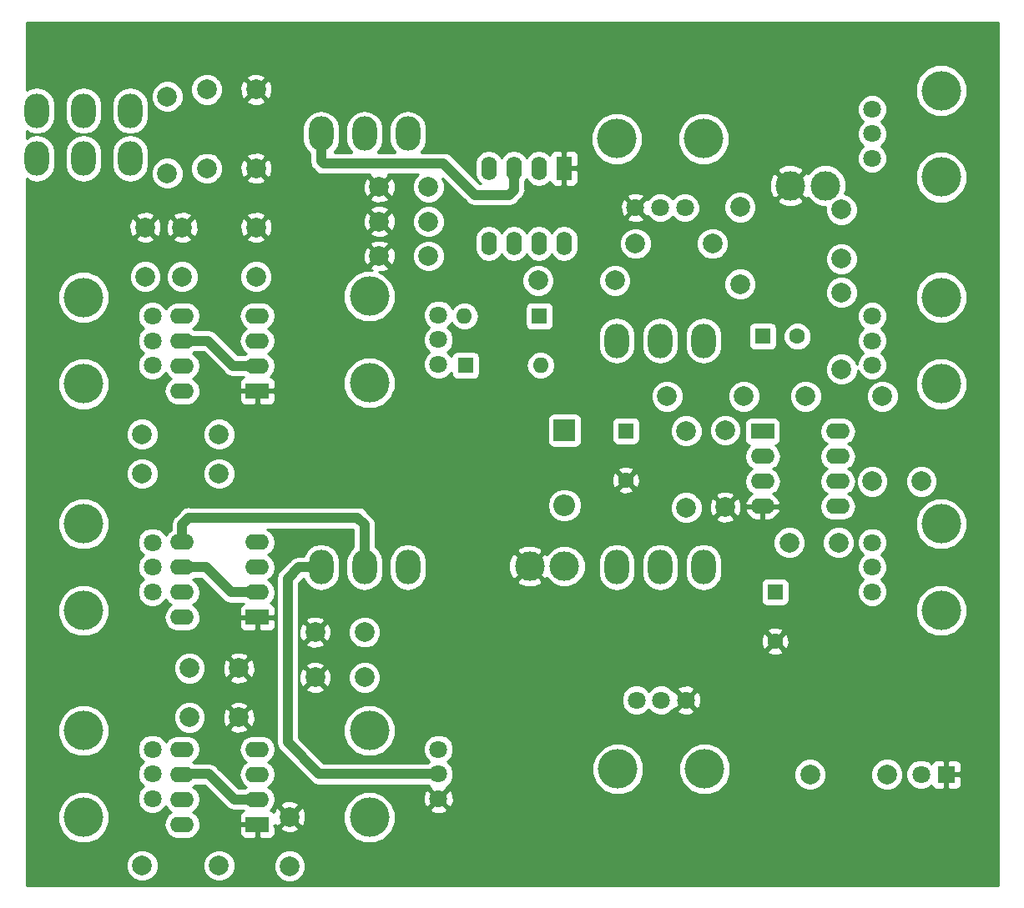
<source format=gtl>
G04 #@! TF.GenerationSoftware,KiCad,Pcbnew,(5.0.2)-1*
G04 #@! TF.CreationDate,2019-06-12T12:13:46+02:00*
G04 #@! TF.ProjectId,Aquarius,41717561-7269-4757-932e-6b696361645f,rev?*
G04 #@! TF.SameCoordinates,Original*
G04 #@! TF.FileFunction,Copper,L1,Top*
G04 #@! TF.FilePolarity,Positive*
%FSLAX46Y46*%
G04 Gerber Fmt 4.6, Leading zero omitted, Abs format (unit mm)*
G04 Created by KiCad (PCBNEW (5.0.2)-1) date 12.06.2019 12:13:46*
%MOMM*%
%LPD*%
G01*
G04 APERTURE LIST*
G04 #@! TA.AperFunction,ComponentPad*
%ADD10O,2.500000X3.500000*%
G04 #@! TD*
G04 #@! TA.AperFunction,ComponentPad*
%ADD11R,2.400000X1.600000*%
G04 #@! TD*
G04 #@! TA.AperFunction,ComponentPad*
%ADD12O,2.400000X1.600000*%
G04 #@! TD*
G04 #@! TA.AperFunction,ComponentPad*
%ADD13C,2.000000*%
G04 #@! TD*
G04 #@! TA.AperFunction,WasherPad*
%ADD14C,4.000000*%
G04 #@! TD*
G04 #@! TA.AperFunction,ComponentPad*
%ADD15C,1.800000*%
G04 #@! TD*
G04 #@! TA.AperFunction,ComponentPad*
%ADD16C,2.999740*%
G04 #@! TD*
G04 #@! TA.AperFunction,ComponentPad*
%ADD17C,1.600000*%
G04 #@! TD*
G04 #@! TA.AperFunction,ComponentPad*
%ADD18R,1.600000X1.600000*%
G04 #@! TD*
G04 #@! TA.AperFunction,ComponentPad*
%ADD19O,1.600000X1.600000*%
G04 #@! TD*
G04 #@! TA.AperFunction,ComponentPad*
%ADD20O,2.200000X2.200000*%
G04 #@! TD*
G04 #@! TA.AperFunction,ComponentPad*
%ADD21R,2.200000X2.200000*%
G04 #@! TD*
G04 #@! TA.AperFunction,ComponentPad*
%ADD22O,1.600000X2.400000*%
G04 #@! TD*
G04 #@! TA.AperFunction,ComponentPad*
%ADD23R,1.600000X2.400000*%
G04 #@! TD*
G04 #@! TA.AperFunction,ComponentPad*
%ADD24R,1.800000X1.800000*%
G04 #@! TD*
G04 #@! TA.AperFunction,Conductor*
%ADD25C,1.000000*%
G04 #@! TD*
G04 #@! TA.AperFunction,Conductor*
%ADD26C,0.254000*%
G04 #@! TD*
G04 APERTURE END LIST*
D10*
G04 #@! TO.P,SW2,3*
G04 #@! TO.N,LFO*
X120600000Y-86000000D03*
G04 #@! TO.P,SW2,1*
G04 #@! TO.N,Net-(C1-Pad1)*
X129400000Y-86000000D03*
G04 #@! TO.P,SW2,2*
G04 #@! TO.N,Net-(SW2-Pad2)*
X125000000Y-86000000D03*
G04 #@! TD*
G04 #@! TO.P,SW3,3*
G04 #@! TO.N,VCO1*
X129400000Y-42000000D03*
G04 #@! TO.P,SW3,1*
G04 #@! TO.N,Net-(SW3-Pad1)*
X120600000Y-42000000D03*
G04 #@! TO.P,SW3,2*
G04 #@! TO.N,VCO1OUT*
X125000000Y-42000000D03*
G04 #@! TD*
G04 #@! TO.P,SW5,3*
G04 #@! TO.N,N/C*
X159400000Y-86000000D03*
G04 #@! TO.P,SW5,1*
G04 #@! TO.N,VCO2OUT*
X150600000Y-86000000D03*
G04 #@! TO.P,SW5,2*
G04 #@! TO.N,Net-(RV7-Pad1)*
X155000000Y-86000000D03*
G04 #@! TD*
G04 #@! TO.P,SW4,3*
G04 #@! TO.N,N/C*
X159400000Y-63000000D03*
G04 #@! TO.P,SW4,1*
G04 #@! TO.N,VCO1OUT*
X150600000Y-63000000D03*
G04 #@! TO.P,SW4,2*
G04 #@! TO.N,Net-(RV6-Pad1)*
X155000000Y-63000000D03*
G04 #@! TD*
D11*
G04 #@! TO.P,U4,1*
G04 #@! TO.N,GND*
X114120000Y-68100000D03*
D12*
G04 #@! TO.P,U4,5*
G04 #@! TO.N,Net-(C3-Pad1)*
X106500000Y-60480000D03*
G04 #@! TO.P,U4,2*
G04 #@! TO.N,Net-(C2-Pad1)*
X114120000Y-65560000D03*
G04 #@! TO.P,U4,6*
X106500000Y-63020000D03*
G04 #@! TO.P,U4,3*
G04 #@! TO.N,Net-(R4-Pad2)*
X114120000Y-63020000D03*
G04 #@! TO.P,U4,7*
G04 #@! TO.N,Net-(R2-Pad1)*
X106500000Y-65560000D03*
G04 #@! TO.P,U4,4*
G04 #@! TO.N,+12V*
X114120000Y-60480000D03*
G04 #@! TO.P,U4,8*
X106500000Y-68100000D03*
G04 #@! TD*
D13*
G04 #@! TO.P,C18,1*
G04 #@! TO.N,+12V*
X117400000Y-116350000D03*
G04 #@! TO.P,C18,2*
G04 #@! TO.N,GND*
X117400000Y-111350000D03*
G04 #@! TD*
D12*
G04 #@! TO.P,U2,8*
G04 #@! TO.N,+12V*
X106500000Y-112120000D03*
G04 #@! TO.P,U2,4*
X114120000Y-104500000D03*
G04 #@! TO.P,U2,7*
G04 #@! TO.N,Net-(R3-Pad1)*
X106500000Y-109580000D03*
G04 #@! TO.P,U2,3*
G04 #@! TO.N,Net-(RV4-Pad1)*
X114120000Y-107040000D03*
G04 #@! TO.P,U2,6*
G04 #@! TO.N,Net-(C6-Pad2)*
X106500000Y-107040000D03*
G04 #@! TO.P,U2,2*
X114120000Y-109580000D03*
G04 #@! TO.P,U2,5*
G04 #@! TO.N,Net-(C4-Pad1)*
X106500000Y-104500000D03*
D11*
G04 #@! TO.P,U2,1*
G04 #@! TO.N,GND*
X114120000Y-112120000D03*
G04 #@! TD*
D10*
G04 #@! TO.P,SW1,4*
G04 #@! TO.N,Net-(C7-Pad2)*
X101250000Y-44500000D03*
G04 #@! TO.P,SW1,1*
G04 #@! TO.N,Net-(C8-Pad2)*
X101250000Y-39650000D03*
G04 #@! TO.P,SW1,5*
G04 #@! TO.N,Net-(R4-Pad2)*
X96500000Y-44500000D03*
G04 #@! TO.P,SW1,2*
G04 #@! TO.N,VCO1*
X96500000Y-39650000D03*
G04 #@! TO.P,SW1,6*
G04 #@! TO.N,N/C*
X91750000Y-44500000D03*
G04 #@! TO.P,SW1,3*
X91750000Y-39650000D03*
G04 #@! TD*
D11*
G04 #@! TO.P,U1,1*
G04 #@! TO.N,GND*
X114120000Y-91100000D03*
D12*
G04 #@! TO.P,U1,5*
G04 #@! TO.N,Net-(SW2-Pad2)*
X106500000Y-83480000D03*
G04 #@! TO.P,U1,2*
G04 #@! TO.N,Net-(C5-Pad2)*
X114120000Y-88560000D03*
G04 #@! TO.P,U1,6*
X106500000Y-86020000D03*
G04 #@! TO.P,U1,3*
G04 #@! TO.N,VCO2OUT*
X114120000Y-86020000D03*
G04 #@! TO.P,U1,7*
G04 #@! TO.N,Net-(R1-Pad1)*
X106500000Y-88560000D03*
G04 #@! TO.P,U1,4*
G04 #@! TO.N,+12V*
X114120000Y-83480000D03*
G04 #@! TO.P,U1,8*
X106500000Y-91100000D03*
G04 #@! TD*
D14*
G04 #@! TO.P,RV3,0*
G04 #@! TO.N,*
X96500000Y-102600000D03*
X96500000Y-111400000D03*
D15*
G04 #@! TO.P,RV3,1*
G04 #@! TO.N,Net-(C6-Pad2)*
X103500000Y-104500000D03*
G04 #@! TO.P,RV3,2*
X103500000Y-107000000D03*
G04 #@! TO.P,RV3,3*
G04 #@! TO.N,Net-(R3-Pad1)*
X103500000Y-109500000D03*
G04 #@! TD*
D13*
G04 #@! TO.P,C7,1*
G04 #@! TO.N,GND*
X114000000Y-45500000D03*
G04 #@! TO.P,C7,2*
G04 #@! TO.N,Net-(C7-Pad2)*
X109000000Y-45500000D03*
G04 #@! TD*
D16*
G04 #@! TO.P,J1,1*
G04 #@! TO.N,GND*
X141750000Y-85900000D03*
G04 #@! TO.P,J1,2*
G04 #@! TO.N,Net-(D3-Pad2)*
X145300000Y-85900000D03*
G04 #@! TD*
G04 #@! TO.P,J2,1*
G04 #@! TO.N,Net-(C19-Pad2)*
X171750000Y-47250000D03*
G04 #@! TO.P,J2,2*
G04 #@! TO.N,GND*
X168200000Y-47250000D03*
G04 #@! TD*
D13*
G04 #@! TO.P,C1,1*
G04 #@! TO.N,Net-(C1-Pad1)*
X125000000Y-97200000D03*
G04 #@! TO.P,C1,2*
G04 #@! TO.N,GND*
X120000000Y-97200000D03*
G04 #@! TD*
G04 #@! TO.P,C2,2*
G04 #@! TO.N,GND*
X102750000Y-51500000D03*
G04 #@! TO.P,C2,1*
G04 #@! TO.N,Net-(C2-Pad1)*
X102750000Y-56500000D03*
G04 #@! TD*
G04 #@! TO.P,C3,1*
G04 #@! TO.N,Net-(C3-Pad1)*
X106500000Y-56500000D03*
G04 #@! TO.P,C3,2*
G04 #@! TO.N,GND*
X106500000Y-51500000D03*
G04 #@! TD*
G04 #@! TO.P,C4,2*
G04 #@! TO.N,GND*
X112250000Y-101250000D03*
G04 #@! TO.P,C4,1*
G04 #@! TO.N,Net-(C4-Pad1)*
X107250000Y-101250000D03*
G04 #@! TD*
G04 #@! TO.P,C5,2*
G04 #@! TO.N,Net-(C5-Pad2)*
X125000000Y-92600000D03*
G04 #@! TO.P,C5,1*
G04 #@! TO.N,GND*
X120000000Y-92600000D03*
G04 #@! TD*
G04 #@! TO.P,C6,1*
G04 #@! TO.N,GND*
X112250000Y-96250000D03*
G04 #@! TO.P,C6,2*
G04 #@! TO.N,Net-(C6-Pad2)*
X107250000Y-96250000D03*
G04 #@! TD*
G04 #@! TO.P,C8,2*
G04 #@! TO.N,Net-(C8-Pad2)*
X109000000Y-37500000D03*
G04 #@! TO.P,C8,1*
G04 #@! TO.N,GND*
X114000000Y-37500000D03*
G04 #@! TD*
G04 #@! TO.P,C9,2*
G04 #@! TO.N,Net-(C9-Pad2)*
X131500000Y-54400000D03*
G04 #@! TO.P,C9,1*
G04 #@! TO.N,GND*
X126500000Y-54400000D03*
G04 #@! TD*
G04 #@! TO.P,C10,2*
G04 #@! TO.N,Net-(C10-Pad2)*
X131500000Y-50900000D03*
G04 #@! TO.P,C10,1*
G04 #@! TO.N,GND*
X126500000Y-50900000D03*
G04 #@! TD*
D17*
G04 #@! TO.P,C11,2*
G04 #@! TO.N,Net-(C11-Pad2)*
X168900000Y-62550000D03*
D18*
G04 #@! TO.P,C11,1*
G04 #@! TO.N,Net-(C11-Pad1)*
X165400000Y-62550000D03*
G04 #@! TD*
D17*
G04 #@! TO.P,C13,2*
G04 #@! TO.N,GND*
X151500000Y-77150000D03*
D18*
G04 #@! TO.P,C13,1*
G04 #@! TO.N,+12V*
X151500000Y-72150000D03*
G04 #@! TD*
D13*
G04 #@! TO.P,C14,2*
G04 #@! TO.N,Net-(C14-Pad2)*
X173100000Y-83500000D03*
G04 #@! TO.P,C14,1*
G04 #@! TO.N,Net-(C11-Pad2)*
X168100000Y-83500000D03*
G04 #@! TD*
G04 #@! TO.P,C15,1*
G04 #@! TO.N,+12V*
X114000000Y-56500000D03*
G04 #@! TO.P,C15,2*
G04 #@! TO.N,GND*
X114000000Y-51500000D03*
G04 #@! TD*
G04 #@! TO.P,C16,1*
G04 #@! TO.N,Net-(C16-Pad1)*
X176500000Y-77300000D03*
G04 #@! TO.P,C16,2*
G04 #@! TO.N,Net-(C16-Pad2)*
X181500000Y-77300000D03*
G04 #@! TD*
G04 #@! TO.P,C17,1*
G04 #@! TO.N,+12V*
X131500000Y-47400000D03*
G04 #@! TO.P,C17,2*
G04 #@! TO.N,GND*
X126500000Y-47400000D03*
G04 #@! TD*
D19*
G04 #@! TO.P,D1,2*
G04 #@! TO.N,Net-(D1-Pad2)*
X142870000Y-65500000D03*
D18*
G04 #@! TO.P,D1,1*
G04 #@! TO.N,Net-(D1-Pad1)*
X135250000Y-65500000D03*
G04 #@! TD*
G04 #@! TO.P,D2,1*
G04 #@! TO.N,Net-(D1-Pad2)*
X142750000Y-60500000D03*
D19*
G04 #@! TO.P,D2,2*
G04 #@! TO.N,Net-(D2-Pad2)*
X135130000Y-60500000D03*
G04 #@! TD*
D20*
G04 #@! TO.P,D3,2*
G04 #@! TO.N,Net-(D3-Pad2)*
X145300000Y-79720000D03*
D21*
G04 #@! TO.P,D3,1*
G04 #@! TO.N,+12V*
X145300000Y-72100000D03*
G04 #@! TD*
D13*
G04 #@! TO.P,R1,2*
G04 #@! TO.N,+12V*
X110250000Y-76500000D03*
G04 #@! TO.P,R1,1*
G04 #@! TO.N,Net-(R1-Pad1)*
X102450000Y-76500000D03*
G04 #@! TD*
G04 #@! TO.P,R2,1*
G04 #@! TO.N,Net-(R2-Pad1)*
X102450000Y-72500000D03*
G04 #@! TO.P,R2,2*
G04 #@! TO.N,+12V*
X110250000Y-72500000D03*
G04 #@! TD*
G04 #@! TO.P,R3,2*
G04 #@! TO.N,+12V*
X110250000Y-116300000D03*
G04 #@! TO.P,R3,1*
G04 #@! TO.N,Net-(R3-Pad1)*
X102450000Y-116300000D03*
G04 #@! TD*
G04 #@! TO.P,R4,1*
G04 #@! TO.N,VCO1*
X105000000Y-38200000D03*
G04 #@! TO.P,R4,2*
G04 #@! TO.N,Net-(R4-Pad2)*
X105000000Y-46000000D03*
G04 #@! TD*
G04 #@! TO.P,R5,1*
G04 #@! TO.N,Net-(D1-Pad2)*
X142600000Y-56900000D03*
G04 #@! TO.P,R5,2*
G04 #@! TO.N,+12V*
X150400000Y-56900000D03*
G04 #@! TD*
G04 #@! TO.P,R6,1*
G04 #@! TO.N,Net-(C11-Pad1)*
X163500000Y-68650000D03*
G04 #@! TO.P,R6,2*
G04 #@! TO.N,MIX2*
X155700000Y-68650000D03*
G04 #@! TD*
G04 #@! TO.P,R7,2*
G04 #@! TO.N,MIX1*
X152500000Y-53150000D03*
G04 #@! TO.P,R7,1*
G04 #@! TO.N,Net-(C11-Pad1)*
X160300000Y-53150000D03*
G04 #@! TD*
G04 #@! TO.P,R8,2*
G04 #@! TO.N,Net-(C12-Pad1)*
X157650000Y-79950000D03*
G04 #@! TO.P,R8,1*
G04 #@! TO.N,+12V*
X157650000Y-72150000D03*
G04 #@! TD*
G04 #@! TO.P,R9,1*
G04 #@! TO.N,Net-(C12-Pad1)*
X161600000Y-72100000D03*
G04 #@! TO.P,R9,2*
G04 #@! TO.N,GND*
X161600000Y-79900000D03*
G04 #@! TD*
G04 #@! TO.P,R10,2*
G04 #@! TO.N,Net-(C12-Pad1)*
X163100000Y-57250000D03*
G04 #@! TO.P,R10,1*
G04 #@! TO.N,RESO*
X163100000Y-49450000D03*
G04 #@! TD*
G04 #@! TO.P,R11,1*
G04 #@! TO.N,Net-(C11-Pad2)*
X169750000Y-68650000D03*
G04 #@! TO.P,R11,2*
G04 #@! TO.N,Net-(C16-Pad1)*
X177550000Y-68650000D03*
G04 #@! TD*
G04 #@! TO.P,R12,2*
G04 #@! TO.N,Net-(C16-Pad1)*
X173400000Y-65900000D03*
G04 #@! TO.P,R12,1*
G04 #@! TO.N,Net-(C19-Pad1)*
X173400000Y-58100000D03*
G04 #@! TD*
D14*
G04 #@! TO.P,RV1,0*
G04 #@! TO.N,*
X96500000Y-81600000D03*
X96500000Y-90400000D03*
D15*
G04 #@! TO.P,RV1,1*
G04 #@! TO.N,Net-(C5-Pad2)*
X103500000Y-83500000D03*
G04 #@! TO.P,RV1,2*
X103500000Y-86000000D03*
G04 #@! TO.P,RV1,3*
G04 #@! TO.N,Net-(R1-Pad1)*
X103500000Y-88500000D03*
G04 #@! TD*
D14*
G04 #@! TO.P,RV2,0*
G04 #@! TO.N,*
X96500000Y-58600000D03*
X96500000Y-67400000D03*
D15*
G04 #@! TO.P,RV2,1*
G04 #@! TO.N,Net-(C2-Pad1)*
X103500000Y-60500000D03*
G04 #@! TO.P,RV2,2*
X103500000Y-63000000D03*
G04 #@! TO.P,RV2,3*
G04 #@! TO.N,Net-(R2-Pad1)*
X103500000Y-65500000D03*
G04 #@! TD*
G04 #@! TO.P,RV4,3*
G04 #@! TO.N,GND*
X132500000Y-109500000D03*
G04 #@! TO.P,RV4,2*
G04 #@! TO.N,LFO*
X132500000Y-107000000D03*
G04 #@! TO.P,RV4,1*
G04 #@! TO.N,Net-(RV4-Pad1)*
X132500000Y-104500000D03*
D14*
G04 #@! TO.P,RV4,0*
G04 #@! TO.N,*
X125500000Y-111400000D03*
X125500000Y-102600000D03*
G04 #@! TD*
D15*
G04 #@! TO.P,RV5,3*
G04 #@! TO.N,Net-(D1-Pad1)*
X132500000Y-65400000D03*
G04 #@! TO.P,RV5,2*
G04 #@! TO.N,Net-(C10-Pad2)*
X132500000Y-62900000D03*
G04 #@! TO.P,RV5,1*
G04 #@! TO.N,Net-(D2-Pad2)*
X132500000Y-60400000D03*
D14*
G04 #@! TO.P,RV5,0*
G04 #@! TO.N,*
X125500000Y-67300000D03*
X125500000Y-58500000D03*
G04 #@! TD*
G04 #@! TO.P,RV6,0*
G04 #@! TO.N,*
X159400000Y-42500000D03*
X150600000Y-42500000D03*
D15*
G04 #@! TO.P,RV6,1*
G04 #@! TO.N,Net-(RV6-Pad1)*
X157500000Y-49500000D03*
G04 #@! TO.P,RV6,2*
G04 #@! TO.N,MIX1*
X155000000Y-49500000D03*
G04 #@! TO.P,RV6,3*
G04 #@! TO.N,GND*
X152500000Y-49500000D03*
G04 #@! TD*
G04 #@! TO.P,RV7,3*
G04 #@! TO.N,GND*
X157600000Y-99500000D03*
G04 #@! TO.P,RV7,2*
G04 #@! TO.N,MIX2*
X155100000Y-99500000D03*
G04 #@! TO.P,RV7,1*
G04 #@! TO.N,Net-(RV7-Pad1)*
X152600000Y-99500000D03*
D14*
G04 #@! TO.P,RV7,0*
G04 #@! TO.N,*
X159500000Y-106500000D03*
X150700000Y-106500000D03*
G04 #@! TD*
D15*
G04 #@! TO.P,RV8,3*
G04 #@! TO.N,RESO*
X176500000Y-39500000D03*
G04 #@! TO.P,RV8,2*
X176500000Y-42000000D03*
G04 #@! TO.P,RV8,1*
G04 #@! TO.N,Net-(RV8-Pad1)*
X176500000Y-44500000D03*
D14*
G04 #@! TO.P,RV8,0*
G04 #@! TO.N,*
X183500000Y-37600000D03*
X183500000Y-46400000D03*
G04 #@! TD*
G04 #@! TO.P,RV9,0*
G04 #@! TO.N,*
X183500000Y-67400000D03*
X183500000Y-58600000D03*
D15*
G04 #@! TO.P,RV9,1*
G04 #@! TO.N,Net-(C16-Pad2)*
X176500000Y-65500000D03*
G04 #@! TO.P,RV9,2*
G04 #@! TO.N,Net-(RV8-Pad1)*
X176500000Y-63000000D03*
G04 #@! TO.P,RV9,3*
X176500000Y-60500000D03*
G04 #@! TD*
G04 #@! TO.P,RV10,3*
G04 #@! TO.N,Net-(C14-Pad2)*
X176500000Y-83500000D03*
G04 #@! TO.P,RV10,2*
X176500000Y-86000000D03*
G04 #@! TO.P,RV10,1*
G04 #@! TO.N,Net-(C16-Pad2)*
X176500000Y-88500000D03*
D14*
G04 #@! TO.P,RV10,0*
G04 #@! TO.N,*
X183500000Y-81600000D03*
X183500000Y-90400000D03*
G04 #@! TD*
D12*
G04 #@! TO.P,U3,8*
G04 #@! TO.N,N/C*
X173000000Y-72220000D03*
G04 #@! TO.P,U3,4*
G04 #@! TO.N,GND*
X165380000Y-79840000D03*
G04 #@! TO.P,U3,7*
G04 #@! TO.N,+12V*
X173000000Y-74760000D03*
G04 #@! TO.P,U3,3*
G04 #@! TO.N,Net-(C12-Pad1)*
X165380000Y-77300000D03*
G04 #@! TO.P,U3,6*
G04 #@! TO.N,Net-(C16-Pad1)*
X173000000Y-77300000D03*
G04 #@! TO.P,U3,2*
G04 #@! TO.N,Net-(C11-Pad2)*
X165380000Y-74760000D03*
G04 #@! TO.P,U3,5*
G04 #@! TO.N,N/C*
X173000000Y-79840000D03*
D11*
G04 #@! TO.P,U3,1*
X165380000Y-72220000D03*
G04 #@! TD*
D22*
G04 #@! TO.P,U5,8*
G04 #@! TO.N,+12V*
X145250000Y-53120000D03*
G04 #@! TO.P,U5,4*
X137630000Y-45500000D03*
G04 #@! TO.P,U5,7*
G04 #@! TO.N,Net-(D1-Pad2)*
X142710000Y-53120000D03*
G04 #@! TO.P,U5,3*
G04 #@! TO.N,Net-(SW3-Pad1)*
X140170000Y-45500000D03*
G04 #@! TO.P,U5,6*
G04 #@! TO.N,Net-(C10-Pad2)*
X140170000Y-53120000D03*
G04 #@! TO.P,U5,2*
G04 #@! TO.N,VCO1*
X142710000Y-45500000D03*
G04 #@! TO.P,U5,5*
G04 #@! TO.N,Net-(C9-Pad2)*
X137630000Y-53120000D03*
D23*
G04 #@! TO.P,U5,1*
G04 #@! TO.N,GND*
X145250000Y-45500000D03*
G04 #@! TD*
D17*
G04 #@! TO.P,C12,2*
G04 #@! TO.N,GND*
X166650000Y-93500000D03*
D18*
G04 #@! TO.P,C12,1*
G04 #@! TO.N,Net-(C12-Pad1)*
X166650000Y-88500000D03*
G04 #@! TD*
D15*
G04 #@! TO.P,D4,2*
G04 #@! TO.N,Net-(D4-Pad2)*
X181460000Y-107050000D03*
D24*
G04 #@! TO.P,D4,1*
G04 #@! TO.N,GND*
X184000000Y-107050000D03*
G04 #@! TD*
D13*
G04 #@! TO.P,R13,2*
G04 #@! TO.N,+12V*
X170200000Y-107050000D03*
G04 #@! TO.P,R13,1*
G04 #@! TO.N,Net-(D4-Pad2)*
X178000000Y-107050000D03*
G04 #@! TD*
G04 #@! TO.P,C19,2*
G04 #@! TO.N,Net-(C19-Pad2)*
X173400000Y-49700000D03*
G04 #@! TO.P,C19,1*
G04 #@! TO.N,Net-(C19-Pad1)*
X173400000Y-54700000D03*
G04 #@! TD*
D25*
G04 #@! TO.N,Net-(C2-Pad1)*
X106500000Y-63020000D02*
X109120000Y-63020000D01*
X111660000Y-65560000D02*
X114120000Y-65560000D01*
X109120000Y-63020000D02*
X111660000Y-65560000D01*
G04 #@! TO.N,Net-(C5-Pad2)*
X106900000Y-86020000D02*
X106920000Y-86000000D01*
X106500000Y-86020000D02*
X106900000Y-86020000D01*
X106920000Y-86000000D02*
X108900000Y-86000000D01*
X111460000Y-88560000D02*
X114120000Y-88560000D01*
X108900000Y-86000000D02*
X111460000Y-88560000D01*
G04 #@! TO.N,Net-(C6-Pad2)*
X111780000Y-109580000D02*
X114120000Y-109580000D01*
X109200000Y-107000000D02*
X111780000Y-109580000D01*
X106940000Y-107000000D02*
X109200000Y-107000000D01*
X106500000Y-107040000D02*
X106900000Y-107040000D01*
X106900000Y-107040000D02*
X106940000Y-107000000D01*
G04 #@! TO.N,LFO*
X118350000Y-86000000D02*
X117200000Y-87150000D01*
X120600000Y-86000000D02*
X118350000Y-86000000D01*
X117200000Y-87150000D02*
X117200000Y-103800000D01*
X120400000Y-107000000D02*
X132500000Y-107000000D01*
X117200000Y-103800000D02*
X120400000Y-107000000D01*
G04 #@! TO.N,Net-(SW2-Pad2)*
X106500000Y-81680000D02*
X107180000Y-81000000D01*
X106500000Y-83480000D02*
X106500000Y-81680000D01*
X107180000Y-81000000D02*
X124300000Y-81000000D01*
X125000000Y-81700000D02*
X125000000Y-86000000D01*
X124300000Y-81000000D02*
X125000000Y-81700000D01*
G04 #@! TO.N,Net-(SW3-Pad1)*
X140170000Y-47700000D02*
X140170000Y-45500000D01*
X120600000Y-42000000D02*
X120600000Y-44750000D01*
X120600000Y-44750000D02*
X120850000Y-45000000D01*
X120850000Y-45000000D02*
X133000000Y-45000000D01*
X133000000Y-45000000D02*
X136200000Y-48200000D01*
X136200000Y-48200000D02*
X139670000Y-48200000D01*
X139670000Y-48200000D02*
X140170000Y-47700000D01*
G04 #@! TD*
D26*
G04 #@! TO.N,GND*
G36*
X189290001Y-118290000D02*
X90710000Y-118290000D01*
X90710000Y-115974778D01*
X100815000Y-115974778D01*
X100815000Y-116625222D01*
X101063914Y-117226153D01*
X101523847Y-117686086D01*
X102124778Y-117935000D01*
X102775222Y-117935000D01*
X103376153Y-117686086D01*
X103836086Y-117226153D01*
X104085000Y-116625222D01*
X104085000Y-115974778D01*
X108615000Y-115974778D01*
X108615000Y-116625222D01*
X108863914Y-117226153D01*
X109323847Y-117686086D01*
X109924778Y-117935000D01*
X110575222Y-117935000D01*
X111176153Y-117686086D01*
X111636086Y-117226153D01*
X111885000Y-116625222D01*
X111885000Y-116024778D01*
X115765000Y-116024778D01*
X115765000Y-116675222D01*
X116013914Y-117276153D01*
X116473847Y-117736086D01*
X117074778Y-117985000D01*
X117725222Y-117985000D01*
X118326153Y-117736086D01*
X118786086Y-117276153D01*
X119035000Y-116675222D01*
X119035000Y-116024778D01*
X118786086Y-115423847D01*
X118326153Y-114963914D01*
X117725222Y-114715000D01*
X117074778Y-114715000D01*
X116473847Y-114963914D01*
X116013914Y-115423847D01*
X115765000Y-116024778D01*
X111885000Y-116024778D01*
X111885000Y-115974778D01*
X111636086Y-115373847D01*
X111176153Y-114913914D01*
X110575222Y-114665000D01*
X109924778Y-114665000D01*
X109323847Y-114913914D01*
X108863914Y-115373847D01*
X108615000Y-115974778D01*
X104085000Y-115974778D01*
X103836086Y-115373847D01*
X103376153Y-114913914D01*
X102775222Y-114665000D01*
X102124778Y-114665000D01*
X101523847Y-114913914D01*
X101063914Y-115373847D01*
X100815000Y-115974778D01*
X90710000Y-115974778D01*
X90710000Y-110875866D01*
X93865000Y-110875866D01*
X93865000Y-111924134D01*
X94266155Y-112892608D01*
X95007392Y-113633845D01*
X95975866Y-114035000D01*
X97024134Y-114035000D01*
X97992608Y-113633845D01*
X98733845Y-112892608D01*
X99135000Y-111924134D01*
X99135000Y-110875866D01*
X98733845Y-109907392D01*
X97992608Y-109166155D01*
X97024134Y-108765000D01*
X95975866Y-108765000D01*
X95007392Y-109166155D01*
X94266155Y-109907392D01*
X93865000Y-110875866D01*
X90710000Y-110875866D01*
X90710000Y-102075866D01*
X93865000Y-102075866D01*
X93865000Y-103124134D01*
X94266155Y-104092608D01*
X95007392Y-104833845D01*
X95975866Y-105235000D01*
X97024134Y-105235000D01*
X97992608Y-104833845D01*
X98631783Y-104194670D01*
X101965000Y-104194670D01*
X101965000Y-104805330D01*
X102198690Y-105369507D01*
X102579183Y-105750000D01*
X102198690Y-106130493D01*
X101965000Y-106694670D01*
X101965000Y-107305330D01*
X102198690Y-107869507D01*
X102579183Y-108250000D01*
X102198690Y-108630493D01*
X101965000Y-109194670D01*
X101965000Y-109805330D01*
X102198690Y-110369507D01*
X102630493Y-110801310D01*
X103194670Y-111035000D01*
X103805330Y-111035000D01*
X104369507Y-110801310D01*
X104801310Y-110369507D01*
X104839717Y-110276784D01*
X105065423Y-110614577D01*
X105417758Y-110850000D01*
X105065423Y-111085423D01*
X104748260Y-111560091D01*
X104636887Y-112120000D01*
X104748260Y-112679909D01*
X105065423Y-113154577D01*
X105540091Y-113471740D01*
X105958667Y-113555000D01*
X107041333Y-113555000D01*
X107459909Y-113471740D01*
X107934577Y-113154577D01*
X108251740Y-112679909D01*
X108306273Y-112405750D01*
X112285000Y-112405750D01*
X112285000Y-113046310D01*
X112381673Y-113279699D01*
X112560302Y-113458327D01*
X112793691Y-113555000D01*
X113834250Y-113555000D01*
X113993000Y-113396250D01*
X113993000Y-112247000D01*
X112443750Y-112247000D01*
X112285000Y-112405750D01*
X108306273Y-112405750D01*
X108363113Y-112120000D01*
X108251740Y-111560091D01*
X107934577Y-111085423D01*
X107582242Y-110850000D01*
X107934577Y-110614577D01*
X108251740Y-110139909D01*
X108363113Y-109580000D01*
X108251740Y-109020091D01*
X107934577Y-108545423D01*
X107582242Y-108310000D01*
X107844148Y-108135000D01*
X108729869Y-108135000D01*
X110898389Y-110303521D01*
X110961711Y-110398289D01*
X111233899Y-110580159D01*
X111337145Y-110649146D01*
X111780000Y-110737235D01*
X111891783Y-110715000D01*
X112721265Y-110715000D01*
X112560302Y-110781673D01*
X112381673Y-110960301D01*
X112285000Y-111193690D01*
X112285000Y-111834250D01*
X112443750Y-111993000D01*
X113993000Y-111993000D01*
X113993000Y-111973000D01*
X114247000Y-111973000D01*
X114247000Y-111993000D01*
X114267000Y-111993000D01*
X114267000Y-112247000D01*
X114247000Y-112247000D01*
X114247000Y-113396250D01*
X114405750Y-113555000D01*
X115446309Y-113555000D01*
X115679698Y-113458327D01*
X115858327Y-113279699D01*
X115955000Y-113046310D01*
X115955000Y-112502532D01*
X116427073Y-112502532D01*
X116525736Y-112769387D01*
X117135461Y-112995908D01*
X117785460Y-112971856D01*
X118274264Y-112769387D01*
X118372927Y-112502532D01*
X117400000Y-111529605D01*
X116427073Y-112502532D01*
X115955000Y-112502532D01*
X115955000Y-112405750D01*
X115796252Y-112247002D01*
X115955000Y-112247002D01*
X115955000Y-112162429D01*
X115980613Y-112224264D01*
X116247468Y-112322927D01*
X117220395Y-111350000D01*
X117579605Y-111350000D01*
X118552532Y-112322927D01*
X118819387Y-112224264D01*
X119045908Y-111614539D01*
X119021856Y-110964540D01*
X118985127Y-110875866D01*
X122865000Y-110875866D01*
X122865000Y-111924134D01*
X123266155Y-112892608D01*
X124007392Y-113633845D01*
X124975866Y-114035000D01*
X126024134Y-114035000D01*
X126992608Y-113633845D01*
X127733845Y-112892608D01*
X128135000Y-111924134D01*
X128135000Y-110875866D01*
X128012515Y-110580159D01*
X131599446Y-110580159D01*
X131685852Y-110836643D01*
X132259336Y-111046458D01*
X132869460Y-111020839D01*
X133314148Y-110836643D01*
X133400554Y-110580159D01*
X132500000Y-109679605D01*
X131599446Y-110580159D01*
X128012515Y-110580159D01*
X127733845Y-109907392D01*
X127085789Y-109259336D01*
X130953542Y-109259336D01*
X130979161Y-109869460D01*
X131163357Y-110314148D01*
X131419841Y-110400554D01*
X132320395Y-109500000D01*
X132679605Y-109500000D01*
X133580159Y-110400554D01*
X133836643Y-110314148D01*
X134046458Y-109740664D01*
X134020839Y-109130540D01*
X133836643Y-108685852D01*
X133580159Y-108599446D01*
X132679605Y-109500000D01*
X132320395Y-109500000D01*
X131419841Y-108599446D01*
X131163357Y-108685852D01*
X130953542Y-109259336D01*
X127085789Y-109259336D01*
X126992608Y-109166155D01*
X126024134Y-108765000D01*
X124975866Y-108765000D01*
X124007392Y-109166155D01*
X123266155Y-109907392D01*
X122865000Y-110875866D01*
X118985127Y-110875866D01*
X118819387Y-110475736D01*
X118552532Y-110377073D01*
X117579605Y-111350000D01*
X117220395Y-111350000D01*
X116247468Y-110377073D01*
X115980613Y-110475736D01*
X115816230Y-110918204D01*
X115679698Y-110781673D01*
X115448082Y-110685735D01*
X115554577Y-110614577D01*
X115833280Y-110197468D01*
X116427073Y-110197468D01*
X117400000Y-111170395D01*
X118372927Y-110197468D01*
X118274264Y-109930613D01*
X117664539Y-109704092D01*
X117014540Y-109728144D01*
X116525736Y-109930613D01*
X116427073Y-110197468D01*
X115833280Y-110197468D01*
X115871740Y-110139909D01*
X115983113Y-109580000D01*
X115871740Y-109020091D01*
X115554577Y-108545423D01*
X115202242Y-108310000D01*
X115554577Y-108074577D01*
X115871740Y-107599909D01*
X115983113Y-107040000D01*
X115871740Y-106480091D01*
X115554577Y-106005423D01*
X115202242Y-105770000D01*
X115554577Y-105534577D01*
X115871740Y-105059909D01*
X115983113Y-104500000D01*
X115871740Y-103940091D01*
X115554577Y-103465423D01*
X115079909Y-103148260D01*
X114661333Y-103065000D01*
X113578667Y-103065000D01*
X113160091Y-103148260D01*
X112685423Y-103465423D01*
X112368260Y-103940091D01*
X112256887Y-104500000D01*
X112368260Y-105059909D01*
X112685423Y-105534577D01*
X113037758Y-105770000D01*
X112685423Y-106005423D01*
X112368260Y-106480091D01*
X112256887Y-107040000D01*
X112368260Y-107599909D01*
X112685423Y-108074577D01*
X113037758Y-108310000D01*
X112835717Y-108445000D01*
X112250132Y-108445000D01*
X110081613Y-106276482D01*
X110018289Y-106181711D01*
X109642855Y-105930854D01*
X109311783Y-105865000D01*
X109200000Y-105842765D01*
X109088217Y-105865000D01*
X107724419Y-105865000D01*
X107582242Y-105770000D01*
X107934577Y-105534577D01*
X108251740Y-105059909D01*
X108363113Y-104500000D01*
X108251740Y-103940091D01*
X107934577Y-103465423D01*
X107459909Y-103148260D01*
X107041333Y-103065000D01*
X105958667Y-103065000D01*
X105540091Y-103148260D01*
X105065423Y-103465423D01*
X104860173Y-103772601D01*
X104801310Y-103630493D01*
X104369507Y-103198690D01*
X103805330Y-102965000D01*
X103194670Y-102965000D01*
X102630493Y-103198690D01*
X102198690Y-103630493D01*
X101965000Y-104194670D01*
X98631783Y-104194670D01*
X98733845Y-104092608D01*
X99135000Y-103124134D01*
X99135000Y-102075866D01*
X98733845Y-101107392D01*
X98551231Y-100924778D01*
X105615000Y-100924778D01*
X105615000Y-101575222D01*
X105863914Y-102176153D01*
X106323847Y-102636086D01*
X106924778Y-102885000D01*
X107575222Y-102885000D01*
X108176153Y-102636086D01*
X108409707Y-102402532D01*
X111277073Y-102402532D01*
X111375736Y-102669387D01*
X111985461Y-102895908D01*
X112635460Y-102871856D01*
X113124264Y-102669387D01*
X113222927Y-102402532D01*
X112250000Y-101429605D01*
X111277073Y-102402532D01*
X108409707Y-102402532D01*
X108636086Y-102176153D01*
X108885000Y-101575222D01*
X108885000Y-100985461D01*
X110604092Y-100985461D01*
X110628144Y-101635460D01*
X110830613Y-102124264D01*
X111097468Y-102222927D01*
X112070395Y-101250000D01*
X112429605Y-101250000D01*
X113402532Y-102222927D01*
X113669387Y-102124264D01*
X113895908Y-101514539D01*
X113871856Y-100864540D01*
X113669387Y-100375736D01*
X113402532Y-100277073D01*
X112429605Y-101250000D01*
X112070395Y-101250000D01*
X111097468Y-100277073D01*
X110830613Y-100375736D01*
X110604092Y-100985461D01*
X108885000Y-100985461D01*
X108885000Y-100924778D01*
X108636086Y-100323847D01*
X108409707Y-100097468D01*
X111277073Y-100097468D01*
X112250000Y-101070395D01*
X113222927Y-100097468D01*
X113124264Y-99830613D01*
X112514539Y-99604092D01*
X111864540Y-99628144D01*
X111375736Y-99830613D01*
X111277073Y-100097468D01*
X108409707Y-100097468D01*
X108176153Y-99863914D01*
X107575222Y-99615000D01*
X106924778Y-99615000D01*
X106323847Y-99863914D01*
X105863914Y-100323847D01*
X105615000Y-100924778D01*
X98551231Y-100924778D01*
X97992608Y-100366155D01*
X97024134Y-99965000D01*
X95975866Y-99965000D01*
X95007392Y-100366155D01*
X94266155Y-101107392D01*
X93865000Y-102075866D01*
X90710000Y-102075866D01*
X90710000Y-95924778D01*
X105615000Y-95924778D01*
X105615000Y-96575222D01*
X105863914Y-97176153D01*
X106323847Y-97636086D01*
X106924778Y-97885000D01*
X107575222Y-97885000D01*
X108176153Y-97636086D01*
X108409707Y-97402532D01*
X111277073Y-97402532D01*
X111375736Y-97669387D01*
X111985461Y-97895908D01*
X112635460Y-97871856D01*
X113124264Y-97669387D01*
X113222927Y-97402532D01*
X112250000Y-96429605D01*
X111277073Y-97402532D01*
X108409707Y-97402532D01*
X108636086Y-97176153D01*
X108885000Y-96575222D01*
X108885000Y-95985461D01*
X110604092Y-95985461D01*
X110628144Y-96635460D01*
X110830613Y-97124264D01*
X111097468Y-97222927D01*
X112070395Y-96250000D01*
X112429605Y-96250000D01*
X113402532Y-97222927D01*
X113669387Y-97124264D01*
X113895908Y-96514539D01*
X113871856Y-95864540D01*
X113669387Y-95375736D01*
X113402532Y-95277073D01*
X112429605Y-96250000D01*
X112070395Y-96250000D01*
X111097468Y-95277073D01*
X110830613Y-95375736D01*
X110604092Y-95985461D01*
X108885000Y-95985461D01*
X108885000Y-95924778D01*
X108636086Y-95323847D01*
X108409707Y-95097468D01*
X111277073Y-95097468D01*
X112250000Y-96070395D01*
X113222927Y-95097468D01*
X113124264Y-94830613D01*
X112514539Y-94604092D01*
X111864540Y-94628144D01*
X111375736Y-94830613D01*
X111277073Y-95097468D01*
X108409707Y-95097468D01*
X108176153Y-94863914D01*
X107575222Y-94615000D01*
X106924778Y-94615000D01*
X106323847Y-94863914D01*
X105863914Y-95323847D01*
X105615000Y-95924778D01*
X90710000Y-95924778D01*
X90710000Y-89875866D01*
X93865000Y-89875866D01*
X93865000Y-90924134D01*
X94266155Y-91892608D01*
X95007392Y-92633845D01*
X95975866Y-93035000D01*
X97024134Y-93035000D01*
X97992608Y-92633845D01*
X98733845Y-91892608D01*
X99135000Y-90924134D01*
X99135000Y-89875866D01*
X98733845Y-88907392D01*
X97992608Y-88166155D01*
X97024134Y-87765000D01*
X95975866Y-87765000D01*
X95007392Y-88166155D01*
X94266155Y-88907392D01*
X93865000Y-89875866D01*
X90710000Y-89875866D01*
X90710000Y-81075866D01*
X93865000Y-81075866D01*
X93865000Y-82124134D01*
X94266155Y-83092608D01*
X95007392Y-83833845D01*
X95975866Y-84235000D01*
X97024134Y-84235000D01*
X97992608Y-83833845D01*
X98631783Y-83194670D01*
X101965000Y-83194670D01*
X101965000Y-83805330D01*
X102198690Y-84369507D01*
X102579183Y-84750000D01*
X102198690Y-85130493D01*
X101965000Y-85694670D01*
X101965000Y-86305330D01*
X102198690Y-86869507D01*
X102579183Y-87250000D01*
X102198690Y-87630493D01*
X101965000Y-88194670D01*
X101965000Y-88805330D01*
X102198690Y-89369507D01*
X102630493Y-89801310D01*
X103194670Y-90035000D01*
X103805330Y-90035000D01*
X104369507Y-89801310D01*
X104801310Y-89369507D01*
X104844831Y-89264438D01*
X105065423Y-89594577D01*
X105417758Y-89830000D01*
X105065423Y-90065423D01*
X104748260Y-90540091D01*
X104636887Y-91100000D01*
X104748260Y-91659909D01*
X105065423Y-92134577D01*
X105540091Y-92451740D01*
X105958667Y-92535000D01*
X107041333Y-92535000D01*
X107459909Y-92451740D01*
X107934577Y-92134577D01*
X108251740Y-91659909D01*
X108306273Y-91385750D01*
X112285000Y-91385750D01*
X112285000Y-92026310D01*
X112381673Y-92259699D01*
X112560302Y-92438327D01*
X112793691Y-92535000D01*
X113834250Y-92535000D01*
X113993000Y-92376250D01*
X113993000Y-91227000D01*
X114247000Y-91227000D01*
X114247000Y-92376250D01*
X114405750Y-92535000D01*
X115446309Y-92535000D01*
X115679698Y-92438327D01*
X115858327Y-92259699D01*
X115955000Y-92026310D01*
X115955000Y-91385750D01*
X115796250Y-91227000D01*
X114247000Y-91227000D01*
X113993000Y-91227000D01*
X112443750Y-91227000D01*
X112285000Y-91385750D01*
X108306273Y-91385750D01*
X108363113Y-91100000D01*
X108251740Y-90540091D01*
X107934577Y-90065423D01*
X107582242Y-89830000D01*
X107934577Y-89594577D01*
X108251740Y-89119909D01*
X108363113Y-88560000D01*
X108251740Y-88000091D01*
X107934577Y-87525423D01*
X107582242Y-87290000D01*
X107814215Y-87135000D01*
X108429869Y-87135000D01*
X110578389Y-89283521D01*
X110641711Y-89378289D01*
X110895350Y-89547765D01*
X111017145Y-89629146D01*
X111460000Y-89717235D01*
X111571783Y-89695000D01*
X112721265Y-89695000D01*
X112560302Y-89761673D01*
X112381673Y-89940301D01*
X112285000Y-90173690D01*
X112285000Y-90814250D01*
X112443750Y-90973000D01*
X113993000Y-90973000D01*
X113993000Y-90953000D01*
X114247000Y-90953000D01*
X114247000Y-90973000D01*
X115796250Y-90973000D01*
X115955000Y-90814250D01*
X115955000Y-90173690D01*
X115858327Y-89940301D01*
X115679698Y-89761673D01*
X115448082Y-89665735D01*
X115554577Y-89594577D01*
X115871740Y-89119909D01*
X115983113Y-88560000D01*
X115871740Y-88000091D01*
X115554577Y-87525423D01*
X115202242Y-87290000D01*
X115411766Y-87150000D01*
X116042765Y-87150000D01*
X116065000Y-87261783D01*
X116065001Y-103688212D01*
X116042765Y-103800000D01*
X116130854Y-104242854D01*
X116196085Y-104340478D01*
X116381712Y-104618289D01*
X116476480Y-104681611D01*
X119518389Y-107723521D01*
X119581711Y-107818289D01*
X119957145Y-108069146D01*
X120288217Y-108135000D01*
X120399999Y-108157235D01*
X120511781Y-108135000D01*
X131464183Y-108135000D01*
X131630493Y-108301310D01*
X131638290Y-108304539D01*
X131599446Y-108419841D01*
X132500000Y-109320395D01*
X133400554Y-108419841D01*
X133361710Y-108304539D01*
X133369507Y-108301310D01*
X133801310Y-107869507D01*
X134035000Y-107305330D01*
X134035000Y-106694670D01*
X133801310Y-106130493D01*
X133646683Y-105975866D01*
X148065000Y-105975866D01*
X148065000Y-107024134D01*
X148466155Y-107992608D01*
X149207392Y-108733845D01*
X150175866Y-109135000D01*
X151224134Y-109135000D01*
X152192608Y-108733845D01*
X152933845Y-107992608D01*
X153335000Y-107024134D01*
X153335000Y-105975866D01*
X156865000Y-105975866D01*
X156865000Y-107024134D01*
X157266155Y-107992608D01*
X158007392Y-108733845D01*
X158975866Y-109135000D01*
X160024134Y-109135000D01*
X160992608Y-108733845D01*
X161733845Y-107992608D01*
X162135000Y-107024134D01*
X162135000Y-106724778D01*
X168565000Y-106724778D01*
X168565000Y-107375222D01*
X168813914Y-107976153D01*
X169273847Y-108436086D01*
X169874778Y-108685000D01*
X170525222Y-108685000D01*
X171126153Y-108436086D01*
X171586086Y-107976153D01*
X171835000Y-107375222D01*
X171835000Y-106724778D01*
X176365000Y-106724778D01*
X176365000Y-107375222D01*
X176613914Y-107976153D01*
X177073847Y-108436086D01*
X177674778Y-108685000D01*
X178325222Y-108685000D01*
X178926153Y-108436086D01*
X179386086Y-107976153D01*
X179635000Y-107375222D01*
X179635000Y-106744670D01*
X179925000Y-106744670D01*
X179925000Y-107355330D01*
X180158690Y-107919507D01*
X180590493Y-108351310D01*
X181154670Y-108585000D01*
X181765330Y-108585000D01*
X182329507Y-108351310D01*
X182505861Y-108174956D01*
X182561673Y-108309699D01*
X182740302Y-108488327D01*
X182973691Y-108585000D01*
X183714250Y-108585000D01*
X183873000Y-108426250D01*
X183873000Y-107177000D01*
X184127000Y-107177000D01*
X184127000Y-108426250D01*
X184285750Y-108585000D01*
X185026309Y-108585000D01*
X185259698Y-108488327D01*
X185438327Y-108309699D01*
X185535000Y-108076310D01*
X185535000Y-107335750D01*
X185376250Y-107177000D01*
X184127000Y-107177000D01*
X183873000Y-107177000D01*
X183853000Y-107177000D01*
X183853000Y-106923000D01*
X183873000Y-106923000D01*
X183873000Y-105673750D01*
X184127000Y-105673750D01*
X184127000Y-106923000D01*
X185376250Y-106923000D01*
X185535000Y-106764250D01*
X185535000Y-106023690D01*
X185438327Y-105790301D01*
X185259698Y-105611673D01*
X185026309Y-105515000D01*
X184285750Y-105515000D01*
X184127000Y-105673750D01*
X183873000Y-105673750D01*
X183714250Y-105515000D01*
X182973691Y-105515000D01*
X182740302Y-105611673D01*
X182561673Y-105790301D01*
X182505861Y-105925044D01*
X182329507Y-105748690D01*
X181765330Y-105515000D01*
X181154670Y-105515000D01*
X180590493Y-105748690D01*
X180158690Y-106180493D01*
X179925000Y-106744670D01*
X179635000Y-106744670D01*
X179635000Y-106724778D01*
X179386086Y-106123847D01*
X178926153Y-105663914D01*
X178325222Y-105415000D01*
X177674778Y-105415000D01*
X177073847Y-105663914D01*
X176613914Y-106123847D01*
X176365000Y-106724778D01*
X171835000Y-106724778D01*
X171586086Y-106123847D01*
X171126153Y-105663914D01*
X170525222Y-105415000D01*
X169874778Y-105415000D01*
X169273847Y-105663914D01*
X168813914Y-106123847D01*
X168565000Y-106724778D01*
X162135000Y-106724778D01*
X162135000Y-105975866D01*
X161733845Y-105007392D01*
X160992608Y-104266155D01*
X160024134Y-103865000D01*
X158975866Y-103865000D01*
X158007392Y-104266155D01*
X157266155Y-105007392D01*
X156865000Y-105975866D01*
X153335000Y-105975866D01*
X152933845Y-105007392D01*
X152192608Y-104266155D01*
X151224134Y-103865000D01*
X150175866Y-103865000D01*
X149207392Y-104266155D01*
X148466155Y-105007392D01*
X148065000Y-105975866D01*
X133646683Y-105975866D01*
X133420817Y-105750000D01*
X133801310Y-105369507D01*
X134035000Y-104805330D01*
X134035000Y-104194670D01*
X133801310Y-103630493D01*
X133369507Y-103198690D01*
X132805330Y-102965000D01*
X132194670Y-102965000D01*
X131630493Y-103198690D01*
X131198690Y-103630493D01*
X130965000Y-104194670D01*
X130965000Y-104805330D01*
X131198690Y-105369507D01*
X131579183Y-105750000D01*
X131464183Y-105865000D01*
X120870132Y-105865000D01*
X118335000Y-103329869D01*
X118335000Y-102075866D01*
X122865000Y-102075866D01*
X122865000Y-103124134D01*
X123266155Y-104092608D01*
X124007392Y-104833845D01*
X124975866Y-105235000D01*
X126024134Y-105235000D01*
X126992608Y-104833845D01*
X127733845Y-104092608D01*
X128135000Y-103124134D01*
X128135000Y-102075866D01*
X127733845Y-101107392D01*
X126992608Y-100366155D01*
X126024134Y-99965000D01*
X124975866Y-99965000D01*
X124007392Y-100366155D01*
X123266155Y-101107392D01*
X122865000Y-102075866D01*
X118335000Y-102075866D01*
X118335000Y-99194670D01*
X151065000Y-99194670D01*
X151065000Y-99805330D01*
X151298690Y-100369507D01*
X151730493Y-100801310D01*
X152294670Y-101035000D01*
X152905330Y-101035000D01*
X153469507Y-100801310D01*
X153850000Y-100420817D01*
X154230493Y-100801310D01*
X154794670Y-101035000D01*
X155405330Y-101035000D01*
X155969507Y-100801310D01*
X156190658Y-100580159D01*
X156699446Y-100580159D01*
X156785852Y-100836643D01*
X157359336Y-101046458D01*
X157969460Y-101020839D01*
X158414148Y-100836643D01*
X158500554Y-100580159D01*
X157600000Y-99679605D01*
X156699446Y-100580159D01*
X156190658Y-100580159D01*
X156401310Y-100369507D01*
X156404539Y-100361710D01*
X156519841Y-100400554D01*
X157420395Y-99500000D01*
X157779605Y-99500000D01*
X158680159Y-100400554D01*
X158936643Y-100314148D01*
X159146458Y-99740664D01*
X159120839Y-99130540D01*
X158936643Y-98685852D01*
X158680159Y-98599446D01*
X157779605Y-99500000D01*
X157420395Y-99500000D01*
X156519841Y-98599446D01*
X156404539Y-98638290D01*
X156401310Y-98630493D01*
X156190658Y-98419841D01*
X156699446Y-98419841D01*
X157600000Y-99320395D01*
X158500554Y-98419841D01*
X158414148Y-98163357D01*
X157840664Y-97953542D01*
X157230540Y-97979161D01*
X156785852Y-98163357D01*
X156699446Y-98419841D01*
X156190658Y-98419841D01*
X155969507Y-98198690D01*
X155405330Y-97965000D01*
X154794670Y-97965000D01*
X154230493Y-98198690D01*
X153850000Y-98579183D01*
X153469507Y-98198690D01*
X152905330Y-97965000D01*
X152294670Y-97965000D01*
X151730493Y-98198690D01*
X151298690Y-98630493D01*
X151065000Y-99194670D01*
X118335000Y-99194670D01*
X118335000Y-98352532D01*
X119027073Y-98352532D01*
X119125736Y-98619387D01*
X119735461Y-98845908D01*
X120385460Y-98821856D01*
X120874264Y-98619387D01*
X120972927Y-98352532D01*
X120000000Y-97379605D01*
X119027073Y-98352532D01*
X118335000Y-98352532D01*
X118335000Y-96935461D01*
X118354092Y-96935461D01*
X118378144Y-97585460D01*
X118580613Y-98074264D01*
X118847468Y-98172927D01*
X119820395Y-97200000D01*
X120179605Y-97200000D01*
X121152532Y-98172927D01*
X121419387Y-98074264D01*
X121645908Y-97464539D01*
X121624085Y-96874778D01*
X123365000Y-96874778D01*
X123365000Y-97525222D01*
X123613914Y-98126153D01*
X124073847Y-98586086D01*
X124674778Y-98835000D01*
X125325222Y-98835000D01*
X125926153Y-98586086D01*
X126386086Y-98126153D01*
X126635000Y-97525222D01*
X126635000Y-96874778D01*
X126386086Y-96273847D01*
X125926153Y-95813914D01*
X125325222Y-95565000D01*
X124674778Y-95565000D01*
X124073847Y-95813914D01*
X123613914Y-96273847D01*
X123365000Y-96874778D01*
X121624085Y-96874778D01*
X121621856Y-96814540D01*
X121419387Y-96325736D01*
X121152532Y-96227073D01*
X120179605Y-97200000D01*
X119820395Y-97200000D01*
X118847468Y-96227073D01*
X118580613Y-96325736D01*
X118354092Y-96935461D01*
X118335000Y-96935461D01*
X118335000Y-96047468D01*
X119027073Y-96047468D01*
X120000000Y-97020395D01*
X120972927Y-96047468D01*
X120874264Y-95780613D01*
X120264539Y-95554092D01*
X119614540Y-95578144D01*
X119125736Y-95780613D01*
X119027073Y-96047468D01*
X118335000Y-96047468D01*
X118335000Y-94507745D01*
X165821861Y-94507745D01*
X165895995Y-94753864D01*
X166433223Y-94946965D01*
X167003454Y-94919778D01*
X167404005Y-94753864D01*
X167478139Y-94507745D01*
X166650000Y-93679605D01*
X165821861Y-94507745D01*
X118335000Y-94507745D01*
X118335000Y-93752532D01*
X119027073Y-93752532D01*
X119125736Y-94019387D01*
X119735461Y-94245908D01*
X120385460Y-94221856D01*
X120874264Y-94019387D01*
X120972927Y-93752532D01*
X120000000Y-92779605D01*
X119027073Y-93752532D01*
X118335000Y-93752532D01*
X118335000Y-92335461D01*
X118354092Y-92335461D01*
X118378144Y-92985460D01*
X118580613Y-93474264D01*
X118847468Y-93572927D01*
X119820395Y-92600000D01*
X120179605Y-92600000D01*
X121152532Y-93572927D01*
X121419387Y-93474264D01*
X121645908Y-92864539D01*
X121624085Y-92274778D01*
X123365000Y-92274778D01*
X123365000Y-92925222D01*
X123613914Y-93526153D01*
X124073847Y-93986086D01*
X124674778Y-94235000D01*
X125325222Y-94235000D01*
X125926153Y-93986086D01*
X126386086Y-93526153D01*
X126486710Y-93283223D01*
X165203035Y-93283223D01*
X165230222Y-93853454D01*
X165396136Y-94254005D01*
X165642255Y-94328139D01*
X166470395Y-93500000D01*
X166829605Y-93500000D01*
X167657745Y-94328139D01*
X167903864Y-94254005D01*
X168096965Y-93716777D01*
X168069778Y-93146546D01*
X167903864Y-92745995D01*
X167657745Y-92671861D01*
X166829605Y-93500000D01*
X166470395Y-93500000D01*
X165642255Y-92671861D01*
X165396136Y-92745995D01*
X165203035Y-93283223D01*
X126486710Y-93283223D01*
X126635000Y-92925222D01*
X126635000Y-92492255D01*
X165821861Y-92492255D01*
X166650000Y-93320395D01*
X167478139Y-92492255D01*
X167404005Y-92246136D01*
X166866777Y-92053035D01*
X166296546Y-92080222D01*
X165895995Y-92246136D01*
X165821861Y-92492255D01*
X126635000Y-92492255D01*
X126635000Y-92274778D01*
X126386086Y-91673847D01*
X125926153Y-91213914D01*
X125325222Y-90965000D01*
X124674778Y-90965000D01*
X124073847Y-91213914D01*
X123613914Y-91673847D01*
X123365000Y-92274778D01*
X121624085Y-92274778D01*
X121621856Y-92214540D01*
X121419387Y-91725736D01*
X121152532Y-91627073D01*
X120179605Y-92600000D01*
X119820395Y-92600000D01*
X118847468Y-91627073D01*
X118580613Y-91725736D01*
X118354092Y-92335461D01*
X118335000Y-92335461D01*
X118335000Y-91447468D01*
X119027073Y-91447468D01*
X120000000Y-92420395D01*
X120972927Y-91447468D01*
X120874264Y-91180613D01*
X120264539Y-90954092D01*
X119614540Y-90978144D01*
X119125736Y-91180613D01*
X119027073Y-91447468D01*
X118335000Y-91447468D01*
X118335000Y-87620131D01*
X118806994Y-87148138D01*
X118824369Y-87235489D01*
X119240991Y-87859009D01*
X119864510Y-88275631D01*
X120600000Y-88421929D01*
X121335489Y-88275631D01*
X121959009Y-87859009D01*
X122375631Y-87235490D01*
X122485000Y-86685655D01*
X122485000Y-85314345D01*
X122375631Y-84764510D01*
X121959009Y-84140991D01*
X121335490Y-83724369D01*
X120600000Y-83578071D01*
X119864511Y-83724369D01*
X119240992Y-84140991D01*
X118824369Y-84764510D01*
X118804380Y-84865000D01*
X118461783Y-84865000D01*
X118350000Y-84842765D01*
X118238217Y-84865000D01*
X117907145Y-84930854D01*
X117531711Y-85181711D01*
X117468389Y-85276479D01*
X116476482Y-86268387D01*
X116381711Y-86331711D01*
X116145214Y-86685655D01*
X116130854Y-86707146D01*
X116042765Y-87150000D01*
X115411766Y-87150000D01*
X115554577Y-87054577D01*
X115871740Y-86579909D01*
X115983113Y-86020000D01*
X115871740Y-85460091D01*
X115554577Y-84985423D01*
X115202242Y-84750000D01*
X115554577Y-84514577D01*
X115871740Y-84039909D01*
X115983113Y-83480000D01*
X115871740Y-82920091D01*
X115554577Y-82445423D01*
X115089996Y-82135000D01*
X123829869Y-82135000D01*
X123865000Y-82170132D01*
X123865001Y-83991313D01*
X123640992Y-84140991D01*
X123224369Y-84764510D01*
X123115000Y-85314345D01*
X123115000Y-86685654D01*
X123224369Y-87235489D01*
X123640991Y-87859009D01*
X124264510Y-88275631D01*
X125000000Y-88421929D01*
X125735489Y-88275631D01*
X126359009Y-87859009D01*
X126775631Y-87235490D01*
X126885000Y-86685655D01*
X126885000Y-85314345D01*
X127515000Y-85314345D01*
X127515000Y-86685654D01*
X127624369Y-87235489D01*
X128040991Y-87859009D01*
X128664510Y-88275631D01*
X129400000Y-88421929D01*
X130135489Y-88275631D01*
X130759009Y-87859009D01*
X131056436Y-87413877D01*
X140415728Y-87413877D01*
X140575495Y-87732632D01*
X141366217Y-88042595D01*
X142215366Y-88026367D01*
X142924505Y-87732632D01*
X143084272Y-87413877D01*
X141750000Y-86079605D01*
X140415728Y-87413877D01*
X131056436Y-87413877D01*
X131175631Y-87235490D01*
X131285000Y-86685655D01*
X131285000Y-85516217D01*
X139607405Y-85516217D01*
X139623633Y-86365366D01*
X139917368Y-87074505D01*
X140236123Y-87234272D01*
X141570395Y-85900000D01*
X141929605Y-85900000D01*
X143263877Y-87234272D01*
X143497841Y-87117004D01*
X144090693Y-87709856D01*
X144875348Y-88034870D01*
X145724652Y-88034870D01*
X146509307Y-87709856D01*
X147109856Y-87109307D01*
X147434870Y-86324652D01*
X147434870Y-85475348D01*
X147368181Y-85314346D01*
X148715000Y-85314346D01*
X148715000Y-86685655D01*
X148824369Y-87235490D01*
X149240992Y-87859009D01*
X149864511Y-88275631D01*
X150600000Y-88421929D01*
X151335490Y-88275631D01*
X151959009Y-87859009D01*
X152375631Y-87235490D01*
X152485000Y-86685655D01*
X152485000Y-85314346D01*
X153115000Y-85314346D01*
X153115000Y-86685655D01*
X153224369Y-87235490D01*
X153640992Y-87859009D01*
X154264511Y-88275631D01*
X155000000Y-88421929D01*
X155735490Y-88275631D01*
X156359009Y-87859009D01*
X156775631Y-87235490D01*
X156885000Y-86685655D01*
X156885000Y-85314346D01*
X157515000Y-85314346D01*
X157515000Y-86685655D01*
X157624369Y-87235490D01*
X158040992Y-87859009D01*
X158664511Y-88275631D01*
X159400000Y-88421929D01*
X160135490Y-88275631D01*
X160759009Y-87859009D01*
X160865255Y-87700000D01*
X165202560Y-87700000D01*
X165202560Y-89300000D01*
X165251843Y-89547765D01*
X165392191Y-89757809D01*
X165602235Y-89898157D01*
X165850000Y-89947440D01*
X167450000Y-89947440D01*
X167697765Y-89898157D01*
X167907809Y-89757809D01*
X168048157Y-89547765D01*
X168097440Y-89300000D01*
X168097440Y-87700000D01*
X168048157Y-87452235D01*
X167907809Y-87242191D01*
X167697765Y-87101843D01*
X167450000Y-87052560D01*
X165850000Y-87052560D01*
X165602235Y-87101843D01*
X165392191Y-87242191D01*
X165251843Y-87452235D01*
X165202560Y-87700000D01*
X160865255Y-87700000D01*
X161175631Y-87235490D01*
X161285000Y-86685655D01*
X161285000Y-85314345D01*
X161175631Y-84764510D01*
X160759009Y-84140991D01*
X160135489Y-83724369D01*
X159400000Y-83578071D01*
X158664510Y-83724369D01*
X158040991Y-84140991D01*
X157624369Y-84764511D01*
X157515000Y-85314346D01*
X156885000Y-85314346D01*
X156885000Y-85314345D01*
X156775631Y-84764510D01*
X156359009Y-84140991D01*
X155735489Y-83724369D01*
X155000000Y-83578071D01*
X154264510Y-83724369D01*
X153640991Y-84140991D01*
X153224369Y-84764511D01*
X153115000Y-85314346D01*
X152485000Y-85314346D01*
X152485000Y-85314345D01*
X152375631Y-84764510D01*
X151959009Y-84140991D01*
X151335489Y-83724369D01*
X150600000Y-83578071D01*
X149864510Y-83724369D01*
X149240991Y-84140991D01*
X148824369Y-84764511D01*
X148715000Y-85314346D01*
X147368181Y-85314346D01*
X147109856Y-84690693D01*
X146509307Y-84090144D01*
X145724652Y-83765130D01*
X144875348Y-83765130D01*
X144090693Y-84090144D01*
X143497841Y-84682996D01*
X143263877Y-84565728D01*
X141929605Y-85900000D01*
X141570395Y-85900000D01*
X140236123Y-84565728D01*
X139917368Y-84725495D01*
X139607405Y-85516217D01*
X131285000Y-85516217D01*
X131285000Y-85314345D01*
X131175631Y-84764510D01*
X130922801Y-84386123D01*
X140415728Y-84386123D01*
X141750000Y-85720395D01*
X143084272Y-84386123D01*
X142924505Y-84067368D01*
X142133783Y-83757405D01*
X141284634Y-83773633D01*
X140575495Y-84067368D01*
X140415728Y-84386123D01*
X130922801Y-84386123D01*
X130759009Y-84140991D01*
X130135490Y-83724369D01*
X129400000Y-83578071D01*
X128664511Y-83724369D01*
X128040992Y-84140991D01*
X127624369Y-84764510D01*
X127515000Y-85314345D01*
X126885000Y-85314345D01*
X126775631Y-84764510D01*
X126359009Y-84140991D01*
X126135000Y-83991313D01*
X126135000Y-83174778D01*
X166465000Y-83174778D01*
X166465000Y-83825222D01*
X166713914Y-84426153D01*
X167173847Y-84886086D01*
X167774778Y-85135000D01*
X168425222Y-85135000D01*
X169026153Y-84886086D01*
X169486086Y-84426153D01*
X169735000Y-83825222D01*
X169735000Y-83174778D01*
X171465000Y-83174778D01*
X171465000Y-83825222D01*
X171713914Y-84426153D01*
X172173847Y-84886086D01*
X172774778Y-85135000D01*
X173425222Y-85135000D01*
X174026153Y-84886086D01*
X174486086Y-84426153D01*
X174735000Y-83825222D01*
X174735000Y-83194670D01*
X174965000Y-83194670D01*
X174965000Y-83805330D01*
X175198690Y-84369507D01*
X175579183Y-84750000D01*
X175198690Y-85130493D01*
X174965000Y-85694670D01*
X174965000Y-86305330D01*
X175198690Y-86869507D01*
X175579183Y-87250000D01*
X175198690Y-87630493D01*
X174965000Y-88194670D01*
X174965000Y-88805330D01*
X175198690Y-89369507D01*
X175630493Y-89801310D01*
X176194670Y-90035000D01*
X176805330Y-90035000D01*
X177189513Y-89875866D01*
X180865000Y-89875866D01*
X180865000Y-90924134D01*
X181266155Y-91892608D01*
X182007392Y-92633845D01*
X182975866Y-93035000D01*
X184024134Y-93035000D01*
X184992608Y-92633845D01*
X185733845Y-91892608D01*
X186135000Y-90924134D01*
X186135000Y-89875866D01*
X185733845Y-88907392D01*
X184992608Y-88166155D01*
X184024134Y-87765000D01*
X182975866Y-87765000D01*
X182007392Y-88166155D01*
X181266155Y-88907392D01*
X180865000Y-89875866D01*
X177189513Y-89875866D01*
X177369507Y-89801310D01*
X177801310Y-89369507D01*
X178035000Y-88805330D01*
X178035000Y-88194670D01*
X177801310Y-87630493D01*
X177420817Y-87250000D01*
X177801310Y-86869507D01*
X178035000Y-86305330D01*
X178035000Y-85694670D01*
X177801310Y-85130493D01*
X177420817Y-84750000D01*
X177801310Y-84369507D01*
X178035000Y-83805330D01*
X178035000Y-83194670D01*
X177801310Y-82630493D01*
X177369507Y-82198690D01*
X176805330Y-81965000D01*
X176194670Y-81965000D01*
X175630493Y-82198690D01*
X175198690Y-82630493D01*
X174965000Y-83194670D01*
X174735000Y-83194670D01*
X174735000Y-83174778D01*
X174486086Y-82573847D01*
X174026153Y-82113914D01*
X173425222Y-81865000D01*
X172774778Y-81865000D01*
X172173847Y-82113914D01*
X171713914Y-82573847D01*
X171465000Y-83174778D01*
X169735000Y-83174778D01*
X169486086Y-82573847D01*
X169026153Y-82113914D01*
X168425222Y-81865000D01*
X167774778Y-81865000D01*
X167173847Y-82113914D01*
X166713914Y-82573847D01*
X166465000Y-83174778D01*
X126135000Y-83174778D01*
X126135000Y-81811781D01*
X126157235Y-81699999D01*
X126121800Y-81521856D01*
X126069146Y-81257145D01*
X125818289Y-80881711D01*
X125723521Y-80818389D01*
X125181613Y-80276481D01*
X125118289Y-80181711D01*
X124742855Y-79930854D01*
X124411783Y-79865000D01*
X124300000Y-79842765D01*
X124188217Y-79865000D01*
X107291782Y-79865000D01*
X107179999Y-79842765D01*
X106892259Y-79900000D01*
X106737145Y-79930854D01*
X106361711Y-80181711D01*
X106298387Y-80276482D01*
X105776480Y-80798389D01*
X105681712Y-80861711D01*
X105538618Y-81075866D01*
X105430854Y-81237146D01*
X105342765Y-81680000D01*
X105365001Y-81791788D01*
X105365001Y-82245252D01*
X105065423Y-82445423D01*
X104855059Y-82760255D01*
X104801310Y-82630493D01*
X104369507Y-82198690D01*
X103805330Y-81965000D01*
X103194670Y-81965000D01*
X102630493Y-82198690D01*
X102198690Y-82630493D01*
X101965000Y-83194670D01*
X98631783Y-83194670D01*
X98733845Y-83092608D01*
X99135000Y-82124134D01*
X99135000Y-81075866D01*
X98733845Y-80107392D01*
X98346453Y-79720000D01*
X143531010Y-79720000D01*
X143665666Y-80396963D01*
X144049135Y-80970865D01*
X144623037Y-81354334D01*
X145129120Y-81455000D01*
X145470880Y-81455000D01*
X145976963Y-81354334D01*
X146550865Y-80970865D01*
X146934334Y-80396963D01*
X147068990Y-79720000D01*
X147050050Y-79624778D01*
X156015000Y-79624778D01*
X156015000Y-80275222D01*
X156263914Y-80876153D01*
X156723847Y-81336086D01*
X157324778Y-81585000D01*
X157975222Y-81585000D01*
X158576153Y-81336086D01*
X158859707Y-81052532D01*
X160627073Y-81052532D01*
X160725736Y-81319387D01*
X161335461Y-81545908D01*
X161985460Y-81521856D01*
X162474264Y-81319387D01*
X162572927Y-81052532D01*
X161600000Y-80079605D01*
X160627073Y-81052532D01*
X158859707Y-81052532D01*
X159036086Y-80876153D01*
X159285000Y-80275222D01*
X159285000Y-79635461D01*
X159954092Y-79635461D01*
X159978144Y-80285460D01*
X160180613Y-80774264D01*
X160447468Y-80872927D01*
X161420395Y-79900000D01*
X161779605Y-79900000D01*
X162752532Y-80872927D01*
X163019387Y-80774264D01*
X163236805Y-80189039D01*
X163588096Y-80189039D01*
X163605633Y-80271819D01*
X163875500Y-80764896D01*
X164313517Y-81117166D01*
X164853000Y-81275000D01*
X165253000Y-81275000D01*
X165253000Y-79967000D01*
X165507000Y-79967000D01*
X165507000Y-81275000D01*
X165907000Y-81275000D01*
X166446483Y-81117166D01*
X166884500Y-80764896D01*
X167154367Y-80271819D01*
X167171904Y-80189039D01*
X167049915Y-79967000D01*
X165507000Y-79967000D01*
X165253000Y-79967000D01*
X163710085Y-79967000D01*
X163588096Y-80189039D01*
X163236805Y-80189039D01*
X163245908Y-80164539D01*
X163221856Y-79514540D01*
X163019387Y-79025736D01*
X162752532Y-78927073D01*
X161779605Y-79900000D01*
X161420395Y-79900000D01*
X160447468Y-78927073D01*
X160180613Y-79025736D01*
X159954092Y-79635461D01*
X159285000Y-79635461D01*
X159285000Y-79624778D01*
X159036086Y-79023847D01*
X158759707Y-78747468D01*
X160627073Y-78747468D01*
X161600000Y-79720395D01*
X162572927Y-78747468D01*
X162474264Y-78480613D01*
X161864539Y-78254092D01*
X161214540Y-78278144D01*
X160725736Y-78480613D01*
X160627073Y-78747468D01*
X158759707Y-78747468D01*
X158576153Y-78563914D01*
X157975222Y-78315000D01*
X157324778Y-78315000D01*
X156723847Y-78563914D01*
X156263914Y-79023847D01*
X156015000Y-79624778D01*
X147050050Y-79624778D01*
X146934334Y-79043037D01*
X146550865Y-78469135D01*
X146084837Y-78157745D01*
X150671861Y-78157745D01*
X150745995Y-78403864D01*
X151283223Y-78596965D01*
X151853454Y-78569778D01*
X152254005Y-78403864D01*
X152328139Y-78157745D01*
X151500000Y-77329605D01*
X150671861Y-78157745D01*
X146084837Y-78157745D01*
X145976963Y-78085666D01*
X145470880Y-77985000D01*
X145129120Y-77985000D01*
X144623037Y-78085666D01*
X144049135Y-78469135D01*
X143665666Y-79043037D01*
X143531010Y-79720000D01*
X98346453Y-79720000D01*
X97992608Y-79366155D01*
X97024134Y-78965000D01*
X95975866Y-78965000D01*
X95007392Y-79366155D01*
X94266155Y-80107392D01*
X93865000Y-81075866D01*
X90710000Y-81075866D01*
X90710000Y-76174778D01*
X100815000Y-76174778D01*
X100815000Y-76825222D01*
X101063914Y-77426153D01*
X101523847Y-77886086D01*
X102124778Y-78135000D01*
X102775222Y-78135000D01*
X103376153Y-77886086D01*
X103836086Y-77426153D01*
X104085000Y-76825222D01*
X104085000Y-76174778D01*
X108615000Y-76174778D01*
X108615000Y-76825222D01*
X108863914Y-77426153D01*
X109323847Y-77886086D01*
X109924778Y-78135000D01*
X110575222Y-78135000D01*
X111176153Y-77886086D01*
X111636086Y-77426153D01*
X111840264Y-76933223D01*
X150053035Y-76933223D01*
X150080222Y-77503454D01*
X150246136Y-77904005D01*
X150492255Y-77978139D01*
X151320395Y-77150000D01*
X151679605Y-77150000D01*
X152507745Y-77978139D01*
X152753864Y-77904005D01*
X152946965Y-77366777D01*
X152919778Y-76796546D01*
X152753864Y-76395995D01*
X152507745Y-76321861D01*
X151679605Y-77150000D01*
X151320395Y-77150000D01*
X150492255Y-76321861D01*
X150246136Y-76395995D01*
X150053035Y-76933223D01*
X111840264Y-76933223D01*
X111885000Y-76825222D01*
X111885000Y-76174778D01*
X111871529Y-76142255D01*
X150671861Y-76142255D01*
X151500000Y-76970395D01*
X152328139Y-76142255D01*
X152254005Y-75896136D01*
X151716777Y-75703035D01*
X151146546Y-75730222D01*
X150745995Y-75896136D01*
X150671861Y-76142255D01*
X111871529Y-76142255D01*
X111636086Y-75573847D01*
X111176153Y-75113914D01*
X110575222Y-74865000D01*
X109924778Y-74865000D01*
X109323847Y-75113914D01*
X108863914Y-75573847D01*
X108615000Y-76174778D01*
X104085000Y-76174778D01*
X103836086Y-75573847D01*
X103376153Y-75113914D01*
X102775222Y-74865000D01*
X102124778Y-74865000D01*
X101523847Y-75113914D01*
X101063914Y-75573847D01*
X100815000Y-76174778D01*
X90710000Y-76174778D01*
X90710000Y-74760000D01*
X163516887Y-74760000D01*
X163628260Y-75319909D01*
X163945423Y-75794577D01*
X164297758Y-76030000D01*
X163945423Y-76265423D01*
X163628260Y-76740091D01*
X163516887Y-77300000D01*
X163628260Y-77859909D01*
X163945423Y-78334577D01*
X164301499Y-78572499D01*
X163875500Y-78915104D01*
X163605633Y-79408181D01*
X163588096Y-79490961D01*
X163710085Y-79713000D01*
X165253000Y-79713000D01*
X165253000Y-79693000D01*
X165507000Y-79693000D01*
X165507000Y-79713000D01*
X167049915Y-79713000D01*
X167171904Y-79490961D01*
X167154367Y-79408181D01*
X166884500Y-78915104D01*
X166458501Y-78572499D01*
X166814577Y-78334577D01*
X167131740Y-77859909D01*
X167243113Y-77300000D01*
X167131740Y-76740091D01*
X166814577Y-76265423D01*
X166462242Y-76030000D01*
X166814577Y-75794577D01*
X167131740Y-75319909D01*
X167243113Y-74760000D01*
X167131740Y-74200091D01*
X166814577Y-73725423D01*
X166693894Y-73644785D01*
X166827765Y-73618157D01*
X167037809Y-73477809D01*
X167178157Y-73267765D01*
X167227440Y-73020000D01*
X167227440Y-72220000D01*
X171136887Y-72220000D01*
X171248260Y-72779909D01*
X171565423Y-73254577D01*
X171917758Y-73490000D01*
X171565423Y-73725423D01*
X171248260Y-74200091D01*
X171136887Y-74760000D01*
X171248260Y-75319909D01*
X171565423Y-75794577D01*
X171917758Y-76030000D01*
X171565423Y-76265423D01*
X171248260Y-76740091D01*
X171136887Y-77300000D01*
X171248260Y-77859909D01*
X171565423Y-78334577D01*
X171917758Y-78570000D01*
X171565423Y-78805423D01*
X171248260Y-79280091D01*
X171136887Y-79840000D01*
X171248260Y-80399909D01*
X171565423Y-80874577D01*
X172040091Y-81191740D01*
X172458667Y-81275000D01*
X173541333Y-81275000D01*
X173959909Y-81191740D01*
X174133326Y-81075866D01*
X180865000Y-81075866D01*
X180865000Y-82124134D01*
X181266155Y-83092608D01*
X182007392Y-83833845D01*
X182975866Y-84235000D01*
X184024134Y-84235000D01*
X184992608Y-83833845D01*
X185733845Y-83092608D01*
X186135000Y-82124134D01*
X186135000Y-81075866D01*
X185733845Y-80107392D01*
X184992608Y-79366155D01*
X184024134Y-78965000D01*
X182975866Y-78965000D01*
X182007392Y-79366155D01*
X181266155Y-80107392D01*
X180865000Y-81075866D01*
X174133326Y-81075866D01*
X174434577Y-80874577D01*
X174751740Y-80399909D01*
X174863113Y-79840000D01*
X174751740Y-79280091D01*
X174434577Y-78805423D01*
X174082242Y-78570000D01*
X174434577Y-78334577D01*
X174751740Y-77859909D01*
X174863113Y-77300000D01*
X174798423Y-76974778D01*
X174865000Y-76974778D01*
X174865000Y-77625222D01*
X175113914Y-78226153D01*
X175573847Y-78686086D01*
X176174778Y-78935000D01*
X176825222Y-78935000D01*
X177426153Y-78686086D01*
X177886086Y-78226153D01*
X178135000Y-77625222D01*
X178135000Y-76974778D01*
X179865000Y-76974778D01*
X179865000Y-77625222D01*
X180113914Y-78226153D01*
X180573847Y-78686086D01*
X181174778Y-78935000D01*
X181825222Y-78935000D01*
X182426153Y-78686086D01*
X182886086Y-78226153D01*
X183135000Y-77625222D01*
X183135000Y-76974778D01*
X182886086Y-76373847D01*
X182426153Y-75913914D01*
X181825222Y-75665000D01*
X181174778Y-75665000D01*
X180573847Y-75913914D01*
X180113914Y-76373847D01*
X179865000Y-76974778D01*
X178135000Y-76974778D01*
X177886086Y-76373847D01*
X177426153Y-75913914D01*
X176825222Y-75665000D01*
X176174778Y-75665000D01*
X175573847Y-75913914D01*
X175113914Y-76373847D01*
X174865000Y-76974778D01*
X174798423Y-76974778D01*
X174751740Y-76740091D01*
X174434577Y-76265423D01*
X174082242Y-76030000D01*
X174434577Y-75794577D01*
X174751740Y-75319909D01*
X174863113Y-74760000D01*
X174751740Y-74200091D01*
X174434577Y-73725423D01*
X174082242Y-73490000D01*
X174434577Y-73254577D01*
X174751740Y-72779909D01*
X174863113Y-72220000D01*
X174751740Y-71660091D01*
X174434577Y-71185423D01*
X173959909Y-70868260D01*
X173541333Y-70785000D01*
X172458667Y-70785000D01*
X172040091Y-70868260D01*
X171565423Y-71185423D01*
X171248260Y-71660091D01*
X171136887Y-72220000D01*
X167227440Y-72220000D01*
X167227440Y-71420000D01*
X167178157Y-71172235D01*
X167037809Y-70962191D01*
X166827765Y-70821843D01*
X166580000Y-70772560D01*
X164180000Y-70772560D01*
X163932235Y-70821843D01*
X163722191Y-70962191D01*
X163581843Y-71172235D01*
X163532560Y-71420000D01*
X163532560Y-73020000D01*
X163581843Y-73267765D01*
X163722191Y-73477809D01*
X163932235Y-73618157D01*
X164066106Y-73644785D01*
X163945423Y-73725423D01*
X163628260Y-74200091D01*
X163516887Y-74760000D01*
X90710000Y-74760000D01*
X90710000Y-72174778D01*
X100815000Y-72174778D01*
X100815000Y-72825222D01*
X101063914Y-73426153D01*
X101523847Y-73886086D01*
X102124778Y-74135000D01*
X102775222Y-74135000D01*
X103376153Y-73886086D01*
X103836086Y-73426153D01*
X104085000Y-72825222D01*
X104085000Y-72174778D01*
X108615000Y-72174778D01*
X108615000Y-72825222D01*
X108863914Y-73426153D01*
X109323847Y-73886086D01*
X109924778Y-74135000D01*
X110575222Y-74135000D01*
X111176153Y-73886086D01*
X111636086Y-73426153D01*
X111885000Y-72825222D01*
X111885000Y-72174778D01*
X111636086Y-71573847D01*
X111176153Y-71113914D01*
X110901141Y-71000000D01*
X143552560Y-71000000D01*
X143552560Y-73200000D01*
X143601843Y-73447765D01*
X143742191Y-73657809D01*
X143952235Y-73798157D01*
X144200000Y-73847440D01*
X146400000Y-73847440D01*
X146647765Y-73798157D01*
X146857809Y-73657809D01*
X146998157Y-73447765D01*
X147047440Y-73200000D01*
X147047440Y-71350000D01*
X150052560Y-71350000D01*
X150052560Y-72950000D01*
X150101843Y-73197765D01*
X150242191Y-73407809D01*
X150452235Y-73548157D01*
X150700000Y-73597440D01*
X152300000Y-73597440D01*
X152547765Y-73548157D01*
X152757809Y-73407809D01*
X152898157Y-73197765D01*
X152947440Y-72950000D01*
X152947440Y-71824778D01*
X156015000Y-71824778D01*
X156015000Y-72475222D01*
X156263914Y-73076153D01*
X156723847Y-73536086D01*
X157324778Y-73785000D01*
X157975222Y-73785000D01*
X158576153Y-73536086D01*
X159036086Y-73076153D01*
X159285000Y-72475222D01*
X159285000Y-71824778D01*
X159264290Y-71774778D01*
X159965000Y-71774778D01*
X159965000Y-72425222D01*
X160213914Y-73026153D01*
X160673847Y-73486086D01*
X161274778Y-73735000D01*
X161925222Y-73735000D01*
X162526153Y-73486086D01*
X162986086Y-73026153D01*
X163235000Y-72425222D01*
X163235000Y-71774778D01*
X162986086Y-71173847D01*
X162526153Y-70713914D01*
X161925222Y-70465000D01*
X161274778Y-70465000D01*
X160673847Y-70713914D01*
X160213914Y-71173847D01*
X159965000Y-71774778D01*
X159264290Y-71774778D01*
X159036086Y-71223847D01*
X158576153Y-70763914D01*
X157975222Y-70515000D01*
X157324778Y-70515000D01*
X156723847Y-70763914D01*
X156263914Y-71223847D01*
X156015000Y-71824778D01*
X152947440Y-71824778D01*
X152947440Y-71350000D01*
X152898157Y-71102235D01*
X152757809Y-70892191D01*
X152547765Y-70751843D01*
X152300000Y-70702560D01*
X150700000Y-70702560D01*
X150452235Y-70751843D01*
X150242191Y-70892191D01*
X150101843Y-71102235D01*
X150052560Y-71350000D01*
X147047440Y-71350000D01*
X147047440Y-71000000D01*
X146998157Y-70752235D01*
X146857809Y-70542191D01*
X146647765Y-70401843D01*
X146400000Y-70352560D01*
X144200000Y-70352560D01*
X143952235Y-70401843D01*
X143742191Y-70542191D01*
X143601843Y-70752235D01*
X143552560Y-71000000D01*
X110901141Y-71000000D01*
X110575222Y-70865000D01*
X109924778Y-70865000D01*
X109323847Y-71113914D01*
X108863914Y-71573847D01*
X108615000Y-72174778D01*
X104085000Y-72174778D01*
X103836086Y-71573847D01*
X103376153Y-71113914D01*
X102775222Y-70865000D01*
X102124778Y-70865000D01*
X101523847Y-71113914D01*
X101063914Y-71573847D01*
X100815000Y-72174778D01*
X90710000Y-72174778D01*
X90710000Y-66875866D01*
X93865000Y-66875866D01*
X93865000Y-67924134D01*
X94266155Y-68892608D01*
X95007392Y-69633845D01*
X95975866Y-70035000D01*
X97024134Y-70035000D01*
X97992608Y-69633845D01*
X98733845Y-68892608D01*
X99135000Y-67924134D01*
X99135000Y-66875866D01*
X98733845Y-65907392D01*
X97992608Y-65166155D01*
X97024134Y-64765000D01*
X95975866Y-64765000D01*
X95007392Y-65166155D01*
X94266155Y-65907392D01*
X93865000Y-66875866D01*
X90710000Y-66875866D01*
X90710000Y-58075866D01*
X93865000Y-58075866D01*
X93865000Y-59124134D01*
X94266155Y-60092608D01*
X95007392Y-60833845D01*
X95975866Y-61235000D01*
X97024134Y-61235000D01*
X97992608Y-60833845D01*
X98631783Y-60194670D01*
X101965000Y-60194670D01*
X101965000Y-60805330D01*
X102198690Y-61369507D01*
X102579183Y-61750000D01*
X102198690Y-62130493D01*
X101965000Y-62694670D01*
X101965000Y-63305330D01*
X102198690Y-63869507D01*
X102579183Y-64250000D01*
X102198690Y-64630493D01*
X101965000Y-65194670D01*
X101965000Y-65805330D01*
X102198690Y-66369507D01*
X102630493Y-66801310D01*
X103194670Y-67035000D01*
X103805330Y-67035000D01*
X104369507Y-66801310D01*
X104801310Y-66369507D01*
X104844831Y-66264438D01*
X105065423Y-66594577D01*
X105417758Y-66830000D01*
X105065423Y-67065423D01*
X104748260Y-67540091D01*
X104636887Y-68100000D01*
X104748260Y-68659909D01*
X105065423Y-69134577D01*
X105540091Y-69451740D01*
X105958667Y-69535000D01*
X107041333Y-69535000D01*
X107459909Y-69451740D01*
X107934577Y-69134577D01*
X108251740Y-68659909D01*
X108306273Y-68385750D01*
X112285000Y-68385750D01*
X112285000Y-69026310D01*
X112381673Y-69259699D01*
X112560302Y-69438327D01*
X112793691Y-69535000D01*
X113834250Y-69535000D01*
X113993000Y-69376250D01*
X113993000Y-68227000D01*
X114247000Y-68227000D01*
X114247000Y-69376250D01*
X114405750Y-69535000D01*
X115446309Y-69535000D01*
X115679698Y-69438327D01*
X115858327Y-69259699D01*
X115955000Y-69026310D01*
X115955000Y-68385750D01*
X115796250Y-68227000D01*
X114247000Y-68227000D01*
X113993000Y-68227000D01*
X112443750Y-68227000D01*
X112285000Y-68385750D01*
X108306273Y-68385750D01*
X108363113Y-68100000D01*
X108251740Y-67540091D01*
X107934577Y-67065423D01*
X107582242Y-66830000D01*
X107934577Y-66594577D01*
X108251740Y-66119909D01*
X108363113Y-65560000D01*
X108251740Y-65000091D01*
X107934577Y-64525423D01*
X107582242Y-64290000D01*
X107784283Y-64155000D01*
X108649869Y-64155000D01*
X110778389Y-66283521D01*
X110841711Y-66378289D01*
X111217145Y-66629146D01*
X111548217Y-66695000D01*
X111659999Y-66717235D01*
X111771781Y-66695000D01*
X112721265Y-66695000D01*
X112560302Y-66761673D01*
X112381673Y-66940301D01*
X112285000Y-67173690D01*
X112285000Y-67814250D01*
X112443750Y-67973000D01*
X113993000Y-67973000D01*
X113993000Y-67953000D01*
X114247000Y-67953000D01*
X114247000Y-67973000D01*
X115796250Y-67973000D01*
X115955000Y-67814250D01*
X115955000Y-67173690D01*
X115858327Y-66940301D01*
X115693892Y-66775866D01*
X122865000Y-66775866D01*
X122865000Y-67824134D01*
X123266155Y-68792608D01*
X124007392Y-69533845D01*
X124975866Y-69935000D01*
X126024134Y-69935000D01*
X126992608Y-69533845D01*
X127733845Y-68792608D01*
X127927626Y-68324778D01*
X154065000Y-68324778D01*
X154065000Y-68975222D01*
X154313914Y-69576153D01*
X154773847Y-70036086D01*
X155374778Y-70285000D01*
X156025222Y-70285000D01*
X156626153Y-70036086D01*
X157086086Y-69576153D01*
X157335000Y-68975222D01*
X157335000Y-68324778D01*
X161865000Y-68324778D01*
X161865000Y-68975222D01*
X162113914Y-69576153D01*
X162573847Y-70036086D01*
X163174778Y-70285000D01*
X163825222Y-70285000D01*
X164426153Y-70036086D01*
X164886086Y-69576153D01*
X165135000Y-68975222D01*
X165135000Y-68324778D01*
X168115000Y-68324778D01*
X168115000Y-68975222D01*
X168363914Y-69576153D01*
X168823847Y-70036086D01*
X169424778Y-70285000D01*
X170075222Y-70285000D01*
X170676153Y-70036086D01*
X171136086Y-69576153D01*
X171385000Y-68975222D01*
X171385000Y-68324778D01*
X175915000Y-68324778D01*
X175915000Y-68975222D01*
X176163914Y-69576153D01*
X176623847Y-70036086D01*
X177224778Y-70285000D01*
X177875222Y-70285000D01*
X178476153Y-70036086D01*
X178936086Y-69576153D01*
X179185000Y-68975222D01*
X179185000Y-68324778D01*
X178936086Y-67723847D01*
X178476153Y-67263914D01*
X177875222Y-67015000D01*
X177224778Y-67015000D01*
X176623847Y-67263914D01*
X176163914Y-67723847D01*
X175915000Y-68324778D01*
X171385000Y-68324778D01*
X171136086Y-67723847D01*
X170676153Y-67263914D01*
X170075222Y-67015000D01*
X169424778Y-67015000D01*
X168823847Y-67263914D01*
X168363914Y-67723847D01*
X168115000Y-68324778D01*
X165135000Y-68324778D01*
X164886086Y-67723847D01*
X164426153Y-67263914D01*
X163825222Y-67015000D01*
X163174778Y-67015000D01*
X162573847Y-67263914D01*
X162113914Y-67723847D01*
X161865000Y-68324778D01*
X157335000Y-68324778D01*
X157086086Y-67723847D01*
X156626153Y-67263914D01*
X156025222Y-67015000D01*
X155374778Y-67015000D01*
X154773847Y-67263914D01*
X154313914Y-67723847D01*
X154065000Y-68324778D01*
X127927626Y-68324778D01*
X128135000Y-67824134D01*
X128135000Y-66775866D01*
X127733845Y-65807392D01*
X126992608Y-65066155D01*
X126024134Y-64665000D01*
X124975866Y-64665000D01*
X124007392Y-65066155D01*
X123266155Y-65807392D01*
X122865000Y-66775866D01*
X115693892Y-66775866D01*
X115679698Y-66761673D01*
X115448082Y-66665735D01*
X115554577Y-66594577D01*
X115871740Y-66119909D01*
X115983113Y-65560000D01*
X115871740Y-65000091D01*
X115554577Y-64525423D01*
X115202242Y-64290000D01*
X115554577Y-64054577D01*
X115871740Y-63579909D01*
X115983113Y-63020000D01*
X115871740Y-62460091D01*
X115554577Y-61985423D01*
X115202242Y-61750000D01*
X115554577Y-61514577D01*
X115871740Y-61039909D01*
X115983113Y-60480000D01*
X115871740Y-59920091D01*
X115554577Y-59445423D01*
X115079909Y-59128260D01*
X114661333Y-59045000D01*
X113578667Y-59045000D01*
X113160091Y-59128260D01*
X112685423Y-59445423D01*
X112368260Y-59920091D01*
X112256887Y-60480000D01*
X112368260Y-61039909D01*
X112685423Y-61514577D01*
X113037758Y-61750000D01*
X112685423Y-61985423D01*
X112368260Y-62460091D01*
X112256887Y-63020000D01*
X112368260Y-63579909D01*
X112685423Y-64054577D01*
X113037758Y-64290000D01*
X112835717Y-64425000D01*
X112130132Y-64425000D01*
X110001613Y-62296482D01*
X109938289Y-62201711D01*
X109562855Y-61950854D01*
X109231783Y-61885000D01*
X109120000Y-61862765D01*
X109008217Y-61885000D01*
X107784283Y-61885000D01*
X107582242Y-61750000D01*
X107934577Y-61514577D01*
X108251740Y-61039909D01*
X108363113Y-60480000D01*
X108251740Y-59920091D01*
X107934577Y-59445423D01*
X107459909Y-59128260D01*
X107041333Y-59045000D01*
X105958667Y-59045000D01*
X105540091Y-59128260D01*
X105065423Y-59445423D01*
X104855059Y-59760255D01*
X104801310Y-59630493D01*
X104369507Y-59198690D01*
X103805330Y-58965000D01*
X103194670Y-58965000D01*
X102630493Y-59198690D01*
X102198690Y-59630493D01*
X101965000Y-60194670D01*
X98631783Y-60194670D01*
X98733845Y-60092608D01*
X99135000Y-59124134D01*
X99135000Y-58075866D01*
X98733845Y-57107392D01*
X97992608Y-56366155D01*
X97530583Y-56174778D01*
X101115000Y-56174778D01*
X101115000Y-56825222D01*
X101363914Y-57426153D01*
X101823847Y-57886086D01*
X102424778Y-58135000D01*
X103075222Y-58135000D01*
X103676153Y-57886086D01*
X104136086Y-57426153D01*
X104385000Y-56825222D01*
X104385000Y-56174778D01*
X104865000Y-56174778D01*
X104865000Y-56825222D01*
X105113914Y-57426153D01*
X105573847Y-57886086D01*
X106174778Y-58135000D01*
X106825222Y-58135000D01*
X107426153Y-57886086D01*
X107886086Y-57426153D01*
X108135000Y-56825222D01*
X108135000Y-56174778D01*
X112365000Y-56174778D01*
X112365000Y-56825222D01*
X112613914Y-57426153D01*
X113073847Y-57886086D01*
X113674778Y-58135000D01*
X114325222Y-58135000D01*
X114709405Y-57975866D01*
X122865000Y-57975866D01*
X122865000Y-59024134D01*
X123266155Y-59992608D01*
X124007392Y-60733845D01*
X124975866Y-61135000D01*
X126024134Y-61135000D01*
X126992608Y-60733845D01*
X127631783Y-60094670D01*
X130965000Y-60094670D01*
X130965000Y-60705330D01*
X131198690Y-61269507D01*
X131579183Y-61650000D01*
X131198690Y-62030493D01*
X130965000Y-62594670D01*
X130965000Y-63205330D01*
X131198690Y-63769507D01*
X131579183Y-64150000D01*
X131198690Y-64530493D01*
X130965000Y-65094670D01*
X130965000Y-65705330D01*
X131198690Y-66269507D01*
X131630493Y-66701310D01*
X132194670Y-66935000D01*
X132805330Y-66935000D01*
X133369507Y-66701310D01*
X133801310Y-66269507D01*
X133802560Y-66266489D01*
X133802560Y-66300000D01*
X133851843Y-66547765D01*
X133992191Y-66757809D01*
X134202235Y-66898157D01*
X134450000Y-66947440D01*
X136050000Y-66947440D01*
X136297765Y-66898157D01*
X136507809Y-66757809D01*
X136648157Y-66547765D01*
X136697440Y-66300000D01*
X136697440Y-65500000D01*
X141406887Y-65500000D01*
X141518260Y-66059909D01*
X141835423Y-66534577D01*
X142310091Y-66851740D01*
X142728667Y-66935000D01*
X143011333Y-66935000D01*
X143429909Y-66851740D01*
X143904577Y-66534577D01*
X144221740Y-66059909D01*
X144318238Y-65574778D01*
X171765000Y-65574778D01*
X171765000Y-66225222D01*
X172013914Y-66826153D01*
X172473847Y-67286086D01*
X173074778Y-67535000D01*
X173725222Y-67535000D01*
X174326153Y-67286086D01*
X174786086Y-66826153D01*
X175035000Y-66225222D01*
X175035000Y-65974325D01*
X175198690Y-66369507D01*
X175630493Y-66801310D01*
X176194670Y-67035000D01*
X176805330Y-67035000D01*
X177189513Y-66875866D01*
X180865000Y-66875866D01*
X180865000Y-67924134D01*
X181266155Y-68892608D01*
X182007392Y-69633845D01*
X182975866Y-70035000D01*
X184024134Y-70035000D01*
X184992608Y-69633845D01*
X185733845Y-68892608D01*
X186135000Y-67924134D01*
X186135000Y-66875866D01*
X185733845Y-65907392D01*
X184992608Y-65166155D01*
X184024134Y-64765000D01*
X182975866Y-64765000D01*
X182007392Y-65166155D01*
X181266155Y-65907392D01*
X180865000Y-66875866D01*
X177189513Y-66875866D01*
X177369507Y-66801310D01*
X177801310Y-66369507D01*
X178035000Y-65805330D01*
X178035000Y-65194670D01*
X177801310Y-64630493D01*
X177420817Y-64250000D01*
X177801310Y-63869507D01*
X178035000Y-63305330D01*
X178035000Y-62694670D01*
X177801310Y-62130493D01*
X177420817Y-61750000D01*
X177801310Y-61369507D01*
X178035000Y-60805330D01*
X178035000Y-60194670D01*
X177801310Y-59630493D01*
X177369507Y-59198690D01*
X176805330Y-58965000D01*
X176194670Y-58965000D01*
X175630493Y-59198690D01*
X175198690Y-59630493D01*
X174965000Y-60194670D01*
X174965000Y-60805330D01*
X175198690Y-61369507D01*
X175579183Y-61750000D01*
X175198690Y-62130493D01*
X174965000Y-62694670D01*
X174965000Y-63305330D01*
X175198690Y-63869507D01*
X175579183Y-64250000D01*
X175198690Y-64630493D01*
X174965000Y-65194670D01*
X174965000Y-65405783D01*
X174786086Y-64973847D01*
X174326153Y-64513914D01*
X173725222Y-64265000D01*
X173074778Y-64265000D01*
X172473847Y-64513914D01*
X172013914Y-64973847D01*
X171765000Y-65574778D01*
X144318238Y-65574778D01*
X144333113Y-65500000D01*
X144221740Y-64940091D01*
X143904577Y-64465423D01*
X143429909Y-64148260D01*
X143011333Y-64065000D01*
X142728667Y-64065000D01*
X142310091Y-64148260D01*
X141835423Y-64465423D01*
X141518260Y-64940091D01*
X141406887Y-65500000D01*
X136697440Y-65500000D01*
X136697440Y-64700000D01*
X136648157Y-64452235D01*
X136507809Y-64242191D01*
X136297765Y-64101843D01*
X136050000Y-64052560D01*
X134450000Y-64052560D01*
X134202235Y-64101843D01*
X133992191Y-64242191D01*
X133851843Y-64452235D01*
X133824933Y-64587523D01*
X133801310Y-64530493D01*
X133420817Y-64150000D01*
X133801310Y-63769507D01*
X134035000Y-63205330D01*
X134035000Y-62594670D01*
X133918886Y-62314346D01*
X148715000Y-62314346D01*
X148715000Y-63685655D01*
X148824369Y-64235490D01*
X149240992Y-64859009D01*
X149864511Y-65275631D01*
X150600000Y-65421929D01*
X151335490Y-65275631D01*
X151959009Y-64859009D01*
X152375631Y-64235490D01*
X152485000Y-63685655D01*
X152485000Y-62314346D01*
X153115000Y-62314346D01*
X153115000Y-63685655D01*
X153224369Y-64235490D01*
X153640992Y-64859009D01*
X154264511Y-65275631D01*
X155000000Y-65421929D01*
X155735490Y-65275631D01*
X156359009Y-64859009D01*
X156775631Y-64235490D01*
X156885000Y-63685655D01*
X156885000Y-62314346D01*
X157515000Y-62314346D01*
X157515000Y-63685655D01*
X157624369Y-64235490D01*
X158040992Y-64859009D01*
X158664511Y-65275631D01*
X159400000Y-65421929D01*
X160135490Y-65275631D01*
X160759009Y-64859009D01*
X161175631Y-64235490D01*
X161285000Y-63685655D01*
X161285000Y-62314345D01*
X161175631Y-61764510D01*
X161165936Y-61750000D01*
X163952560Y-61750000D01*
X163952560Y-63350000D01*
X164001843Y-63597765D01*
X164142191Y-63807809D01*
X164352235Y-63948157D01*
X164600000Y-63997440D01*
X166200000Y-63997440D01*
X166447765Y-63948157D01*
X166657809Y-63807809D01*
X166798157Y-63597765D01*
X166847440Y-63350000D01*
X166847440Y-62264561D01*
X167465000Y-62264561D01*
X167465000Y-62835439D01*
X167683466Y-63362862D01*
X168087138Y-63766534D01*
X168614561Y-63985000D01*
X169185439Y-63985000D01*
X169712862Y-63766534D01*
X170116534Y-63362862D01*
X170335000Y-62835439D01*
X170335000Y-62264561D01*
X170116534Y-61737138D01*
X169712862Y-61333466D01*
X169185439Y-61115000D01*
X168614561Y-61115000D01*
X168087138Y-61333466D01*
X167683466Y-61737138D01*
X167465000Y-62264561D01*
X166847440Y-62264561D01*
X166847440Y-61750000D01*
X166798157Y-61502235D01*
X166657809Y-61292191D01*
X166447765Y-61151843D01*
X166200000Y-61102560D01*
X164600000Y-61102560D01*
X164352235Y-61151843D01*
X164142191Y-61292191D01*
X164001843Y-61502235D01*
X163952560Y-61750000D01*
X161165936Y-61750000D01*
X160759009Y-61140991D01*
X160135489Y-60724369D01*
X159400000Y-60578071D01*
X158664510Y-60724369D01*
X158040991Y-61140991D01*
X157624369Y-61764511D01*
X157515000Y-62314346D01*
X156885000Y-62314346D01*
X156885000Y-62314345D01*
X156775631Y-61764510D01*
X156359009Y-61140991D01*
X155735489Y-60724369D01*
X155000000Y-60578071D01*
X154264510Y-60724369D01*
X153640991Y-61140991D01*
X153224369Y-61764511D01*
X153115000Y-62314346D01*
X152485000Y-62314346D01*
X152485000Y-62314345D01*
X152375631Y-61764510D01*
X151959009Y-61140991D01*
X151335489Y-60724369D01*
X150600000Y-60578071D01*
X149864510Y-60724369D01*
X149240991Y-61140991D01*
X148824369Y-61764511D01*
X148715000Y-62314346D01*
X133918886Y-62314346D01*
X133801310Y-62030493D01*
X133420817Y-61650000D01*
X133801310Y-61269507D01*
X133846084Y-61161414D01*
X134095423Y-61534577D01*
X134570091Y-61851740D01*
X134988667Y-61935000D01*
X135271333Y-61935000D01*
X135689909Y-61851740D01*
X136164577Y-61534577D01*
X136481740Y-61059909D01*
X136593113Y-60500000D01*
X136481740Y-59940091D01*
X136321317Y-59700000D01*
X141302560Y-59700000D01*
X141302560Y-61300000D01*
X141351843Y-61547765D01*
X141492191Y-61757809D01*
X141702235Y-61898157D01*
X141950000Y-61947440D01*
X143550000Y-61947440D01*
X143797765Y-61898157D01*
X144007809Y-61757809D01*
X144148157Y-61547765D01*
X144197440Y-61300000D01*
X144197440Y-59700000D01*
X144148157Y-59452235D01*
X144007809Y-59242191D01*
X143797765Y-59101843D01*
X143550000Y-59052560D01*
X141950000Y-59052560D01*
X141702235Y-59101843D01*
X141492191Y-59242191D01*
X141351843Y-59452235D01*
X141302560Y-59700000D01*
X136321317Y-59700000D01*
X136164577Y-59465423D01*
X135689909Y-59148260D01*
X135271333Y-59065000D01*
X134988667Y-59065000D01*
X134570091Y-59148260D01*
X134095423Y-59465423D01*
X133897224Y-59762049D01*
X133801310Y-59530493D01*
X133369507Y-59098690D01*
X132805330Y-58865000D01*
X132194670Y-58865000D01*
X131630493Y-59098690D01*
X131198690Y-59530493D01*
X130965000Y-60094670D01*
X127631783Y-60094670D01*
X127733845Y-59992608D01*
X128135000Y-59024134D01*
X128135000Y-57975866D01*
X127733845Y-57007392D01*
X127301231Y-56574778D01*
X140965000Y-56574778D01*
X140965000Y-57225222D01*
X141213914Y-57826153D01*
X141673847Y-58286086D01*
X142274778Y-58535000D01*
X142925222Y-58535000D01*
X143526153Y-58286086D01*
X143986086Y-57826153D01*
X144235000Y-57225222D01*
X144235000Y-56574778D01*
X148765000Y-56574778D01*
X148765000Y-57225222D01*
X149013914Y-57826153D01*
X149473847Y-58286086D01*
X150074778Y-58535000D01*
X150725222Y-58535000D01*
X151326153Y-58286086D01*
X151786086Y-57826153D01*
X152035000Y-57225222D01*
X152035000Y-56924778D01*
X161465000Y-56924778D01*
X161465000Y-57575222D01*
X161713914Y-58176153D01*
X162173847Y-58636086D01*
X162774778Y-58885000D01*
X163425222Y-58885000D01*
X164026153Y-58636086D01*
X164486086Y-58176153D01*
X164652341Y-57774778D01*
X171765000Y-57774778D01*
X171765000Y-58425222D01*
X172013914Y-59026153D01*
X172473847Y-59486086D01*
X173074778Y-59735000D01*
X173725222Y-59735000D01*
X174326153Y-59486086D01*
X174786086Y-59026153D01*
X175035000Y-58425222D01*
X175035000Y-58075866D01*
X180865000Y-58075866D01*
X180865000Y-59124134D01*
X181266155Y-60092608D01*
X182007392Y-60833845D01*
X182975866Y-61235000D01*
X184024134Y-61235000D01*
X184992608Y-60833845D01*
X185733845Y-60092608D01*
X186135000Y-59124134D01*
X186135000Y-58075866D01*
X185733845Y-57107392D01*
X184992608Y-56366155D01*
X184024134Y-55965000D01*
X182975866Y-55965000D01*
X182007392Y-56366155D01*
X181266155Y-57107392D01*
X180865000Y-58075866D01*
X175035000Y-58075866D01*
X175035000Y-57774778D01*
X174786086Y-57173847D01*
X174326153Y-56713914D01*
X173725222Y-56465000D01*
X173074778Y-56465000D01*
X172473847Y-56713914D01*
X172013914Y-57173847D01*
X171765000Y-57774778D01*
X164652341Y-57774778D01*
X164735000Y-57575222D01*
X164735000Y-56924778D01*
X164486086Y-56323847D01*
X164026153Y-55863914D01*
X163425222Y-55615000D01*
X162774778Y-55615000D01*
X162173847Y-55863914D01*
X161713914Y-56323847D01*
X161465000Y-56924778D01*
X152035000Y-56924778D01*
X152035000Y-56574778D01*
X151786086Y-55973847D01*
X151326153Y-55513914D01*
X150725222Y-55265000D01*
X150074778Y-55265000D01*
X149473847Y-55513914D01*
X149013914Y-55973847D01*
X148765000Y-56574778D01*
X144235000Y-56574778D01*
X143986086Y-55973847D01*
X143526153Y-55513914D01*
X142925222Y-55265000D01*
X142274778Y-55265000D01*
X141673847Y-55513914D01*
X141213914Y-55973847D01*
X140965000Y-56574778D01*
X127301231Y-56574778D01*
X126992608Y-56266155D01*
X126442398Y-56038251D01*
X126885460Y-56021856D01*
X127374264Y-55819387D01*
X127472927Y-55552532D01*
X126500000Y-54579605D01*
X125527073Y-55552532D01*
X125625736Y-55819387D01*
X125748512Y-55865000D01*
X124975866Y-55865000D01*
X124007392Y-56266155D01*
X123266155Y-57007392D01*
X122865000Y-57975866D01*
X114709405Y-57975866D01*
X114926153Y-57886086D01*
X115386086Y-57426153D01*
X115635000Y-56825222D01*
X115635000Y-56174778D01*
X115386086Y-55573847D01*
X114926153Y-55113914D01*
X114325222Y-54865000D01*
X113674778Y-54865000D01*
X113073847Y-55113914D01*
X112613914Y-55573847D01*
X112365000Y-56174778D01*
X108135000Y-56174778D01*
X107886086Y-55573847D01*
X107426153Y-55113914D01*
X106825222Y-54865000D01*
X106174778Y-54865000D01*
X105573847Y-55113914D01*
X105113914Y-55573847D01*
X104865000Y-56174778D01*
X104385000Y-56174778D01*
X104136086Y-55573847D01*
X103676153Y-55113914D01*
X103075222Y-54865000D01*
X102424778Y-54865000D01*
X101823847Y-55113914D01*
X101363914Y-55573847D01*
X101115000Y-56174778D01*
X97530583Y-56174778D01*
X97024134Y-55965000D01*
X95975866Y-55965000D01*
X95007392Y-56366155D01*
X94266155Y-57107392D01*
X93865000Y-58075866D01*
X90710000Y-58075866D01*
X90710000Y-54135461D01*
X124854092Y-54135461D01*
X124878144Y-54785460D01*
X125080613Y-55274264D01*
X125347468Y-55372927D01*
X126320395Y-54400000D01*
X126679605Y-54400000D01*
X127652532Y-55372927D01*
X127919387Y-55274264D01*
X128145908Y-54664539D01*
X128124085Y-54074778D01*
X129865000Y-54074778D01*
X129865000Y-54725222D01*
X130113914Y-55326153D01*
X130573847Y-55786086D01*
X131174778Y-56035000D01*
X131825222Y-56035000D01*
X132426153Y-55786086D01*
X132886086Y-55326153D01*
X133135000Y-54725222D01*
X133135000Y-54074778D01*
X132886086Y-53473847D01*
X132426153Y-53013914D01*
X131825222Y-52765000D01*
X131174778Y-52765000D01*
X130573847Y-53013914D01*
X130113914Y-53473847D01*
X129865000Y-54074778D01*
X128124085Y-54074778D01*
X128121856Y-54014540D01*
X127919387Y-53525736D01*
X127652532Y-53427073D01*
X126679605Y-54400000D01*
X126320395Y-54400000D01*
X125347468Y-53427073D01*
X125080613Y-53525736D01*
X124854092Y-54135461D01*
X90710000Y-54135461D01*
X90710000Y-53247468D01*
X125527073Y-53247468D01*
X126500000Y-54220395D01*
X127472927Y-53247468D01*
X127374264Y-52980613D01*
X126764539Y-52754092D01*
X126114540Y-52778144D01*
X125625736Y-52980613D01*
X125527073Y-53247468D01*
X90710000Y-53247468D01*
X90710000Y-52652532D01*
X101777073Y-52652532D01*
X101875736Y-52919387D01*
X102485461Y-53145908D01*
X103135460Y-53121856D01*
X103624264Y-52919387D01*
X103722927Y-52652532D01*
X105527073Y-52652532D01*
X105625736Y-52919387D01*
X106235461Y-53145908D01*
X106885460Y-53121856D01*
X107374264Y-52919387D01*
X107472927Y-52652532D01*
X113027073Y-52652532D01*
X113125736Y-52919387D01*
X113735461Y-53145908D01*
X114385460Y-53121856D01*
X114874264Y-52919387D01*
X114972927Y-52652532D01*
X114899062Y-52578667D01*
X136195000Y-52578667D01*
X136195000Y-53661332D01*
X136278260Y-54079908D01*
X136595423Y-54554576D01*
X137070091Y-54871740D01*
X137630000Y-54983113D01*
X138189908Y-54871740D01*
X138664576Y-54554577D01*
X138900000Y-54202241D01*
X139135423Y-54554576D01*
X139610091Y-54871740D01*
X140170000Y-54983113D01*
X140729908Y-54871740D01*
X141204576Y-54554577D01*
X141440000Y-54202241D01*
X141675423Y-54554576D01*
X142150091Y-54871740D01*
X142710000Y-54983113D01*
X143269908Y-54871740D01*
X143744576Y-54554577D01*
X143980000Y-54202241D01*
X144215423Y-54554576D01*
X144690091Y-54871740D01*
X145250000Y-54983113D01*
X145809908Y-54871740D01*
X146284576Y-54554577D01*
X146601740Y-54079909D01*
X146685000Y-53661333D01*
X146685000Y-52824778D01*
X150865000Y-52824778D01*
X150865000Y-53475222D01*
X151113914Y-54076153D01*
X151573847Y-54536086D01*
X152174778Y-54785000D01*
X152825222Y-54785000D01*
X153426153Y-54536086D01*
X153886086Y-54076153D01*
X154135000Y-53475222D01*
X154135000Y-52824778D01*
X158665000Y-52824778D01*
X158665000Y-53475222D01*
X158913914Y-54076153D01*
X159373847Y-54536086D01*
X159974778Y-54785000D01*
X160625222Y-54785000D01*
X161226153Y-54536086D01*
X161387461Y-54374778D01*
X171765000Y-54374778D01*
X171765000Y-55025222D01*
X172013914Y-55626153D01*
X172473847Y-56086086D01*
X173074778Y-56335000D01*
X173725222Y-56335000D01*
X174326153Y-56086086D01*
X174786086Y-55626153D01*
X175035000Y-55025222D01*
X175035000Y-54374778D01*
X174786086Y-53773847D01*
X174326153Y-53313914D01*
X173725222Y-53065000D01*
X173074778Y-53065000D01*
X172473847Y-53313914D01*
X172013914Y-53773847D01*
X171765000Y-54374778D01*
X161387461Y-54374778D01*
X161686086Y-54076153D01*
X161935000Y-53475222D01*
X161935000Y-52824778D01*
X161686086Y-52223847D01*
X161226153Y-51763914D01*
X160625222Y-51515000D01*
X159974778Y-51515000D01*
X159373847Y-51763914D01*
X158913914Y-52223847D01*
X158665000Y-52824778D01*
X154135000Y-52824778D01*
X153886086Y-52223847D01*
X153426153Y-51763914D01*
X152825222Y-51515000D01*
X152174778Y-51515000D01*
X151573847Y-51763914D01*
X151113914Y-52223847D01*
X150865000Y-52824778D01*
X146685000Y-52824778D01*
X146685000Y-52578668D01*
X146601740Y-52160091D01*
X146284577Y-51685423D01*
X145809909Y-51368260D01*
X145250000Y-51256887D01*
X144690092Y-51368260D01*
X144215424Y-51685423D01*
X143980000Y-52037759D01*
X143744577Y-51685423D01*
X143269909Y-51368260D01*
X142710000Y-51256887D01*
X142150092Y-51368260D01*
X141675424Y-51685423D01*
X141440000Y-52037759D01*
X141204577Y-51685423D01*
X140729909Y-51368260D01*
X140170000Y-51256887D01*
X139610092Y-51368260D01*
X139135424Y-51685423D01*
X138900000Y-52037759D01*
X138664577Y-51685423D01*
X138189909Y-51368260D01*
X137630000Y-51256887D01*
X137070092Y-51368260D01*
X136595424Y-51685423D01*
X136278260Y-52160091D01*
X136195000Y-52578667D01*
X114899062Y-52578667D01*
X114000000Y-51679605D01*
X113027073Y-52652532D01*
X107472927Y-52652532D01*
X106500000Y-51679605D01*
X105527073Y-52652532D01*
X103722927Y-52652532D01*
X102750000Y-51679605D01*
X101777073Y-52652532D01*
X90710000Y-52652532D01*
X90710000Y-51235461D01*
X101104092Y-51235461D01*
X101128144Y-51885460D01*
X101330613Y-52374264D01*
X101597468Y-52472927D01*
X102570395Y-51500000D01*
X102929605Y-51500000D01*
X103902532Y-52472927D01*
X104169387Y-52374264D01*
X104395908Y-51764539D01*
X104376331Y-51235461D01*
X104854092Y-51235461D01*
X104878144Y-51885460D01*
X105080613Y-52374264D01*
X105347468Y-52472927D01*
X106320395Y-51500000D01*
X106679605Y-51500000D01*
X107652532Y-52472927D01*
X107919387Y-52374264D01*
X108145908Y-51764539D01*
X108126331Y-51235461D01*
X112354092Y-51235461D01*
X112378144Y-51885460D01*
X112580613Y-52374264D01*
X112847468Y-52472927D01*
X113820395Y-51500000D01*
X114179605Y-51500000D01*
X115152532Y-52472927D01*
X115419387Y-52374264D01*
X115538914Y-52052532D01*
X125527073Y-52052532D01*
X125625736Y-52319387D01*
X126235461Y-52545908D01*
X126885460Y-52521856D01*
X127374264Y-52319387D01*
X127472927Y-52052532D01*
X126500000Y-51079605D01*
X125527073Y-52052532D01*
X115538914Y-52052532D01*
X115645908Y-51764539D01*
X115621856Y-51114540D01*
X115423416Y-50635461D01*
X124854092Y-50635461D01*
X124878144Y-51285460D01*
X125080613Y-51774264D01*
X125347468Y-51872927D01*
X126320395Y-50900000D01*
X126679605Y-50900000D01*
X127652532Y-51872927D01*
X127919387Y-51774264D01*
X128145908Y-51164539D01*
X128124085Y-50574778D01*
X129865000Y-50574778D01*
X129865000Y-51225222D01*
X130113914Y-51826153D01*
X130573847Y-52286086D01*
X131174778Y-52535000D01*
X131825222Y-52535000D01*
X132426153Y-52286086D01*
X132886086Y-51826153D01*
X133135000Y-51225222D01*
X133135000Y-50580159D01*
X151599446Y-50580159D01*
X151685852Y-50836643D01*
X152259336Y-51046458D01*
X152869460Y-51020839D01*
X153314148Y-50836643D01*
X153400554Y-50580159D01*
X152500000Y-49679605D01*
X151599446Y-50580159D01*
X133135000Y-50580159D01*
X133135000Y-50574778D01*
X132886086Y-49973847D01*
X132426153Y-49513914D01*
X131825222Y-49265000D01*
X131174778Y-49265000D01*
X130573847Y-49513914D01*
X130113914Y-49973847D01*
X129865000Y-50574778D01*
X128124085Y-50574778D01*
X128121856Y-50514540D01*
X127919387Y-50025736D01*
X127652532Y-49927073D01*
X126679605Y-50900000D01*
X126320395Y-50900000D01*
X125347468Y-49927073D01*
X125080613Y-50025736D01*
X124854092Y-50635461D01*
X115423416Y-50635461D01*
X115419387Y-50625736D01*
X115152532Y-50527073D01*
X114179605Y-51500000D01*
X113820395Y-51500000D01*
X112847468Y-50527073D01*
X112580613Y-50625736D01*
X112354092Y-51235461D01*
X108126331Y-51235461D01*
X108121856Y-51114540D01*
X107919387Y-50625736D01*
X107652532Y-50527073D01*
X106679605Y-51500000D01*
X106320395Y-51500000D01*
X105347468Y-50527073D01*
X105080613Y-50625736D01*
X104854092Y-51235461D01*
X104376331Y-51235461D01*
X104371856Y-51114540D01*
X104169387Y-50625736D01*
X103902532Y-50527073D01*
X102929605Y-51500000D01*
X102570395Y-51500000D01*
X101597468Y-50527073D01*
X101330613Y-50625736D01*
X101104092Y-51235461D01*
X90710000Y-51235461D01*
X90710000Y-50347468D01*
X101777073Y-50347468D01*
X102750000Y-51320395D01*
X103722927Y-50347468D01*
X105527073Y-50347468D01*
X106500000Y-51320395D01*
X107472927Y-50347468D01*
X113027073Y-50347468D01*
X114000000Y-51320395D01*
X114972927Y-50347468D01*
X114874264Y-50080613D01*
X114264539Y-49854092D01*
X113614540Y-49878144D01*
X113125736Y-50080613D01*
X113027073Y-50347468D01*
X107472927Y-50347468D01*
X107374264Y-50080613D01*
X106764539Y-49854092D01*
X106114540Y-49878144D01*
X105625736Y-50080613D01*
X105527073Y-50347468D01*
X103722927Y-50347468D01*
X103624264Y-50080613D01*
X103014539Y-49854092D01*
X102364540Y-49878144D01*
X101875736Y-50080613D01*
X101777073Y-50347468D01*
X90710000Y-50347468D01*
X90710000Y-49747468D01*
X125527073Y-49747468D01*
X126500000Y-50720395D01*
X127472927Y-49747468D01*
X127374264Y-49480613D01*
X126764539Y-49254092D01*
X126114540Y-49278144D01*
X125625736Y-49480613D01*
X125527073Y-49747468D01*
X90710000Y-49747468D01*
X90710000Y-48552532D01*
X125527073Y-48552532D01*
X125625736Y-48819387D01*
X126235461Y-49045908D01*
X126885460Y-49021856D01*
X127374264Y-48819387D01*
X127472927Y-48552532D01*
X126500000Y-47579605D01*
X125527073Y-48552532D01*
X90710000Y-48552532D01*
X90710000Y-46572163D01*
X91014511Y-46775631D01*
X91750000Y-46921929D01*
X92485490Y-46775631D01*
X93109009Y-46359009D01*
X93525631Y-45735490D01*
X93635000Y-45185655D01*
X93635000Y-43814346D01*
X94615000Y-43814346D01*
X94615000Y-45185655D01*
X94724369Y-45735490D01*
X95140992Y-46359009D01*
X95764511Y-46775631D01*
X96500000Y-46921929D01*
X97235490Y-46775631D01*
X97859009Y-46359009D01*
X98275631Y-45735490D01*
X98385000Y-45185655D01*
X98385000Y-43814346D01*
X99365000Y-43814346D01*
X99365000Y-45185655D01*
X99474369Y-45735490D01*
X99890992Y-46359009D01*
X100514511Y-46775631D01*
X101250000Y-46921929D01*
X101985490Y-46775631D01*
X102609009Y-46359009D01*
X103025631Y-45735490D01*
X103037707Y-45674778D01*
X103365000Y-45674778D01*
X103365000Y-46325222D01*
X103613914Y-46926153D01*
X104073847Y-47386086D01*
X104674778Y-47635000D01*
X105325222Y-47635000D01*
X105926153Y-47386086D01*
X106386086Y-46926153D01*
X106635000Y-46325222D01*
X106635000Y-45674778D01*
X106427894Y-45174778D01*
X107365000Y-45174778D01*
X107365000Y-45825222D01*
X107613914Y-46426153D01*
X108073847Y-46886086D01*
X108674778Y-47135000D01*
X109325222Y-47135000D01*
X109926153Y-46886086D01*
X110159707Y-46652532D01*
X113027073Y-46652532D01*
X113125736Y-46919387D01*
X113735461Y-47145908D01*
X114017788Y-47135461D01*
X124854092Y-47135461D01*
X124878144Y-47785460D01*
X125080613Y-48274264D01*
X125347468Y-48372927D01*
X126320395Y-47400000D01*
X126679605Y-47400000D01*
X127652532Y-48372927D01*
X127919387Y-48274264D01*
X128145908Y-47664539D01*
X128121856Y-47014540D01*
X127919387Y-46525736D01*
X127652532Y-46427073D01*
X126679605Y-47400000D01*
X126320395Y-47400000D01*
X125347468Y-46427073D01*
X125080613Y-46525736D01*
X124854092Y-47135461D01*
X114017788Y-47135461D01*
X114385460Y-47121856D01*
X114874264Y-46919387D01*
X114972927Y-46652532D01*
X114000000Y-45679605D01*
X113027073Y-46652532D01*
X110159707Y-46652532D01*
X110386086Y-46426153D01*
X110635000Y-45825222D01*
X110635000Y-45235461D01*
X112354092Y-45235461D01*
X112378144Y-45885460D01*
X112580613Y-46374264D01*
X112847468Y-46472927D01*
X113820395Y-45500000D01*
X114179605Y-45500000D01*
X115152532Y-46472927D01*
X115419387Y-46374264D01*
X115645908Y-45764539D01*
X115621856Y-45114540D01*
X115419387Y-44625736D01*
X115152532Y-44527073D01*
X114179605Y-45500000D01*
X113820395Y-45500000D01*
X112847468Y-44527073D01*
X112580613Y-44625736D01*
X112354092Y-45235461D01*
X110635000Y-45235461D01*
X110635000Y-45174778D01*
X110386086Y-44573847D01*
X110159707Y-44347468D01*
X113027073Y-44347468D01*
X114000000Y-45320395D01*
X114972927Y-44347468D01*
X114874264Y-44080613D01*
X114264539Y-43854092D01*
X113614540Y-43878144D01*
X113125736Y-44080613D01*
X113027073Y-44347468D01*
X110159707Y-44347468D01*
X109926153Y-44113914D01*
X109325222Y-43865000D01*
X108674778Y-43865000D01*
X108073847Y-44113914D01*
X107613914Y-44573847D01*
X107365000Y-45174778D01*
X106427894Y-45174778D01*
X106386086Y-45073847D01*
X105926153Y-44613914D01*
X105325222Y-44365000D01*
X104674778Y-44365000D01*
X104073847Y-44613914D01*
X103613914Y-45073847D01*
X103365000Y-45674778D01*
X103037707Y-45674778D01*
X103135000Y-45185655D01*
X103135000Y-43814345D01*
X103025631Y-43264510D01*
X102609009Y-42640991D01*
X101985489Y-42224369D01*
X101250000Y-42078071D01*
X100514510Y-42224369D01*
X99890991Y-42640991D01*
X99474369Y-43264511D01*
X99365000Y-43814346D01*
X98385000Y-43814346D01*
X98385000Y-43814345D01*
X98275631Y-43264510D01*
X97859009Y-42640991D01*
X97235489Y-42224369D01*
X96500000Y-42078071D01*
X95764510Y-42224369D01*
X95140991Y-42640991D01*
X94724369Y-43264511D01*
X94615000Y-43814346D01*
X93635000Y-43814346D01*
X93635000Y-43814345D01*
X93525631Y-43264510D01*
X93109009Y-42640991D01*
X92485489Y-42224369D01*
X91750000Y-42078071D01*
X91014510Y-42224369D01*
X90710000Y-42427836D01*
X90710000Y-41722163D01*
X91014511Y-41925631D01*
X91750000Y-42071929D01*
X92485490Y-41925631D01*
X93109009Y-41509009D01*
X93525631Y-40885490D01*
X93635000Y-40335655D01*
X93635000Y-38964346D01*
X94615000Y-38964346D01*
X94615000Y-40335655D01*
X94724369Y-40885490D01*
X95140992Y-41509009D01*
X95764511Y-41925631D01*
X96500000Y-42071929D01*
X97235490Y-41925631D01*
X97859009Y-41509009D01*
X98275631Y-40885490D01*
X98385000Y-40335655D01*
X98385000Y-38964346D01*
X99365000Y-38964346D01*
X99365000Y-40335655D01*
X99474369Y-40885490D01*
X99890992Y-41509009D01*
X100514511Y-41925631D01*
X101250000Y-42071929D01*
X101985490Y-41925631D01*
X102609009Y-41509009D01*
X102739078Y-41314346D01*
X118715000Y-41314346D01*
X118715000Y-42685655D01*
X118824369Y-43235490D01*
X119240992Y-43859009D01*
X119465001Y-44008687D01*
X119465001Y-44638212D01*
X119442765Y-44750000D01*
X119530854Y-45192854D01*
X119559323Y-45235461D01*
X119781712Y-45568289D01*
X119876480Y-45631611D01*
X119968387Y-45723518D01*
X120031711Y-45818289D01*
X120407145Y-46069146D01*
X120738217Y-46135000D01*
X120849999Y-46157235D01*
X120961781Y-46135000D01*
X125568655Y-46135000D01*
X125527073Y-46247468D01*
X126500000Y-47220395D01*
X127472927Y-46247468D01*
X127431345Y-46135000D01*
X130452761Y-46135000D01*
X130113914Y-46473847D01*
X129865000Y-47074778D01*
X129865000Y-47725222D01*
X130113914Y-48326153D01*
X130573847Y-48786086D01*
X131174778Y-49035000D01*
X131825222Y-49035000D01*
X132426153Y-48786086D01*
X132886086Y-48326153D01*
X133135000Y-47725222D01*
X133135000Y-47074778D01*
X132898369Y-46503500D01*
X135318389Y-48923521D01*
X135381711Y-49018289D01*
X135757145Y-49269146D01*
X136088217Y-49335000D01*
X136199999Y-49357235D01*
X136311781Y-49335000D01*
X139558217Y-49335000D01*
X139670000Y-49357235D01*
X139781783Y-49335000D01*
X140112855Y-49269146D01*
X140127536Y-49259336D01*
X150953542Y-49259336D01*
X150979161Y-49869460D01*
X151163357Y-50314148D01*
X151419841Y-50400554D01*
X152320395Y-49500000D01*
X152679605Y-49500000D01*
X153580159Y-50400554D01*
X153695461Y-50361710D01*
X153698690Y-50369507D01*
X154130493Y-50801310D01*
X154694670Y-51035000D01*
X155305330Y-51035000D01*
X155869507Y-50801310D01*
X156250000Y-50420817D01*
X156630493Y-50801310D01*
X157194670Y-51035000D01*
X157805330Y-51035000D01*
X158369507Y-50801310D01*
X158801310Y-50369507D01*
X159035000Y-49805330D01*
X159035000Y-49194670D01*
X159006050Y-49124778D01*
X161465000Y-49124778D01*
X161465000Y-49775222D01*
X161713914Y-50376153D01*
X162173847Y-50836086D01*
X162774778Y-51085000D01*
X163425222Y-51085000D01*
X164026153Y-50836086D01*
X164486086Y-50376153D01*
X164735000Y-49775222D01*
X164735000Y-49124778D01*
X164585510Y-48763877D01*
X166865728Y-48763877D01*
X167025495Y-49082632D01*
X167816217Y-49392595D01*
X168665366Y-49376367D01*
X169374505Y-49082632D01*
X169534272Y-48763877D01*
X168200000Y-47429605D01*
X166865728Y-48763877D01*
X164585510Y-48763877D01*
X164486086Y-48523847D01*
X164026153Y-48063914D01*
X163425222Y-47815000D01*
X162774778Y-47815000D01*
X162173847Y-48063914D01*
X161713914Y-48523847D01*
X161465000Y-49124778D01*
X159006050Y-49124778D01*
X158801310Y-48630493D01*
X158369507Y-48198690D01*
X157805330Y-47965000D01*
X157194670Y-47965000D01*
X156630493Y-48198690D01*
X156250000Y-48579183D01*
X155869507Y-48198690D01*
X155305330Y-47965000D01*
X154694670Y-47965000D01*
X154130493Y-48198690D01*
X153698690Y-48630493D01*
X153695461Y-48638290D01*
X153580159Y-48599446D01*
X152679605Y-49500000D01*
X152320395Y-49500000D01*
X151419841Y-48599446D01*
X151163357Y-48685852D01*
X150953542Y-49259336D01*
X140127536Y-49259336D01*
X140488289Y-49018289D01*
X140551613Y-48923518D01*
X140893519Y-48581612D01*
X140988289Y-48518289D01*
X141054069Y-48419841D01*
X151599446Y-48419841D01*
X152500000Y-49320395D01*
X153400554Y-48419841D01*
X153314148Y-48163357D01*
X152740664Y-47953542D01*
X152130540Y-47979161D01*
X151685852Y-48163357D01*
X151599446Y-48419841D01*
X141054069Y-48419841D01*
X141239146Y-48142855D01*
X141305000Y-47811783D01*
X141305000Y-47811782D01*
X141327235Y-47700000D01*
X141305000Y-47588217D01*
X141305000Y-46784282D01*
X141440000Y-46582241D01*
X141675423Y-46934576D01*
X142150091Y-47251740D01*
X142710000Y-47363113D01*
X143269908Y-47251740D01*
X143744576Y-46934577D01*
X143815734Y-46828082D01*
X143911673Y-47059698D01*
X144090301Y-47238327D01*
X144323690Y-47335000D01*
X144964250Y-47335000D01*
X145123000Y-47176250D01*
X145123000Y-45627000D01*
X145377000Y-45627000D01*
X145377000Y-47176250D01*
X145535750Y-47335000D01*
X146176310Y-47335000D01*
X146409699Y-47238327D01*
X146588327Y-47059698D01*
X146668469Y-46866217D01*
X166057405Y-46866217D01*
X166073633Y-47715366D01*
X166367368Y-48424505D01*
X166686123Y-48584272D01*
X168020395Y-47250000D01*
X168379605Y-47250000D01*
X169713877Y-48584272D01*
X169947841Y-48467004D01*
X170540693Y-49059856D01*
X171325348Y-49384870D01*
X171765000Y-49384870D01*
X171765000Y-50025222D01*
X172013914Y-50626153D01*
X172473847Y-51086086D01*
X173074778Y-51335000D01*
X173725222Y-51335000D01*
X174326153Y-51086086D01*
X174786086Y-50626153D01*
X175035000Y-50025222D01*
X175035000Y-49374778D01*
X174786086Y-48773847D01*
X174326153Y-48313914D01*
X173725222Y-48065000D01*
X173723183Y-48065000D01*
X173884870Y-47674652D01*
X173884870Y-46825348D01*
X173559856Y-46040693D01*
X172959307Y-45440144D01*
X172174652Y-45115130D01*
X171325348Y-45115130D01*
X170540693Y-45440144D01*
X169947841Y-46032996D01*
X169713877Y-45915728D01*
X168379605Y-47250000D01*
X168020395Y-47250000D01*
X166686123Y-45915728D01*
X166367368Y-46075495D01*
X166057405Y-46866217D01*
X146668469Y-46866217D01*
X146685000Y-46826309D01*
X146685000Y-45785750D01*
X146635373Y-45736123D01*
X166865728Y-45736123D01*
X168200000Y-47070395D01*
X169534272Y-45736123D01*
X169374505Y-45417368D01*
X168583783Y-45107405D01*
X167734634Y-45123633D01*
X167025495Y-45417368D01*
X166865728Y-45736123D01*
X146635373Y-45736123D01*
X146526250Y-45627000D01*
X145377000Y-45627000D01*
X145123000Y-45627000D01*
X145103000Y-45627000D01*
X145103000Y-45373000D01*
X145123000Y-45373000D01*
X145123000Y-43823750D01*
X145377000Y-43823750D01*
X145377000Y-45373000D01*
X146526250Y-45373000D01*
X146685000Y-45214250D01*
X146685000Y-44173691D01*
X146588327Y-43940302D01*
X146409699Y-43761673D01*
X146176310Y-43665000D01*
X145535750Y-43665000D01*
X145377000Y-43823750D01*
X145123000Y-43823750D01*
X144964250Y-43665000D01*
X144323690Y-43665000D01*
X144090301Y-43761673D01*
X143911673Y-43940302D01*
X143815735Y-44171918D01*
X143744577Y-44065423D01*
X143269909Y-43748260D01*
X142710000Y-43636887D01*
X142150092Y-43748260D01*
X141675424Y-44065423D01*
X141440000Y-44417759D01*
X141204577Y-44065423D01*
X140729909Y-43748260D01*
X140170000Y-43636887D01*
X139610092Y-43748260D01*
X139135424Y-44065423D01*
X138900000Y-44417759D01*
X138664577Y-44065423D01*
X138189909Y-43748260D01*
X137630000Y-43636887D01*
X137070092Y-43748260D01*
X136595424Y-44065423D01*
X136278260Y-44540091D01*
X136195000Y-44958667D01*
X136195000Y-46041332D01*
X136278260Y-46459908D01*
X136595423Y-46934576D01*
X136790616Y-47065000D01*
X136670132Y-47065000D01*
X133881613Y-44276482D01*
X133818289Y-44181711D01*
X133442855Y-43930854D01*
X133111783Y-43865000D01*
X133000000Y-43842765D01*
X132888217Y-43865000D01*
X130750043Y-43865000D01*
X130759009Y-43859009D01*
X131175631Y-43235490D01*
X131285000Y-42685655D01*
X131285000Y-41975866D01*
X147965000Y-41975866D01*
X147965000Y-43024134D01*
X148366155Y-43992608D01*
X149107392Y-44733845D01*
X150075866Y-45135000D01*
X151124134Y-45135000D01*
X152092608Y-44733845D01*
X152833845Y-43992608D01*
X153235000Y-43024134D01*
X153235000Y-41975866D01*
X156765000Y-41975866D01*
X156765000Y-43024134D01*
X157166155Y-43992608D01*
X157907392Y-44733845D01*
X158875866Y-45135000D01*
X159924134Y-45135000D01*
X160892608Y-44733845D01*
X161633845Y-43992608D01*
X162035000Y-43024134D01*
X162035000Y-41975866D01*
X161633845Y-41007392D01*
X160892608Y-40266155D01*
X159924134Y-39865000D01*
X158875866Y-39865000D01*
X157907392Y-40266155D01*
X157166155Y-41007392D01*
X156765000Y-41975866D01*
X153235000Y-41975866D01*
X152833845Y-41007392D01*
X152092608Y-40266155D01*
X151124134Y-39865000D01*
X150075866Y-39865000D01*
X149107392Y-40266155D01*
X148366155Y-41007392D01*
X147965000Y-41975866D01*
X131285000Y-41975866D01*
X131285000Y-41314345D01*
X131175631Y-40764510D01*
X130759009Y-40140991D01*
X130135489Y-39724369D01*
X129400000Y-39578071D01*
X128664510Y-39724369D01*
X128040991Y-40140991D01*
X127624369Y-40764511D01*
X127515000Y-41314346D01*
X127515000Y-42685655D01*
X127624369Y-43235490D01*
X128040992Y-43859009D01*
X128049958Y-43865000D01*
X126350043Y-43865000D01*
X126359009Y-43859009D01*
X126775631Y-43235490D01*
X126885000Y-42685655D01*
X126885000Y-41314345D01*
X126775631Y-40764510D01*
X126359009Y-40140991D01*
X125735489Y-39724369D01*
X125000000Y-39578071D01*
X124264510Y-39724369D01*
X123640991Y-40140991D01*
X123224369Y-40764511D01*
X123115000Y-41314346D01*
X123115000Y-42685655D01*
X123224369Y-43235490D01*
X123640992Y-43859009D01*
X123649958Y-43865000D01*
X121950043Y-43865000D01*
X121959009Y-43859009D01*
X122375631Y-43235490D01*
X122485000Y-42685655D01*
X122485000Y-41314345D01*
X122375631Y-40764510D01*
X121959009Y-40140991D01*
X121335489Y-39724369D01*
X120600000Y-39578071D01*
X119864510Y-39724369D01*
X119240991Y-40140991D01*
X118824369Y-40764511D01*
X118715000Y-41314346D01*
X102739078Y-41314346D01*
X103025631Y-40885490D01*
X103135000Y-40335655D01*
X103135000Y-38964345D01*
X103025631Y-38414510D01*
X102664994Y-37874778D01*
X103365000Y-37874778D01*
X103365000Y-38525222D01*
X103613914Y-39126153D01*
X104073847Y-39586086D01*
X104674778Y-39835000D01*
X105325222Y-39835000D01*
X105926153Y-39586086D01*
X106317569Y-39194670D01*
X174965000Y-39194670D01*
X174965000Y-39805330D01*
X175198690Y-40369507D01*
X175579183Y-40750000D01*
X175198690Y-41130493D01*
X174965000Y-41694670D01*
X174965000Y-42305330D01*
X175198690Y-42869507D01*
X175579183Y-43250000D01*
X175198690Y-43630493D01*
X174965000Y-44194670D01*
X174965000Y-44805330D01*
X175198690Y-45369507D01*
X175630493Y-45801310D01*
X176194670Y-46035000D01*
X176805330Y-46035000D01*
X177189513Y-45875866D01*
X180865000Y-45875866D01*
X180865000Y-46924134D01*
X181266155Y-47892608D01*
X182007392Y-48633845D01*
X182975866Y-49035000D01*
X184024134Y-49035000D01*
X184992608Y-48633845D01*
X185733845Y-47892608D01*
X186135000Y-46924134D01*
X186135000Y-45875866D01*
X185733845Y-44907392D01*
X184992608Y-44166155D01*
X184024134Y-43765000D01*
X182975866Y-43765000D01*
X182007392Y-44166155D01*
X181266155Y-44907392D01*
X180865000Y-45875866D01*
X177189513Y-45875866D01*
X177369507Y-45801310D01*
X177801310Y-45369507D01*
X178035000Y-44805330D01*
X178035000Y-44194670D01*
X177801310Y-43630493D01*
X177420817Y-43250000D01*
X177801310Y-42869507D01*
X178035000Y-42305330D01*
X178035000Y-41694670D01*
X177801310Y-41130493D01*
X177420817Y-40750000D01*
X177801310Y-40369507D01*
X178035000Y-39805330D01*
X178035000Y-39194670D01*
X177801310Y-38630493D01*
X177369507Y-38198690D01*
X176805330Y-37965000D01*
X176194670Y-37965000D01*
X175630493Y-38198690D01*
X175198690Y-38630493D01*
X174965000Y-39194670D01*
X106317569Y-39194670D01*
X106386086Y-39126153D01*
X106635000Y-38525222D01*
X106635000Y-37874778D01*
X106386086Y-37273847D01*
X106287017Y-37174778D01*
X107365000Y-37174778D01*
X107365000Y-37825222D01*
X107613914Y-38426153D01*
X108073847Y-38886086D01*
X108674778Y-39135000D01*
X109325222Y-39135000D01*
X109926153Y-38886086D01*
X110159707Y-38652532D01*
X113027073Y-38652532D01*
X113125736Y-38919387D01*
X113735461Y-39145908D01*
X114385460Y-39121856D01*
X114874264Y-38919387D01*
X114972927Y-38652532D01*
X114000000Y-37679605D01*
X113027073Y-38652532D01*
X110159707Y-38652532D01*
X110386086Y-38426153D01*
X110635000Y-37825222D01*
X110635000Y-37235461D01*
X112354092Y-37235461D01*
X112378144Y-37885460D01*
X112580613Y-38374264D01*
X112847468Y-38472927D01*
X113820395Y-37500000D01*
X114179605Y-37500000D01*
X115152532Y-38472927D01*
X115419387Y-38374264D01*
X115645908Y-37764539D01*
X115621856Y-37114540D01*
X115605837Y-37075866D01*
X180865000Y-37075866D01*
X180865000Y-38124134D01*
X181266155Y-39092608D01*
X182007392Y-39833845D01*
X182975866Y-40235000D01*
X184024134Y-40235000D01*
X184992608Y-39833845D01*
X185733845Y-39092608D01*
X186135000Y-38124134D01*
X186135000Y-37075866D01*
X185733845Y-36107392D01*
X184992608Y-35366155D01*
X184024134Y-34965000D01*
X182975866Y-34965000D01*
X182007392Y-35366155D01*
X181266155Y-36107392D01*
X180865000Y-37075866D01*
X115605837Y-37075866D01*
X115419387Y-36625736D01*
X115152532Y-36527073D01*
X114179605Y-37500000D01*
X113820395Y-37500000D01*
X112847468Y-36527073D01*
X112580613Y-36625736D01*
X112354092Y-37235461D01*
X110635000Y-37235461D01*
X110635000Y-37174778D01*
X110386086Y-36573847D01*
X110159707Y-36347468D01*
X113027073Y-36347468D01*
X114000000Y-37320395D01*
X114972927Y-36347468D01*
X114874264Y-36080613D01*
X114264539Y-35854092D01*
X113614540Y-35878144D01*
X113125736Y-36080613D01*
X113027073Y-36347468D01*
X110159707Y-36347468D01*
X109926153Y-36113914D01*
X109325222Y-35865000D01*
X108674778Y-35865000D01*
X108073847Y-36113914D01*
X107613914Y-36573847D01*
X107365000Y-37174778D01*
X106287017Y-37174778D01*
X105926153Y-36813914D01*
X105325222Y-36565000D01*
X104674778Y-36565000D01*
X104073847Y-36813914D01*
X103613914Y-37273847D01*
X103365000Y-37874778D01*
X102664994Y-37874778D01*
X102609009Y-37790991D01*
X101985489Y-37374369D01*
X101250000Y-37228071D01*
X100514510Y-37374369D01*
X99890991Y-37790991D01*
X99474369Y-38414511D01*
X99365000Y-38964346D01*
X98385000Y-38964346D01*
X98385000Y-38964345D01*
X98275631Y-38414510D01*
X97859009Y-37790991D01*
X97235489Y-37374369D01*
X96500000Y-37228071D01*
X95764510Y-37374369D01*
X95140991Y-37790991D01*
X94724369Y-38414511D01*
X94615000Y-38964346D01*
X93635000Y-38964346D01*
X93635000Y-38964345D01*
X93525631Y-38414510D01*
X93109009Y-37790991D01*
X92485489Y-37374369D01*
X91750000Y-37228071D01*
X91014510Y-37374369D01*
X90710000Y-37577836D01*
X90710000Y-30710000D01*
X189290000Y-30710000D01*
X189290001Y-118290000D01*
X189290001Y-118290000D01*
G37*
X189290001Y-118290000D02*
X90710000Y-118290000D01*
X90710000Y-115974778D01*
X100815000Y-115974778D01*
X100815000Y-116625222D01*
X101063914Y-117226153D01*
X101523847Y-117686086D01*
X102124778Y-117935000D01*
X102775222Y-117935000D01*
X103376153Y-117686086D01*
X103836086Y-117226153D01*
X104085000Y-116625222D01*
X104085000Y-115974778D01*
X108615000Y-115974778D01*
X108615000Y-116625222D01*
X108863914Y-117226153D01*
X109323847Y-117686086D01*
X109924778Y-117935000D01*
X110575222Y-117935000D01*
X111176153Y-117686086D01*
X111636086Y-117226153D01*
X111885000Y-116625222D01*
X111885000Y-116024778D01*
X115765000Y-116024778D01*
X115765000Y-116675222D01*
X116013914Y-117276153D01*
X116473847Y-117736086D01*
X117074778Y-117985000D01*
X117725222Y-117985000D01*
X118326153Y-117736086D01*
X118786086Y-117276153D01*
X119035000Y-116675222D01*
X119035000Y-116024778D01*
X118786086Y-115423847D01*
X118326153Y-114963914D01*
X117725222Y-114715000D01*
X117074778Y-114715000D01*
X116473847Y-114963914D01*
X116013914Y-115423847D01*
X115765000Y-116024778D01*
X111885000Y-116024778D01*
X111885000Y-115974778D01*
X111636086Y-115373847D01*
X111176153Y-114913914D01*
X110575222Y-114665000D01*
X109924778Y-114665000D01*
X109323847Y-114913914D01*
X108863914Y-115373847D01*
X108615000Y-115974778D01*
X104085000Y-115974778D01*
X103836086Y-115373847D01*
X103376153Y-114913914D01*
X102775222Y-114665000D01*
X102124778Y-114665000D01*
X101523847Y-114913914D01*
X101063914Y-115373847D01*
X100815000Y-115974778D01*
X90710000Y-115974778D01*
X90710000Y-110875866D01*
X93865000Y-110875866D01*
X93865000Y-111924134D01*
X94266155Y-112892608D01*
X95007392Y-113633845D01*
X95975866Y-114035000D01*
X97024134Y-114035000D01*
X97992608Y-113633845D01*
X98733845Y-112892608D01*
X99135000Y-111924134D01*
X99135000Y-110875866D01*
X98733845Y-109907392D01*
X97992608Y-109166155D01*
X97024134Y-108765000D01*
X95975866Y-108765000D01*
X95007392Y-109166155D01*
X94266155Y-109907392D01*
X93865000Y-110875866D01*
X90710000Y-110875866D01*
X90710000Y-102075866D01*
X93865000Y-102075866D01*
X93865000Y-103124134D01*
X94266155Y-104092608D01*
X95007392Y-104833845D01*
X95975866Y-105235000D01*
X97024134Y-105235000D01*
X97992608Y-104833845D01*
X98631783Y-104194670D01*
X101965000Y-104194670D01*
X101965000Y-104805330D01*
X102198690Y-105369507D01*
X102579183Y-105750000D01*
X102198690Y-106130493D01*
X101965000Y-106694670D01*
X101965000Y-107305330D01*
X102198690Y-107869507D01*
X102579183Y-108250000D01*
X102198690Y-108630493D01*
X101965000Y-109194670D01*
X101965000Y-109805330D01*
X102198690Y-110369507D01*
X102630493Y-110801310D01*
X103194670Y-111035000D01*
X103805330Y-111035000D01*
X104369507Y-110801310D01*
X104801310Y-110369507D01*
X104839717Y-110276784D01*
X105065423Y-110614577D01*
X105417758Y-110850000D01*
X105065423Y-111085423D01*
X104748260Y-111560091D01*
X104636887Y-112120000D01*
X104748260Y-112679909D01*
X105065423Y-113154577D01*
X105540091Y-113471740D01*
X105958667Y-113555000D01*
X107041333Y-113555000D01*
X107459909Y-113471740D01*
X107934577Y-113154577D01*
X108251740Y-112679909D01*
X108306273Y-112405750D01*
X112285000Y-112405750D01*
X112285000Y-113046310D01*
X112381673Y-113279699D01*
X112560302Y-113458327D01*
X112793691Y-113555000D01*
X113834250Y-113555000D01*
X113993000Y-113396250D01*
X113993000Y-112247000D01*
X112443750Y-112247000D01*
X112285000Y-112405750D01*
X108306273Y-112405750D01*
X108363113Y-112120000D01*
X108251740Y-111560091D01*
X107934577Y-111085423D01*
X107582242Y-110850000D01*
X107934577Y-110614577D01*
X108251740Y-110139909D01*
X108363113Y-109580000D01*
X108251740Y-109020091D01*
X107934577Y-108545423D01*
X107582242Y-108310000D01*
X107844148Y-108135000D01*
X108729869Y-108135000D01*
X110898389Y-110303521D01*
X110961711Y-110398289D01*
X111233899Y-110580159D01*
X111337145Y-110649146D01*
X111780000Y-110737235D01*
X111891783Y-110715000D01*
X112721265Y-110715000D01*
X112560302Y-110781673D01*
X112381673Y-110960301D01*
X112285000Y-111193690D01*
X112285000Y-111834250D01*
X112443750Y-111993000D01*
X113993000Y-111993000D01*
X113993000Y-111973000D01*
X114247000Y-111973000D01*
X114247000Y-111993000D01*
X114267000Y-111993000D01*
X114267000Y-112247000D01*
X114247000Y-112247000D01*
X114247000Y-113396250D01*
X114405750Y-113555000D01*
X115446309Y-113555000D01*
X115679698Y-113458327D01*
X115858327Y-113279699D01*
X115955000Y-113046310D01*
X115955000Y-112502532D01*
X116427073Y-112502532D01*
X116525736Y-112769387D01*
X117135461Y-112995908D01*
X117785460Y-112971856D01*
X118274264Y-112769387D01*
X118372927Y-112502532D01*
X117400000Y-111529605D01*
X116427073Y-112502532D01*
X115955000Y-112502532D01*
X115955000Y-112405750D01*
X115796252Y-112247002D01*
X115955000Y-112247002D01*
X115955000Y-112162429D01*
X115980613Y-112224264D01*
X116247468Y-112322927D01*
X117220395Y-111350000D01*
X117579605Y-111350000D01*
X118552532Y-112322927D01*
X118819387Y-112224264D01*
X119045908Y-111614539D01*
X119021856Y-110964540D01*
X118985127Y-110875866D01*
X122865000Y-110875866D01*
X122865000Y-111924134D01*
X123266155Y-112892608D01*
X124007392Y-113633845D01*
X124975866Y-114035000D01*
X126024134Y-114035000D01*
X126992608Y-113633845D01*
X127733845Y-112892608D01*
X128135000Y-111924134D01*
X128135000Y-110875866D01*
X128012515Y-110580159D01*
X131599446Y-110580159D01*
X131685852Y-110836643D01*
X132259336Y-111046458D01*
X132869460Y-111020839D01*
X133314148Y-110836643D01*
X133400554Y-110580159D01*
X132500000Y-109679605D01*
X131599446Y-110580159D01*
X128012515Y-110580159D01*
X127733845Y-109907392D01*
X127085789Y-109259336D01*
X130953542Y-109259336D01*
X130979161Y-109869460D01*
X131163357Y-110314148D01*
X131419841Y-110400554D01*
X132320395Y-109500000D01*
X132679605Y-109500000D01*
X133580159Y-110400554D01*
X133836643Y-110314148D01*
X134046458Y-109740664D01*
X134020839Y-109130540D01*
X133836643Y-108685852D01*
X133580159Y-108599446D01*
X132679605Y-109500000D01*
X132320395Y-109500000D01*
X131419841Y-108599446D01*
X131163357Y-108685852D01*
X130953542Y-109259336D01*
X127085789Y-109259336D01*
X126992608Y-109166155D01*
X126024134Y-108765000D01*
X124975866Y-108765000D01*
X124007392Y-109166155D01*
X123266155Y-109907392D01*
X122865000Y-110875866D01*
X118985127Y-110875866D01*
X118819387Y-110475736D01*
X118552532Y-110377073D01*
X117579605Y-111350000D01*
X117220395Y-111350000D01*
X116247468Y-110377073D01*
X115980613Y-110475736D01*
X115816230Y-110918204D01*
X115679698Y-110781673D01*
X115448082Y-110685735D01*
X115554577Y-110614577D01*
X115833280Y-110197468D01*
X116427073Y-110197468D01*
X117400000Y-111170395D01*
X118372927Y-110197468D01*
X118274264Y-109930613D01*
X117664539Y-109704092D01*
X117014540Y-109728144D01*
X116525736Y-109930613D01*
X116427073Y-110197468D01*
X115833280Y-110197468D01*
X115871740Y-110139909D01*
X115983113Y-109580000D01*
X115871740Y-109020091D01*
X115554577Y-108545423D01*
X115202242Y-108310000D01*
X115554577Y-108074577D01*
X115871740Y-107599909D01*
X115983113Y-107040000D01*
X115871740Y-106480091D01*
X115554577Y-106005423D01*
X115202242Y-105770000D01*
X115554577Y-105534577D01*
X115871740Y-105059909D01*
X115983113Y-104500000D01*
X115871740Y-103940091D01*
X115554577Y-103465423D01*
X115079909Y-103148260D01*
X114661333Y-103065000D01*
X113578667Y-103065000D01*
X113160091Y-103148260D01*
X112685423Y-103465423D01*
X112368260Y-103940091D01*
X112256887Y-104500000D01*
X112368260Y-105059909D01*
X112685423Y-105534577D01*
X113037758Y-105770000D01*
X112685423Y-106005423D01*
X112368260Y-106480091D01*
X112256887Y-107040000D01*
X112368260Y-107599909D01*
X112685423Y-108074577D01*
X113037758Y-108310000D01*
X112835717Y-108445000D01*
X112250132Y-108445000D01*
X110081613Y-106276482D01*
X110018289Y-106181711D01*
X109642855Y-105930854D01*
X109311783Y-105865000D01*
X109200000Y-105842765D01*
X109088217Y-105865000D01*
X107724419Y-105865000D01*
X107582242Y-105770000D01*
X107934577Y-105534577D01*
X108251740Y-105059909D01*
X108363113Y-104500000D01*
X108251740Y-103940091D01*
X107934577Y-103465423D01*
X107459909Y-103148260D01*
X107041333Y-103065000D01*
X105958667Y-103065000D01*
X105540091Y-103148260D01*
X105065423Y-103465423D01*
X104860173Y-103772601D01*
X104801310Y-103630493D01*
X104369507Y-103198690D01*
X103805330Y-102965000D01*
X103194670Y-102965000D01*
X102630493Y-103198690D01*
X102198690Y-103630493D01*
X101965000Y-104194670D01*
X98631783Y-104194670D01*
X98733845Y-104092608D01*
X99135000Y-103124134D01*
X99135000Y-102075866D01*
X98733845Y-101107392D01*
X98551231Y-100924778D01*
X105615000Y-100924778D01*
X105615000Y-101575222D01*
X105863914Y-102176153D01*
X106323847Y-102636086D01*
X106924778Y-102885000D01*
X107575222Y-102885000D01*
X108176153Y-102636086D01*
X108409707Y-102402532D01*
X111277073Y-102402532D01*
X111375736Y-102669387D01*
X111985461Y-102895908D01*
X112635460Y-102871856D01*
X113124264Y-102669387D01*
X113222927Y-102402532D01*
X112250000Y-101429605D01*
X111277073Y-102402532D01*
X108409707Y-102402532D01*
X108636086Y-102176153D01*
X108885000Y-101575222D01*
X108885000Y-100985461D01*
X110604092Y-100985461D01*
X110628144Y-101635460D01*
X110830613Y-102124264D01*
X111097468Y-102222927D01*
X112070395Y-101250000D01*
X112429605Y-101250000D01*
X113402532Y-102222927D01*
X113669387Y-102124264D01*
X113895908Y-101514539D01*
X113871856Y-100864540D01*
X113669387Y-100375736D01*
X113402532Y-100277073D01*
X112429605Y-101250000D01*
X112070395Y-101250000D01*
X111097468Y-100277073D01*
X110830613Y-100375736D01*
X110604092Y-100985461D01*
X108885000Y-100985461D01*
X108885000Y-100924778D01*
X108636086Y-100323847D01*
X108409707Y-100097468D01*
X111277073Y-100097468D01*
X112250000Y-101070395D01*
X113222927Y-100097468D01*
X113124264Y-99830613D01*
X112514539Y-99604092D01*
X111864540Y-99628144D01*
X111375736Y-99830613D01*
X111277073Y-100097468D01*
X108409707Y-100097468D01*
X108176153Y-99863914D01*
X107575222Y-99615000D01*
X106924778Y-99615000D01*
X106323847Y-99863914D01*
X105863914Y-100323847D01*
X105615000Y-100924778D01*
X98551231Y-100924778D01*
X97992608Y-100366155D01*
X97024134Y-99965000D01*
X95975866Y-99965000D01*
X95007392Y-100366155D01*
X94266155Y-101107392D01*
X93865000Y-102075866D01*
X90710000Y-102075866D01*
X90710000Y-95924778D01*
X105615000Y-95924778D01*
X105615000Y-96575222D01*
X105863914Y-97176153D01*
X106323847Y-97636086D01*
X106924778Y-97885000D01*
X107575222Y-97885000D01*
X108176153Y-97636086D01*
X108409707Y-97402532D01*
X111277073Y-97402532D01*
X111375736Y-97669387D01*
X111985461Y-97895908D01*
X112635460Y-97871856D01*
X113124264Y-97669387D01*
X113222927Y-97402532D01*
X112250000Y-96429605D01*
X111277073Y-97402532D01*
X108409707Y-97402532D01*
X108636086Y-97176153D01*
X108885000Y-96575222D01*
X108885000Y-95985461D01*
X110604092Y-95985461D01*
X110628144Y-96635460D01*
X110830613Y-97124264D01*
X111097468Y-97222927D01*
X112070395Y-96250000D01*
X112429605Y-96250000D01*
X113402532Y-97222927D01*
X113669387Y-97124264D01*
X113895908Y-96514539D01*
X113871856Y-95864540D01*
X113669387Y-95375736D01*
X113402532Y-95277073D01*
X112429605Y-96250000D01*
X112070395Y-96250000D01*
X111097468Y-95277073D01*
X110830613Y-95375736D01*
X110604092Y-95985461D01*
X108885000Y-95985461D01*
X108885000Y-95924778D01*
X108636086Y-95323847D01*
X108409707Y-95097468D01*
X111277073Y-95097468D01*
X112250000Y-96070395D01*
X113222927Y-95097468D01*
X113124264Y-94830613D01*
X112514539Y-94604092D01*
X111864540Y-94628144D01*
X111375736Y-94830613D01*
X111277073Y-95097468D01*
X108409707Y-95097468D01*
X108176153Y-94863914D01*
X107575222Y-94615000D01*
X106924778Y-94615000D01*
X106323847Y-94863914D01*
X105863914Y-95323847D01*
X105615000Y-95924778D01*
X90710000Y-95924778D01*
X90710000Y-89875866D01*
X93865000Y-89875866D01*
X93865000Y-90924134D01*
X94266155Y-91892608D01*
X95007392Y-92633845D01*
X95975866Y-93035000D01*
X97024134Y-93035000D01*
X97992608Y-92633845D01*
X98733845Y-91892608D01*
X99135000Y-90924134D01*
X99135000Y-89875866D01*
X98733845Y-88907392D01*
X97992608Y-88166155D01*
X97024134Y-87765000D01*
X95975866Y-87765000D01*
X95007392Y-88166155D01*
X94266155Y-88907392D01*
X93865000Y-89875866D01*
X90710000Y-89875866D01*
X90710000Y-81075866D01*
X93865000Y-81075866D01*
X93865000Y-82124134D01*
X94266155Y-83092608D01*
X95007392Y-83833845D01*
X95975866Y-84235000D01*
X97024134Y-84235000D01*
X97992608Y-83833845D01*
X98631783Y-83194670D01*
X101965000Y-83194670D01*
X101965000Y-83805330D01*
X102198690Y-84369507D01*
X102579183Y-84750000D01*
X102198690Y-85130493D01*
X101965000Y-85694670D01*
X101965000Y-86305330D01*
X102198690Y-86869507D01*
X102579183Y-87250000D01*
X102198690Y-87630493D01*
X101965000Y-88194670D01*
X101965000Y-88805330D01*
X102198690Y-89369507D01*
X102630493Y-89801310D01*
X103194670Y-90035000D01*
X103805330Y-90035000D01*
X104369507Y-89801310D01*
X104801310Y-89369507D01*
X104844831Y-89264438D01*
X105065423Y-89594577D01*
X105417758Y-89830000D01*
X105065423Y-90065423D01*
X104748260Y-90540091D01*
X104636887Y-91100000D01*
X104748260Y-91659909D01*
X105065423Y-92134577D01*
X105540091Y-92451740D01*
X105958667Y-92535000D01*
X107041333Y-92535000D01*
X107459909Y-92451740D01*
X107934577Y-92134577D01*
X108251740Y-91659909D01*
X108306273Y-91385750D01*
X112285000Y-91385750D01*
X112285000Y-92026310D01*
X112381673Y-92259699D01*
X112560302Y-92438327D01*
X112793691Y-92535000D01*
X113834250Y-92535000D01*
X113993000Y-92376250D01*
X113993000Y-91227000D01*
X114247000Y-91227000D01*
X114247000Y-92376250D01*
X114405750Y-92535000D01*
X115446309Y-92535000D01*
X115679698Y-92438327D01*
X115858327Y-92259699D01*
X115955000Y-92026310D01*
X115955000Y-91385750D01*
X115796250Y-91227000D01*
X114247000Y-91227000D01*
X113993000Y-91227000D01*
X112443750Y-91227000D01*
X112285000Y-91385750D01*
X108306273Y-91385750D01*
X108363113Y-91100000D01*
X108251740Y-90540091D01*
X107934577Y-90065423D01*
X107582242Y-89830000D01*
X107934577Y-89594577D01*
X108251740Y-89119909D01*
X108363113Y-88560000D01*
X108251740Y-88000091D01*
X107934577Y-87525423D01*
X107582242Y-87290000D01*
X107814215Y-87135000D01*
X108429869Y-87135000D01*
X110578389Y-89283521D01*
X110641711Y-89378289D01*
X110895350Y-89547765D01*
X111017145Y-89629146D01*
X111460000Y-89717235D01*
X111571783Y-89695000D01*
X112721265Y-89695000D01*
X112560302Y-89761673D01*
X112381673Y-89940301D01*
X112285000Y-90173690D01*
X112285000Y-90814250D01*
X112443750Y-90973000D01*
X113993000Y-90973000D01*
X113993000Y-90953000D01*
X114247000Y-90953000D01*
X114247000Y-90973000D01*
X115796250Y-90973000D01*
X115955000Y-90814250D01*
X115955000Y-90173690D01*
X115858327Y-89940301D01*
X115679698Y-89761673D01*
X115448082Y-89665735D01*
X115554577Y-89594577D01*
X115871740Y-89119909D01*
X115983113Y-88560000D01*
X115871740Y-88000091D01*
X115554577Y-87525423D01*
X115202242Y-87290000D01*
X115411766Y-87150000D01*
X116042765Y-87150000D01*
X116065000Y-87261783D01*
X116065001Y-103688212D01*
X116042765Y-103800000D01*
X116130854Y-104242854D01*
X116196085Y-104340478D01*
X116381712Y-104618289D01*
X116476480Y-104681611D01*
X119518389Y-107723521D01*
X119581711Y-107818289D01*
X119957145Y-108069146D01*
X120288217Y-108135000D01*
X120399999Y-108157235D01*
X120511781Y-108135000D01*
X131464183Y-108135000D01*
X131630493Y-108301310D01*
X131638290Y-108304539D01*
X131599446Y-108419841D01*
X132500000Y-109320395D01*
X133400554Y-108419841D01*
X133361710Y-108304539D01*
X133369507Y-108301310D01*
X133801310Y-107869507D01*
X134035000Y-107305330D01*
X134035000Y-106694670D01*
X133801310Y-106130493D01*
X133646683Y-105975866D01*
X148065000Y-105975866D01*
X148065000Y-107024134D01*
X148466155Y-107992608D01*
X149207392Y-108733845D01*
X150175866Y-109135000D01*
X151224134Y-109135000D01*
X152192608Y-108733845D01*
X152933845Y-107992608D01*
X153335000Y-107024134D01*
X153335000Y-105975866D01*
X156865000Y-105975866D01*
X156865000Y-107024134D01*
X157266155Y-107992608D01*
X158007392Y-108733845D01*
X158975866Y-109135000D01*
X160024134Y-109135000D01*
X160992608Y-108733845D01*
X161733845Y-107992608D01*
X162135000Y-107024134D01*
X162135000Y-106724778D01*
X168565000Y-106724778D01*
X168565000Y-107375222D01*
X168813914Y-107976153D01*
X169273847Y-108436086D01*
X169874778Y-108685000D01*
X170525222Y-108685000D01*
X171126153Y-108436086D01*
X171586086Y-107976153D01*
X171835000Y-107375222D01*
X171835000Y-106724778D01*
X176365000Y-106724778D01*
X176365000Y-107375222D01*
X176613914Y-107976153D01*
X177073847Y-108436086D01*
X177674778Y-108685000D01*
X178325222Y-108685000D01*
X178926153Y-108436086D01*
X179386086Y-107976153D01*
X179635000Y-107375222D01*
X179635000Y-106744670D01*
X179925000Y-106744670D01*
X179925000Y-107355330D01*
X180158690Y-107919507D01*
X180590493Y-108351310D01*
X181154670Y-108585000D01*
X181765330Y-108585000D01*
X182329507Y-108351310D01*
X182505861Y-108174956D01*
X182561673Y-108309699D01*
X182740302Y-108488327D01*
X182973691Y-108585000D01*
X183714250Y-108585000D01*
X183873000Y-108426250D01*
X183873000Y-107177000D01*
X184127000Y-107177000D01*
X184127000Y-108426250D01*
X184285750Y-108585000D01*
X185026309Y-108585000D01*
X185259698Y-108488327D01*
X185438327Y-108309699D01*
X185535000Y-108076310D01*
X185535000Y-107335750D01*
X185376250Y-107177000D01*
X184127000Y-107177000D01*
X183873000Y-107177000D01*
X183853000Y-107177000D01*
X183853000Y-106923000D01*
X183873000Y-106923000D01*
X183873000Y-105673750D01*
X184127000Y-105673750D01*
X184127000Y-106923000D01*
X185376250Y-106923000D01*
X185535000Y-106764250D01*
X185535000Y-106023690D01*
X185438327Y-105790301D01*
X185259698Y-105611673D01*
X185026309Y-105515000D01*
X184285750Y-105515000D01*
X184127000Y-105673750D01*
X183873000Y-105673750D01*
X183714250Y-105515000D01*
X182973691Y-105515000D01*
X182740302Y-105611673D01*
X182561673Y-105790301D01*
X182505861Y-105925044D01*
X182329507Y-105748690D01*
X181765330Y-105515000D01*
X181154670Y-105515000D01*
X180590493Y-105748690D01*
X180158690Y-106180493D01*
X179925000Y-106744670D01*
X179635000Y-106744670D01*
X179635000Y-106724778D01*
X179386086Y-106123847D01*
X178926153Y-105663914D01*
X178325222Y-105415000D01*
X177674778Y-105415000D01*
X177073847Y-105663914D01*
X176613914Y-106123847D01*
X176365000Y-106724778D01*
X171835000Y-106724778D01*
X171586086Y-106123847D01*
X171126153Y-105663914D01*
X170525222Y-105415000D01*
X169874778Y-105415000D01*
X169273847Y-105663914D01*
X168813914Y-106123847D01*
X168565000Y-106724778D01*
X162135000Y-106724778D01*
X162135000Y-105975866D01*
X161733845Y-105007392D01*
X160992608Y-104266155D01*
X160024134Y-103865000D01*
X158975866Y-103865000D01*
X158007392Y-104266155D01*
X157266155Y-105007392D01*
X156865000Y-105975866D01*
X153335000Y-105975866D01*
X152933845Y-105007392D01*
X152192608Y-104266155D01*
X151224134Y-103865000D01*
X150175866Y-103865000D01*
X149207392Y-104266155D01*
X148466155Y-105007392D01*
X148065000Y-105975866D01*
X133646683Y-105975866D01*
X133420817Y-105750000D01*
X133801310Y-105369507D01*
X134035000Y-104805330D01*
X134035000Y-104194670D01*
X133801310Y-103630493D01*
X133369507Y-103198690D01*
X132805330Y-102965000D01*
X132194670Y-102965000D01*
X131630493Y-103198690D01*
X131198690Y-103630493D01*
X130965000Y-104194670D01*
X130965000Y-104805330D01*
X131198690Y-105369507D01*
X131579183Y-105750000D01*
X131464183Y-105865000D01*
X120870132Y-105865000D01*
X118335000Y-103329869D01*
X118335000Y-102075866D01*
X122865000Y-102075866D01*
X122865000Y-103124134D01*
X123266155Y-104092608D01*
X124007392Y-104833845D01*
X124975866Y-105235000D01*
X126024134Y-105235000D01*
X126992608Y-104833845D01*
X127733845Y-104092608D01*
X128135000Y-103124134D01*
X128135000Y-102075866D01*
X127733845Y-101107392D01*
X126992608Y-100366155D01*
X126024134Y-99965000D01*
X124975866Y-99965000D01*
X124007392Y-100366155D01*
X123266155Y-101107392D01*
X122865000Y-102075866D01*
X118335000Y-102075866D01*
X118335000Y-99194670D01*
X151065000Y-99194670D01*
X151065000Y-99805330D01*
X151298690Y-100369507D01*
X151730493Y-100801310D01*
X152294670Y-101035000D01*
X152905330Y-101035000D01*
X153469507Y-100801310D01*
X153850000Y-100420817D01*
X154230493Y-100801310D01*
X154794670Y-101035000D01*
X155405330Y-101035000D01*
X155969507Y-100801310D01*
X156190658Y-100580159D01*
X156699446Y-100580159D01*
X156785852Y-100836643D01*
X157359336Y-101046458D01*
X157969460Y-101020839D01*
X158414148Y-100836643D01*
X158500554Y-100580159D01*
X157600000Y-99679605D01*
X156699446Y-100580159D01*
X156190658Y-100580159D01*
X156401310Y-100369507D01*
X156404539Y-100361710D01*
X156519841Y-100400554D01*
X157420395Y-99500000D01*
X157779605Y-99500000D01*
X158680159Y-100400554D01*
X158936643Y-100314148D01*
X159146458Y-99740664D01*
X159120839Y-99130540D01*
X158936643Y-98685852D01*
X158680159Y-98599446D01*
X157779605Y-99500000D01*
X157420395Y-99500000D01*
X156519841Y-98599446D01*
X156404539Y-98638290D01*
X156401310Y-98630493D01*
X156190658Y-98419841D01*
X156699446Y-98419841D01*
X157600000Y-99320395D01*
X158500554Y-98419841D01*
X158414148Y-98163357D01*
X157840664Y-97953542D01*
X157230540Y-97979161D01*
X156785852Y-98163357D01*
X156699446Y-98419841D01*
X156190658Y-98419841D01*
X155969507Y-98198690D01*
X155405330Y-97965000D01*
X154794670Y-97965000D01*
X154230493Y-98198690D01*
X153850000Y-98579183D01*
X153469507Y-98198690D01*
X152905330Y-97965000D01*
X152294670Y-97965000D01*
X151730493Y-98198690D01*
X151298690Y-98630493D01*
X151065000Y-99194670D01*
X118335000Y-99194670D01*
X118335000Y-98352532D01*
X119027073Y-98352532D01*
X119125736Y-98619387D01*
X119735461Y-98845908D01*
X120385460Y-98821856D01*
X120874264Y-98619387D01*
X120972927Y-98352532D01*
X120000000Y-97379605D01*
X119027073Y-98352532D01*
X118335000Y-98352532D01*
X118335000Y-96935461D01*
X118354092Y-96935461D01*
X118378144Y-97585460D01*
X118580613Y-98074264D01*
X118847468Y-98172927D01*
X119820395Y-97200000D01*
X120179605Y-97200000D01*
X121152532Y-98172927D01*
X121419387Y-98074264D01*
X121645908Y-97464539D01*
X121624085Y-96874778D01*
X123365000Y-96874778D01*
X123365000Y-97525222D01*
X123613914Y-98126153D01*
X124073847Y-98586086D01*
X124674778Y-98835000D01*
X125325222Y-98835000D01*
X125926153Y-98586086D01*
X126386086Y-98126153D01*
X126635000Y-97525222D01*
X126635000Y-96874778D01*
X126386086Y-96273847D01*
X125926153Y-95813914D01*
X125325222Y-95565000D01*
X124674778Y-95565000D01*
X124073847Y-95813914D01*
X123613914Y-96273847D01*
X123365000Y-96874778D01*
X121624085Y-96874778D01*
X121621856Y-96814540D01*
X121419387Y-96325736D01*
X121152532Y-96227073D01*
X120179605Y-97200000D01*
X119820395Y-97200000D01*
X118847468Y-96227073D01*
X118580613Y-96325736D01*
X118354092Y-96935461D01*
X118335000Y-96935461D01*
X118335000Y-96047468D01*
X119027073Y-96047468D01*
X120000000Y-97020395D01*
X120972927Y-96047468D01*
X120874264Y-95780613D01*
X120264539Y-95554092D01*
X119614540Y-95578144D01*
X119125736Y-95780613D01*
X119027073Y-96047468D01*
X118335000Y-96047468D01*
X118335000Y-94507745D01*
X165821861Y-94507745D01*
X165895995Y-94753864D01*
X166433223Y-94946965D01*
X167003454Y-94919778D01*
X167404005Y-94753864D01*
X167478139Y-94507745D01*
X166650000Y-93679605D01*
X165821861Y-94507745D01*
X118335000Y-94507745D01*
X118335000Y-93752532D01*
X119027073Y-93752532D01*
X119125736Y-94019387D01*
X119735461Y-94245908D01*
X120385460Y-94221856D01*
X120874264Y-94019387D01*
X120972927Y-93752532D01*
X120000000Y-92779605D01*
X119027073Y-93752532D01*
X118335000Y-93752532D01*
X118335000Y-92335461D01*
X118354092Y-92335461D01*
X118378144Y-92985460D01*
X118580613Y-93474264D01*
X118847468Y-93572927D01*
X119820395Y-92600000D01*
X120179605Y-92600000D01*
X121152532Y-93572927D01*
X121419387Y-93474264D01*
X121645908Y-92864539D01*
X121624085Y-92274778D01*
X123365000Y-92274778D01*
X123365000Y-92925222D01*
X123613914Y-93526153D01*
X124073847Y-93986086D01*
X124674778Y-94235000D01*
X125325222Y-94235000D01*
X125926153Y-93986086D01*
X126386086Y-93526153D01*
X126486710Y-93283223D01*
X165203035Y-93283223D01*
X165230222Y-93853454D01*
X165396136Y-94254005D01*
X165642255Y-94328139D01*
X166470395Y-93500000D01*
X166829605Y-93500000D01*
X167657745Y-94328139D01*
X167903864Y-94254005D01*
X168096965Y-93716777D01*
X168069778Y-93146546D01*
X167903864Y-92745995D01*
X167657745Y-92671861D01*
X166829605Y-93500000D01*
X166470395Y-93500000D01*
X165642255Y-92671861D01*
X165396136Y-92745995D01*
X165203035Y-93283223D01*
X126486710Y-93283223D01*
X126635000Y-92925222D01*
X126635000Y-92492255D01*
X165821861Y-92492255D01*
X166650000Y-93320395D01*
X167478139Y-92492255D01*
X167404005Y-92246136D01*
X166866777Y-92053035D01*
X166296546Y-92080222D01*
X165895995Y-92246136D01*
X165821861Y-92492255D01*
X126635000Y-92492255D01*
X126635000Y-92274778D01*
X126386086Y-91673847D01*
X125926153Y-91213914D01*
X125325222Y-90965000D01*
X124674778Y-90965000D01*
X124073847Y-91213914D01*
X123613914Y-91673847D01*
X123365000Y-92274778D01*
X121624085Y-92274778D01*
X121621856Y-92214540D01*
X121419387Y-91725736D01*
X121152532Y-91627073D01*
X120179605Y-92600000D01*
X119820395Y-92600000D01*
X118847468Y-91627073D01*
X118580613Y-91725736D01*
X118354092Y-92335461D01*
X118335000Y-92335461D01*
X118335000Y-91447468D01*
X119027073Y-91447468D01*
X120000000Y-92420395D01*
X120972927Y-91447468D01*
X120874264Y-91180613D01*
X120264539Y-90954092D01*
X119614540Y-90978144D01*
X119125736Y-91180613D01*
X119027073Y-91447468D01*
X118335000Y-91447468D01*
X118335000Y-87620131D01*
X118806994Y-87148138D01*
X118824369Y-87235489D01*
X119240991Y-87859009D01*
X119864510Y-88275631D01*
X120600000Y-88421929D01*
X121335489Y-88275631D01*
X121959009Y-87859009D01*
X122375631Y-87235490D01*
X122485000Y-86685655D01*
X122485000Y-85314345D01*
X122375631Y-84764510D01*
X121959009Y-84140991D01*
X121335490Y-83724369D01*
X120600000Y-83578071D01*
X119864511Y-83724369D01*
X119240992Y-84140991D01*
X118824369Y-84764510D01*
X118804380Y-84865000D01*
X118461783Y-84865000D01*
X118350000Y-84842765D01*
X118238217Y-84865000D01*
X117907145Y-84930854D01*
X117531711Y-85181711D01*
X117468389Y-85276479D01*
X116476482Y-86268387D01*
X116381711Y-86331711D01*
X116145214Y-86685655D01*
X116130854Y-86707146D01*
X116042765Y-87150000D01*
X115411766Y-87150000D01*
X115554577Y-87054577D01*
X115871740Y-86579909D01*
X115983113Y-86020000D01*
X115871740Y-85460091D01*
X115554577Y-84985423D01*
X115202242Y-84750000D01*
X115554577Y-84514577D01*
X115871740Y-84039909D01*
X115983113Y-83480000D01*
X115871740Y-82920091D01*
X115554577Y-82445423D01*
X115089996Y-82135000D01*
X123829869Y-82135000D01*
X123865000Y-82170132D01*
X123865001Y-83991313D01*
X123640992Y-84140991D01*
X123224369Y-84764510D01*
X123115000Y-85314345D01*
X123115000Y-86685654D01*
X123224369Y-87235489D01*
X123640991Y-87859009D01*
X124264510Y-88275631D01*
X125000000Y-88421929D01*
X125735489Y-88275631D01*
X126359009Y-87859009D01*
X126775631Y-87235490D01*
X126885000Y-86685655D01*
X126885000Y-85314345D01*
X127515000Y-85314345D01*
X127515000Y-86685654D01*
X127624369Y-87235489D01*
X128040991Y-87859009D01*
X128664510Y-88275631D01*
X129400000Y-88421929D01*
X130135489Y-88275631D01*
X130759009Y-87859009D01*
X131056436Y-87413877D01*
X140415728Y-87413877D01*
X140575495Y-87732632D01*
X141366217Y-88042595D01*
X142215366Y-88026367D01*
X142924505Y-87732632D01*
X143084272Y-87413877D01*
X141750000Y-86079605D01*
X140415728Y-87413877D01*
X131056436Y-87413877D01*
X131175631Y-87235490D01*
X131285000Y-86685655D01*
X131285000Y-85516217D01*
X139607405Y-85516217D01*
X139623633Y-86365366D01*
X139917368Y-87074505D01*
X140236123Y-87234272D01*
X141570395Y-85900000D01*
X141929605Y-85900000D01*
X143263877Y-87234272D01*
X143497841Y-87117004D01*
X144090693Y-87709856D01*
X144875348Y-88034870D01*
X145724652Y-88034870D01*
X146509307Y-87709856D01*
X147109856Y-87109307D01*
X147434870Y-86324652D01*
X147434870Y-85475348D01*
X147368181Y-85314346D01*
X148715000Y-85314346D01*
X148715000Y-86685655D01*
X148824369Y-87235490D01*
X149240992Y-87859009D01*
X149864511Y-88275631D01*
X150600000Y-88421929D01*
X151335490Y-88275631D01*
X151959009Y-87859009D01*
X152375631Y-87235490D01*
X152485000Y-86685655D01*
X152485000Y-85314346D01*
X153115000Y-85314346D01*
X153115000Y-86685655D01*
X153224369Y-87235490D01*
X153640992Y-87859009D01*
X154264511Y-88275631D01*
X155000000Y-88421929D01*
X155735490Y-88275631D01*
X156359009Y-87859009D01*
X156775631Y-87235490D01*
X156885000Y-86685655D01*
X156885000Y-85314346D01*
X157515000Y-85314346D01*
X157515000Y-86685655D01*
X157624369Y-87235490D01*
X158040992Y-87859009D01*
X158664511Y-88275631D01*
X159400000Y-88421929D01*
X160135490Y-88275631D01*
X160759009Y-87859009D01*
X160865255Y-87700000D01*
X165202560Y-87700000D01*
X165202560Y-89300000D01*
X165251843Y-89547765D01*
X165392191Y-89757809D01*
X165602235Y-89898157D01*
X165850000Y-89947440D01*
X167450000Y-89947440D01*
X167697765Y-89898157D01*
X167907809Y-89757809D01*
X168048157Y-89547765D01*
X168097440Y-89300000D01*
X168097440Y-87700000D01*
X168048157Y-87452235D01*
X167907809Y-87242191D01*
X167697765Y-87101843D01*
X167450000Y-87052560D01*
X165850000Y-87052560D01*
X165602235Y-87101843D01*
X165392191Y-87242191D01*
X165251843Y-87452235D01*
X165202560Y-87700000D01*
X160865255Y-87700000D01*
X161175631Y-87235490D01*
X161285000Y-86685655D01*
X161285000Y-85314345D01*
X161175631Y-84764510D01*
X160759009Y-84140991D01*
X160135489Y-83724369D01*
X159400000Y-83578071D01*
X158664510Y-83724369D01*
X158040991Y-84140991D01*
X157624369Y-84764511D01*
X157515000Y-85314346D01*
X156885000Y-85314346D01*
X156885000Y-85314345D01*
X156775631Y-84764510D01*
X156359009Y-84140991D01*
X155735489Y-83724369D01*
X155000000Y-83578071D01*
X154264510Y-83724369D01*
X153640991Y-84140991D01*
X153224369Y-84764511D01*
X153115000Y-85314346D01*
X152485000Y-85314346D01*
X152485000Y-85314345D01*
X152375631Y-84764510D01*
X151959009Y-84140991D01*
X151335489Y-83724369D01*
X150600000Y-83578071D01*
X149864510Y-83724369D01*
X149240991Y-84140991D01*
X148824369Y-84764511D01*
X148715000Y-85314346D01*
X147368181Y-85314346D01*
X147109856Y-84690693D01*
X146509307Y-84090144D01*
X145724652Y-83765130D01*
X144875348Y-83765130D01*
X144090693Y-84090144D01*
X143497841Y-84682996D01*
X143263877Y-84565728D01*
X141929605Y-85900000D01*
X141570395Y-85900000D01*
X140236123Y-84565728D01*
X139917368Y-84725495D01*
X139607405Y-85516217D01*
X131285000Y-85516217D01*
X131285000Y-85314345D01*
X131175631Y-84764510D01*
X130922801Y-84386123D01*
X140415728Y-84386123D01*
X141750000Y-85720395D01*
X143084272Y-84386123D01*
X142924505Y-84067368D01*
X142133783Y-83757405D01*
X141284634Y-83773633D01*
X140575495Y-84067368D01*
X140415728Y-84386123D01*
X130922801Y-84386123D01*
X130759009Y-84140991D01*
X130135490Y-83724369D01*
X129400000Y-83578071D01*
X128664511Y-83724369D01*
X128040992Y-84140991D01*
X127624369Y-84764510D01*
X127515000Y-85314345D01*
X126885000Y-85314345D01*
X126775631Y-84764510D01*
X126359009Y-84140991D01*
X126135000Y-83991313D01*
X126135000Y-83174778D01*
X166465000Y-83174778D01*
X166465000Y-83825222D01*
X166713914Y-84426153D01*
X167173847Y-84886086D01*
X167774778Y-85135000D01*
X168425222Y-85135000D01*
X169026153Y-84886086D01*
X169486086Y-84426153D01*
X169735000Y-83825222D01*
X169735000Y-83174778D01*
X171465000Y-83174778D01*
X171465000Y-83825222D01*
X171713914Y-84426153D01*
X172173847Y-84886086D01*
X172774778Y-85135000D01*
X173425222Y-85135000D01*
X174026153Y-84886086D01*
X174486086Y-84426153D01*
X174735000Y-83825222D01*
X174735000Y-83194670D01*
X174965000Y-83194670D01*
X174965000Y-83805330D01*
X175198690Y-84369507D01*
X175579183Y-84750000D01*
X175198690Y-85130493D01*
X174965000Y-85694670D01*
X174965000Y-86305330D01*
X175198690Y-86869507D01*
X175579183Y-87250000D01*
X175198690Y-87630493D01*
X174965000Y-88194670D01*
X174965000Y-88805330D01*
X175198690Y-89369507D01*
X175630493Y-89801310D01*
X176194670Y-90035000D01*
X176805330Y-90035000D01*
X177189513Y-89875866D01*
X180865000Y-89875866D01*
X180865000Y-90924134D01*
X181266155Y-91892608D01*
X182007392Y-92633845D01*
X182975866Y-93035000D01*
X184024134Y-93035000D01*
X184992608Y-92633845D01*
X185733845Y-91892608D01*
X186135000Y-90924134D01*
X186135000Y-89875866D01*
X185733845Y-88907392D01*
X184992608Y-88166155D01*
X184024134Y-87765000D01*
X182975866Y-87765000D01*
X182007392Y-88166155D01*
X181266155Y-88907392D01*
X180865000Y-89875866D01*
X177189513Y-89875866D01*
X177369507Y-89801310D01*
X177801310Y-89369507D01*
X178035000Y-88805330D01*
X178035000Y-88194670D01*
X177801310Y-87630493D01*
X177420817Y-87250000D01*
X177801310Y-86869507D01*
X178035000Y-86305330D01*
X178035000Y-85694670D01*
X177801310Y-85130493D01*
X177420817Y-84750000D01*
X177801310Y-84369507D01*
X178035000Y-83805330D01*
X178035000Y-83194670D01*
X177801310Y-82630493D01*
X177369507Y-82198690D01*
X176805330Y-81965000D01*
X176194670Y-81965000D01*
X175630493Y-82198690D01*
X175198690Y-82630493D01*
X174965000Y-83194670D01*
X174735000Y-83194670D01*
X174735000Y-83174778D01*
X174486086Y-82573847D01*
X174026153Y-82113914D01*
X173425222Y-81865000D01*
X172774778Y-81865000D01*
X172173847Y-82113914D01*
X171713914Y-82573847D01*
X171465000Y-83174778D01*
X169735000Y-83174778D01*
X169486086Y-82573847D01*
X169026153Y-82113914D01*
X168425222Y-81865000D01*
X167774778Y-81865000D01*
X167173847Y-82113914D01*
X166713914Y-82573847D01*
X166465000Y-83174778D01*
X126135000Y-83174778D01*
X126135000Y-81811781D01*
X126157235Y-81699999D01*
X126121800Y-81521856D01*
X126069146Y-81257145D01*
X125818289Y-80881711D01*
X125723521Y-80818389D01*
X125181613Y-80276481D01*
X125118289Y-80181711D01*
X124742855Y-79930854D01*
X124411783Y-79865000D01*
X124300000Y-79842765D01*
X124188217Y-79865000D01*
X107291782Y-79865000D01*
X107179999Y-79842765D01*
X106892259Y-79900000D01*
X106737145Y-79930854D01*
X106361711Y-80181711D01*
X106298387Y-80276482D01*
X105776480Y-80798389D01*
X105681712Y-80861711D01*
X105538618Y-81075866D01*
X105430854Y-81237146D01*
X105342765Y-81680000D01*
X105365001Y-81791788D01*
X105365001Y-82245252D01*
X105065423Y-82445423D01*
X104855059Y-82760255D01*
X104801310Y-82630493D01*
X104369507Y-82198690D01*
X103805330Y-81965000D01*
X103194670Y-81965000D01*
X102630493Y-82198690D01*
X102198690Y-82630493D01*
X101965000Y-83194670D01*
X98631783Y-83194670D01*
X98733845Y-83092608D01*
X99135000Y-82124134D01*
X99135000Y-81075866D01*
X98733845Y-80107392D01*
X98346453Y-79720000D01*
X143531010Y-79720000D01*
X143665666Y-80396963D01*
X144049135Y-80970865D01*
X144623037Y-81354334D01*
X145129120Y-81455000D01*
X145470880Y-81455000D01*
X145976963Y-81354334D01*
X146550865Y-80970865D01*
X146934334Y-80396963D01*
X147068990Y-79720000D01*
X147050050Y-79624778D01*
X156015000Y-79624778D01*
X156015000Y-80275222D01*
X156263914Y-80876153D01*
X156723847Y-81336086D01*
X157324778Y-81585000D01*
X157975222Y-81585000D01*
X158576153Y-81336086D01*
X158859707Y-81052532D01*
X160627073Y-81052532D01*
X160725736Y-81319387D01*
X161335461Y-81545908D01*
X161985460Y-81521856D01*
X162474264Y-81319387D01*
X162572927Y-81052532D01*
X161600000Y-80079605D01*
X160627073Y-81052532D01*
X158859707Y-81052532D01*
X159036086Y-80876153D01*
X159285000Y-80275222D01*
X159285000Y-79635461D01*
X159954092Y-79635461D01*
X159978144Y-80285460D01*
X160180613Y-80774264D01*
X160447468Y-80872927D01*
X161420395Y-79900000D01*
X161779605Y-79900000D01*
X162752532Y-80872927D01*
X163019387Y-80774264D01*
X163236805Y-80189039D01*
X163588096Y-80189039D01*
X163605633Y-80271819D01*
X163875500Y-80764896D01*
X164313517Y-81117166D01*
X164853000Y-81275000D01*
X165253000Y-81275000D01*
X165253000Y-79967000D01*
X165507000Y-79967000D01*
X165507000Y-81275000D01*
X165907000Y-81275000D01*
X166446483Y-81117166D01*
X166884500Y-80764896D01*
X167154367Y-80271819D01*
X167171904Y-80189039D01*
X167049915Y-79967000D01*
X165507000Y-79967000D01*
X165253000Y-79967000D01*
X163710085Y-79967000D01*
X163588096Y-80189039D01*
X163236805Y-80189039D01*
X163245908Y-80164539D01*
X163221856Y-79514540D01*
X163019387Y-79025736D01*
X162752532Y-78927073D01*
X161779605Y-79900000D01*
X161420395Y-79900000D01*
X160447468Y-78927073D01*
X160180613Y-79025736D01*
X159954092Y-79635461D01*
X159285000Y-79635461D01*
X159285000Y-79624778D01*
X159036086Y-79023847D01*
X158759707Y-78747468D01*
X160627073Y-78747468D01*
X161600000Y-79720395D01*
X162572927Y-78747468D01*
X162474264Y-78480613D01*
X161864539Y-78254092D01*
X161214540Y-78278144D01*
X160725736Y-78480613D01*
X160627073Y-78747468D01*
X158759707Y-78747468D01*
X158576153Y-78563914D01*
X157975222Y-78315000D01*
X157324778Y-78315000D01*
X156723847Y-78563914D01*
X156263914Y-79023847D01*
X156015000Y-79624778D01*
X147050050Y-79624778D01*
X146934334Y-79043037D01*
X146550865Y-78469135D01*
X146084837Y-78157745D01*
X150671861Y-78157745D01*
X150745995Y-78403864D01*
X151283223Y-78596965D01*
X151853454Y-78569778D01*
X152254005Y-78403864D01*
X152328139Y-78157745D01*
X151500000Y-77329605D01*
X150671861Y-78157745D01*
X146084837Y-78157745D01*
X145976963Y-78085666D01*
X145470880Y-77985000D01*
X145129120Y-77985000D01*
X144623037Y-78085666D01*
X144049135Y-78469135D01*
X143665666Y-79043037D01*
X143531010Y-79720000D01*
X98346453Y-79720000D01*
X97992608Y-79366155D01*
X97024134Y-78965000D01*
X95975866Y-78965000D01*
X95007392Y-79366155D01*
X94266155Y-80107392D01*
X93865000Y-81075866D01*
X90710000Y-81075866D01*
X90710000Y-76174778D01*
X100815000Y-76174778D01*
X100815000Y-76825222D01*
X101063914Y-77426153D01*
X101523847Y-77886086D01*
X102124778Y-78135000D01*
X102775222Y-78135000D01*
X103376153Y-77886086D01*
X103836086Y-77426153D01*
X104085000Y-76825222D01*
X104085000Y-76174778D01*
X108615000Y-76174778D01*
X108615000Y-76825222D01*
X108863914Y-77426153D01*
X109323847Y-77886086D01*
X109924778Y-78135000D01*
X110575222Y-78135000D01*
X111176153Y-77886086D01*
X111636086Y-77426153D01*
X111840264Y-76933223D01*
X150053035Y-76933223D01*
X150080222Y-77503454D01*
X150246136Y-77904005D01*
X150492255Y-77978139D01*
X151320395Y-77150000D01*
X151679605Y-77150000D01*
X152507745Y-77978139D01*
X152753864Y-77904005D01*
X152946965Y-77366777D01*
X152919778Y-76796546D01*
X152753864Y-76395995D01*
X152507745Y-76321861D01*
X151679605Y-77150000D01*
X151320395Y-77150000D01*
X150492255Y-76321861D01*
X150246136Y-76395995D01*
X150053035Y-76933223D01*
X111840264Y-76933223D01*
X111885000Y-76825222D01*
X111885000Y-76174778D01*
X111871529Y-76142255D01*
X150671861Y-76142255D01*
X151500000Y-76970395D01*
X152328139Y-76142255D01*
X152254005Y-75896136D01*
X151716777Y-75703035D01*
X151146546Y-75730222D01*
X150745995Y-75896136D01*
X150671861Y-76142255D01*
X111871529Y-76142255D01*
X111636086Y-75573847D01*
X111176153Y-75113914D01*
X110575222Y-74865000D01*
X109924778Y-74865000D01*
X109323847Y-75113914D01*
X108863914Y-75573847D01*
X108615000Y-76174778D01*
X104085000Y-76174778D01*
X103836086Y-75573847D01*
X103376153Y-75113914D01*
X102775222Y-74865000D01*
X102124778Y-74865000D01*
X101523847Y-75113914D01*
X101063914Y-75573847D01*
X100815000Y-76174778D01*
X90710000Y-76174778D01*
X90710000Y-74760000D01*
X163516887Y-74760000D01*
X163628260Y-75319909D01*
X163945423Y-75794577D01*
X164297758Y-76030000D01*
X163945423Y-76265423D01*
X163628260Y-76740091D01*
X163516887Y-77300000D01*
X163628260Y-77859909D01*
X163945423Y-78334577D01*
X164301499Y-78572499D01*
X163875500Y-78915104D01*
X163605633Y-79408181D01*
X163588096Y-79490961D01*
X163710085Y-79713000D01*
X165253000Y-79713000D01*
X165253000Y-79693000D01*
X165507000Y-79693000D01*
X165507000Y-79713000D01*
X167049915Y-79713000D01*
X167171904Y-79490961D01*
X167154367Y-79408181D01*
X166884500Y-78915104D01*
X166458501Y-78572499D01*
X166814577Y-78334577D01*
X167131740Y-77859909D01*
X167243113Y-77300000D01*
X167131740Y-76740091D01*
X166814577Y-76265423D01*
X166462242Y-76030000D01*
X166814577Y-75794577D01*
X167131740Y-75319909D01*
X167243113Y-74760000D01*
X167131740Y-74200091D01*
X166814577Y-73725423D01*
X166693894Y-73644785D01*
X166827765Y-73618157D01*
X167037809Y-73477809D01*
X167178157Y-73267765D01*
X167227440Y-73020000D01*
X167227440Y-72220000D01*
X171136887Y-72220000D01*
X171248260Y-72779909D01*
X171565423Y-73254577D01*
X171917758Y-73490000D01*
X171565423Y-73725423D01*
X171248260Y-74200091D01*
X171136887Y-74760000D01*
X171248260Y-75319909D01*
X171565423Y-75794577D01*
X171917758Y-76030000D01*
X171565423Y-76265423D01*
X171248260Y-76740091D01*
X171136887Y-77300000D01*
X171248260Y-77859909D01*
X171565423Y-78334577D01*
X171917758Y-78570000D01*
X171565423Y-78805423D01*
X171248260Y-79280091D01*
X171136887Y-79840000D01*
X171248260Y-80399909D01*
X171565423Y-80874577D01*
X172040091Y-81191740D01*
X172458667Y-81275000D01*
X173541333Y-81275000D01*
X173959909Y-81191740D01*
X174133326Y-81075866D01*
X180865000Y-81075866D01*
X180865000Y-82124134D01*
X181266155Y-83092608D01*
X182007392Y-83833845D01*
X182975866Y-84235000D01*
X184024134Y-84235000D01*
X184992608Y-83833845D01*
X185733845Y-83092608D01*
X186135000Y-82124134D01*
X186135000Y-81075866D01*
X185733845Y-80107392D01*
X184992608Y-79366155D01*
X184024134Y-78965000D01*
X182975866Y-78965000D01*
X182007392Y-79366155D01*
X181266155Y-80107392D01*
X180865000Y-81075866D01*
X174133326Y-81075866D01*
X174434577Y-80874577D01*
X174751740Y-80399909D01*
X174863113Y-79840000D01*
X174751740Y-79280091D01*
X174434577Y-78805423D01*
X174082242Y-78570000D01*
X174434577Y-78334577D01*
X174751740Y-77859909D01*
X174863113Y-77300000D01*
X174798423Y-76974778D01*
X174865000Y-76974778D01*
X174865000Y-77625222D01*
X175113914Y-78226153D01*
X175573847Y-78686086D01*
X176174778Y-78935000D01*
X176825222Y-78935000D01*
X177426153Y-78686086D01*
X177886086Y-78226153D01*
X178135000Y-77625222D01*
X178135000Y-76974778D01*
X179865000Y-76974778D01*
X179865000Y-77625222D01*
X180113914Y-78226153D01*
X180573847Y-78686086D01*
X181174778Y-78935000D01*
X181825222Y-78935000D01*
X182426153Y-78686086D01*
X182886086Y-78226153D01*
X183135000Y-77625222D01*
X183135000Y-76974778D01*
X182886086Y-76373847D01*
X182426153Y-75913914D01*
X181825222Y-75665000D01*
X181174778Y-75665000D01*
X180573847Y-75913914D01*
X180113914Y-76373847D01*
X179865000Y-76974778D01*
X178135000Y-76974778D01*
X177886086Y-76373847D01*
X177426153Y-75913914D01*
X176825222Y-75665000D01*
X176174778Y-75665000D01*
X175573847Y-75913914D01*
X175113914Y-76373847D01*
X174865000Y-76974778D01*
X174798423Y-76974778D01*
X174751740Y-76740091D01*
X174434577Y-76265423D01*
X174082242Y-76030000D01*
X174434577Y-75794577D01*
X174751740Y-75319909D01*
X174863113Y-74760000D01*
X174751740Y-74200091D01*
X174434577Y-73725423D01*
X174082242Y-73490000D01*
X174434577Y-73254577D01*
X174751740Y-72779909D01*
X174863113Y-72220000D01*
X174751740Y-71660091D01*
X174434577Y-71185423D01*
X173959909Y-70868260D01*
X173541333Y-70785000D01*
X172458667Y-70785000D01*
X172040091Y-70868260D01*
X171565423Y-71185423D01*
X171248260Y-71660091D01*
X171136887Y-72220000D01*
X167227440Y-72220000D01*
X167227440Y-71420000D01*
X167178157Y-71172235D01*
X167037809Y-70962191D01*
X166827765Y-70821843D01*
X166580000Y-70772560D01*
X164180000Y-70772560D01*
X163932235Y-70821843D01*
X163722191Y-70962191D01*
X163581843Y-71172235D01*
X163532560Y-71420000D01*
X163532560Y-73020000D01*
X163581843Y-73267765D01*
X163722191Y-73477809D01*
X163932235Y-73618157D01*
X164066106Y-73644785D01*
X163945423Y-73725423D01*
X163628260Y-74200091D01*
X163516887Y-74760000D01*
X90710000Y-74760000D01*
X90710000Y-72174778D01*
X100815000Y-72174778D01*
X100815000Y-72825222D01*
X101063914Y-73426153D01*
X101523847Y-73886086D01*
X102124778Y-74135000D01*
X102775222Y-74135000D01*
X103376153Y-73886086D01*
X103836086Y-73426153D01*
X104085000Y-72825222D01*
X104085000Y-72174778D01*
X108615000Y-72174778D01*
X108615000Y-72825222D01*
X108863914Y-73426153D01*
X109323847Y-73886086D01*
X109924778Y-74135000D01*
X110575222Y-74135000D01*
X111176153Y-73886086D01*
X111636086Y-73426153D01*
X111885000Y-72825222D01*
X111885000Y-72174778D01*
X111636086Y-71573847D01*
X111176153Y-71113914D01*
X110901141Y-71000000D01*
X143552560Y-71000000D01*
X143552560Y-73200000D01*
X143601843Y-73447765D01*
X143742191Y-73657809D01*
X143952235Y-73798157D01*
X144200000Y-73847440D01*
X146400000Y-73847440D01*
X146647765Y-73798157D01*
X146857809Y-73657809D01*
X146998157Y-73447765D01*
X147047440Y-73200000D01*
X147047440Y-71350000D01*
X150052560Y-71350000D01*
X150052560Y-72950000D01*
X150101843Y-73197765D01*
X150242191Y-73407809D01*
X150452235Y-73548157D01*
X150700000Y-73597440D01*
X152300000Y-73597440D01*
X152547765Y-73548157D01*
X152757809Y-73407809D01*
X152898157Y-73197765D01*
X152947440Y-72950000D01*
X152947440Y-71824778D01*
X156015000Y-71824778D01*
X156015000Y-72475222D01*
X156263914Y-73076153D01*
X156723847Y-73536086D01*
X157324778Y-73785000D01*
X157975222Y-73785000D01*
X158576153Y-73536086D01*
X159036086Y-73076153D01*
X159285000Y-72475222D01*
X159285000Y-71824778D01*
X159264290Y-71774778D01*
X159965000Y-71774778D01*
X159965000Y-72425222D01*
X160213914Y-73026153D01*
X160673847Y-73486086D01*
X161274778Y-73735000D01*
X161925222Y-73735000D01*
X162526153Y-73486086D01*
X162986086Y-73026153D01*
X163235000Y-72425222D01*
X163235000Y-71774778D01*
X162986086Y-71173847D01*
X162526153Y-70713914D01*
X161925222Y-70465000D01*
X161274778Y-70465000D01*
X160673847Y-70713914D01*
X160213914Y-71173847D01*
X159965000Y-71774778D01*
X159264290Y-71774778D01*
X159036086Y-71223847D01*
X158576153Y-70763914D01*
X157975222Y-70515000D01*
X157324778Y-70515000D01*
X156723847Y-70763914D01*
X156263914Y-71223847D01*
X156015000Y-71824778D01*
X152947440Y-71824778D01*
X152947440Y-71350000D01*
X152898157Y-71102235D01*
X152757809Y-70892191D01*
X152547765Y-70751843D01*
X152300000Y-70702560D01*
X150700000Y-70702560D01*
X150452235Y-70751843D01*
X150242191Y-70892191D01*
X150101843Y-71102235D01*
X150052560Y-71350000D01*
X147047440Y-71350000D01*
X147047440Y-71000000D01*
X146998157Y-70752235D01*
X146857809Y-70542191D01*
X146647765Y-70401843D01*
X146400000Y-70352560D01*
X144200000Y-70352560D01*
X143952235Y-70401843D01*
X143742191Y-70542191D01*
X143601843Y-70752235D01*
X143552560Y-71000000D01*
X110901141Y-71000000D01*
X110575222Y-70865000D01*
X109924778Y-70865000D01*
X109323847Y-71113914D01*
X108863914Y-71573847D01*
X108615000Y-72174778D01*
X104085000Y-72174778D01*
X103836086Y-71573847D01*
X103376153Y-71113914D01*
X102775222Y-70865000D01*
X102124778Y-70865000D01*
X101523847Y-71113914D01*
X101063914Y-71573847D01*
X100815000Y-72174778D01*
X90710000Y-72174778D01*
X90710000Y-66875866D01*
X93865000Y-66875866D01*
X93865000Y-67924134D01*
X94266155Y-68892608D01*
X95007392Y-69633845D01*
X95975866Y-70035000D01*
X97024134Y-70035000D01*
X97992608Y-69633845D01*
X98733845Y-68892608D01*
X99135000Y-67924134D01*
X99135000Y-66875866D01*
X98733845Y-65907392D01*
X97992608Y-65166155D01*
X97024134Y-64765000D01*
X95975866Y-64765000D01*
X95007392Y-65166155D01*
X94266155Y-65907392D01*
X93865000Y-66875866D01*
X90710000Y-66875866D01*
X90710000Y-58075866D01*
X93865000Y-58075866D01*
X93865000Y-59124134D01*
X94266155Y-60092608D01*
X95007392Y-60833845D01*
X95975866Y-61235000D01*
X97024134Y-61235000D01*
X97992608Y-60833845D01*
X98631783Y-60194670D01*
X101965000Y-60194670D01*
X101965000Y-60805330D01*
X102198690Y-61369507D01*
X102579183Y-61750000D01*
X102198690Y-62130493D01*
X101965000Y-62694670D01*
X101965000Y-63305330D01*
X102198690Y-63869507D01*
X102579183Y-64250000D01*
X102198690Y-64630493D01*
X101965000Y-65194670D01*
X101965000Y-65805330D01*
X102198690Y-66369507D01*
X102630493Y-66801310D01*
X103194670Y-67035000D01*
X103805330Y-67035000D01*
X104369507Y-66801310D01*
X104801310Y-66369507D01*
X104844831Y-66264438D01*
X105065423Y-66594577D01*
X105417758Y-66830000D01*
X105065423Y-67065423D01*
X104748260Y-67540091D01*
X104636887Y-68100000D01*
X104748260Y-68659909D01*
X105065423Y-69134577D01*
X105540091Y-69451740D01*
X105958667Y-69535000D01*
X107041333Y-69535000D01*
X107459909Y-69451740D01*
X107934577Y-69134577D01*
X108251740Y-68659909D01*
X108306273Y-68385750D01*
X112285000Y-68385750D01*
X112285000Y-69026310D01*
X112381673Y-69259699D01*
X112560302Y-69438327D01*
X112793691Y-69535000D01*
X113834250Y-69535000D01*
X113993000Y-69376250D01*
X113993000Y-68227000D01*
X114247000Y-68227000D01*
X114247000Y-69376250D01*
X114405750Y-69535000D01*
X115446309Y-69535000D01*
X115679698Y-69438327D01*
X115858327Y-69259699D01*
X115955000Y-69026310D01*
X115955000Y-68385750D01*
X115796250Y-68227000D01*
X114247000Y-68227000D01*
X113993000Y-68227000D01*
X112443750Y-68227000D01*
X112285000Y-68385750D01*
X108306273Y-68385750D01*
X108363113Y-68100000D01*
X108251740Y-67540091D01*
X107934577Y-67065423D01*
X107582242Y-66830000D01*
X107934577Y-66594577D01*
X108251740Y-66119909D01*
X108363113Y-65560000D01*
X108251740Y-65000091D01*
X107934577Y-64525423D01*
X107582242Y-64290000D01*
X107784283Y-64155000D01*
X108649869Y-64155000D01*
X110778389Y-66283521D01*
X110841711Y-66378289D01*
X111217145Y-66629146D01*
X111548217Y-66695000D01*
X111659999Y-66717235D01*
X111771781Y-66695000D01*
X112721265Y-66695000D01*
X112560302Y-66761673D01*
X112381673Y-66940301D01*
X112285000Y-67173690D01*
X112285000Y-67814250D01*
X112443750Y-67973000D01*
X113993000Y-67973000D01*
X113993000Y-67953000D01*
X114247000Y-67953000D01*
X114247000Y-67973000D01*
X115796250Y-67973000D01*
X115955000Y-67814250D01*
X115955000Y-67173690D01*
X115858327Y-66940301D01*
X115693892Y-66775866D01*
X122865000Y-66775866D01*
X122865000Y-67824134D01*
X123266155Y-68792608D01*
X124007392Y-69533845D01*
X124975866Y-69935000D01*
X126024134Y-69935000D01*
X126992608Y-69533845D01*
X127733845Y-68792608D01*
X127927626Y-68324778D01*
X154065000Y-68324778D01*
X154065000Y-68975222D01*
X154313914Y-69576153D01*
X154773847Y-70036086D01*
X155374778Y-70285000D01*
X156025222Y-70285000D01*
X156626153Y-70036086D01*
X157086086Y-69576153D01*
X157335000Y-68975222D01*
X157335000Y-68324778D01*
X161865000Y-68324778D01*
X161865000Y-68975222D01*
X162113914Y-69576153D01*
X162573847Y-70036086D01*
X163174778Y-70285000D01*
X163825222Y-70285000D01*
X164426153Y-70036086D01*
X164886086Y-69576153D01*
X165135000Y-68975222D01*
X165135000Y-68324778D01*
X168115000Y-68324778D01*
X168115000Y-68975222D01*
X168363914Y-69576153D01*
X168823847Y-70036086D01*
X169424778Y-70285000D01*
X170075222Y-70285000D01*
X170676153Y-70036086D01*
X171136086Y-69576153D01*
X171385000Y-68975222D01*
X171385000Y-68324778D01*
X175915000Y-68324778D01*
X175915000Y-68975222D01*
X176163914Y-69576153D01*
X176623847Y-70036086D01*
X177224778Y-70285000D01*
X177875222Y-70285000D01*
X178476153Y-70036086D01*
X178936086Y-69576153D01*
X179185000Y-68975222D01*
X179185000Y-68324778D01*
X178936086Y-67723847D01*
X178476153Y-67263914D01*
X177875222Y-67015000D01*
X177224778Y-67015000D01*
X176623847Y-67263914D01*
X176163914Y-67723847D01*
X175915000Y-68324778D01*
X171385000Y-68324778D01*
X171136086Y-67723847D01*
X170676153Y-67263914D01*
X170075222Y-67015000D01*
X169424778Y-67015000D01*
X168823847Y-67263914D01*
X168363914Y-67723847D01*
X168115000Y-68324778D01*
X165135000Y-68324778D01*
X164886086Y-67723847D01*
X164426153Y-67263914D01*
X163825222Y-67015000D01*
X163174778Y-67015000D01*
X162573847Y-67263914D01*
X162113914Y-67723847D01*
X161865000Y-68324778D01*
X157335000Y-68324778D01*
X157086086Y-67723847D01*
X156626153Y-67263914D01*
X156025222Y-67015000D01*
X155374778Y-67015000D01*
X154773847Y-67263914D01*
X154313914Y-67723847D01*
X154065000Y-68324778D01*
X127927626Y-68324778D01*
X128135000Y-67824134D01*
X128135000Y-66775866D01*
X127733845Y-65807392D01*
X126992608Y-65066155D01*
X126024134Y-64665000D01*
X124975866Y-64665000D01*
X124007392Y-65066155D01*
X123266155Y-65807392D01*
X122865000Y-66775866D01*
X115693892Y-66775866D01*
X115679698Y-66761673D01*
X115448082Y-66665735D01*
X115554577Y-66594577D01*
X115871740Y-66119909D01*
X115983113Y-65560000D01*
X115871740Y-65000091D01*
X115554577Y-64525423D01*
X115202242Y-64290000D01*
X115554577Y-64054577D01*
X115871740Y-63579909D01*
X115983113Y-63020000D01*
X115871740Y-62460091D01*
X115554577Y-61985423D01*
X115202242Y-61750000D01*
X115554577Y-61514577D01*
X115871740Y-61039909D01*
X115983113Y-60480000D01*
X115871740Y-59920091D01*
X115554577Y-59445423D01*
X115079909Y-59128260D01*
X114661333Y-59045000D01*
X113578667Y-59045000D01*
X113160091Y-59128260D01*
X112685423Y-59445423D01*
X112368260Y-59920091D01*
X112256887Y-60480000D01*
X112368260Y-61039909D01*
X112685423Y-61514577D01*
X113037758Y-61750000D01*
X112685423Y-61985423D01*
X112368260Y-62460091D01*
X112256887Y-63020000D01*
X112368260Y-63579909D01*
X112685423Y-64054577D01*
X113037758Y-64290000D01*
X112835717Y-64425000D01*
X112130132Y-64425000D01*
X110001613Y-62296482D01*
X109938289Y-62201711D01*
X109562855Y-61950854D01*
X109231783Y-61885000D01*
X109120000Y-61862765D01*
X109008217Y-61885000D01*
X107784283Y-61885000D01*
X107582242Y-61750000D01*
X107934577Y-61514577D01*
X108251740Y-61039909D01*
X108363113Y-60480000D01*
X108251740Y-59920091D01*
X107934577Y-59445423D01*
X107459909Y-59128260D01*
X107041333Y-59045000D01*
X105958667Y-59045000D01*
X105540091Y-59128260D01*
X105065423Y-59445423D01*
X104855059Y-59760255D01*
X104801310Y-59630493D01*
X104369507Y-59198690D01*
X103805330Y-58965000D01*
X103194670Y-58965000D01*
X102630493Y-59198690D01*
X102198690Y-59630493D01*
X101965000Y-60194670D01*
X98631783Y-60194670D01*
X98733845Y-60092608D01*
X99135000Y-59124134D01*
X99135000Y-58075866D01*
X98733845Y-57107392D01*
X97992608Y-56366155D01*
X97530583Y-56174778D01*
X101115000Y-56174778D01*
X101115000Y-56825222D01*
X101363914Y-57426153D01*
X101823847Y-57886086D01*
X102424778Y-58135000D01*
X103075222Y-58135000D01*
X103676153Y-57886086D01*
X104136086Y-57426153D01*
X104385000Y-56825222D01*
X104385000Y-56174778D01*
X104865000Y-56174778D01*
X104865000Y-56825222D01*
X105113914Y-57426153D01*
X105573847Y-57886086D01*
X106174778Y-58135000D01*
X106825222Y-58135000D01*
X107426153Y-57886086D01*
X107886086Y-57426153D01*
X108135000Y-56825222D01*
X108135000Y-56174778D01*
X112365000Y-56174778D01*
X112365000Y-56825222D01*
X112613914Y-57426153D01*
X113073847Y-57886086D01*
X113674778Y-58135000D01*
X114325222Y-58135000D01*
X114709405Y-57975866D01*
X122865000Y-57975866D01*
X122865000Y-59024134D01*
X123266155Y-59992608D01*
X124007392Y-60733845D01*
X124975866Y-61135000D01*
X126024134Y-61135000D01*
X126992608Y-60733845D01*
X127631783Y-60094670D01*
X130965000Y-60094670D01*
X130965000Y-60705330D01*
X131198690Y-61269507D01*
X131579183Y-61650000D01*
X131198690Y-62030493D01*
X130965000Y-62594670D01*
X130965000Y-63205330D01*
X131198690Y-63769507D01*
X131579183Y-64150000D01*
X131198690Y-64530493D01*
X130965000Y-65094670D01*
X130965000Y-65705330D01*
X131198690Y-66269507D01*
X131630493Y-66701310D01*
X132194670Y-66935000D01*
X132805330Y-66935000D01*
X133369507Y-66701310D01*
X133801310Y-66269507D01*
X133802560Y-66266489D01*
X133802560Y-66300000D01*
X133851843Y-66547765D01*
X133992191Y-66757809D01*
X134202235Y-66898157D01*
X134450000Y-66947440D01*
X136050000Y-66947440D01*
X136297765Y-66898157D01*
X136507809Y-66757809D01*
X136648157Y-66547765D01*
X136697440Y-66300000D01*
X136697440Y-65500000D01*
X141406887Y-65500000D01*
X141518260Y-66059909D01*
X141835423Y-66534577D01*
X142310091Y-66851740D01*
X142728667Y-66935000D01*
X143011333Y-66935000D01*
X143429909Y-66851740D01*
X143904577Y-66534577D01*
X144221740Y-66059909D01*
X144318238Y-65574778D01*
X171765000Y-65574778D01*
X171765000Y-66225222D01*
X172013914Y-66826153D01*
X172473847Y-67286086D01*
X173074778Y-67535000D01*
X173725222Y-67535000D01*
X174326153Y-67286086D01*
X174786086Y-66826153D01*
X175035000Y-66225222D01*
X175035000Y-65974325D01*
X175198690Y-66369507D01*
X175630493Y-66801310D01*
X176194670Y-67035000D01*
X176805330Y-67035000D01*
X177189513Y-66875866D01*
X180865000Y-66875866D01*
X180865000Y-67924134D01*
X181266155Y-68892608D01*
X182007392Y-69633845D01*
X182975866Y-70035000D01*
X184024134Y-70035000D01*
X184992608Y-69633845D01*
X185733845Y-68892608D01*
X186135000Y-67924134D01*
X186135000Y-66875866D01*
X185733845Y-65907392D01*
X184992608Y-65166155D01*
X184024134Y-64765000D01*
X182975866Y-64765000D01*
X182007392Y-65166155D01*
X181266155Y-65907392D01*
X180865000Y-66875866D01*
X177189513Y-66875866D01*
X177369507Y-66801310D01*
X177801310Y-66369507D01*
X178035000Y-65805330D01*
X178035000Y-65194670D01*
X177801310Y-64630493D01*
X177420817Y-64250000D01*
X177801310Y-63869507D01*
X178035000Y-63305330D01*
X178035000Y-62694670D01*
X177801310Y-62130493D01*
X177420817Y-61750000D01*
X177801310Y-61369507D01*
X178035000Y-60805330D01*
X178035000Y-60194670D01*
X177801310Y-59630493D01*
X177369507Y-59198690D01*
X176805330Y-58965000D01*
X176194670Y-58965000D01*
X175630493Y-59198690D01*
X175198690Y-59630493D01*
X174965000Y-60194670D01*
X174965000Y-60805330D01*
X175198690Y-61369507D01*
X175579183Y-61750000D01*
X175198690Y-62130493D01*
X174965000Y-62694670D01*
X174965000Y-63305330D01*
X175198690Y-63869507D01*
X175579183Y-64250000D01*
X175198690Y-64630493D01*
X174965000Y-65194670D01*
X174965000Y-65405783D01*
X174786086Y-64973847D01*
X174326153Y-64513914D01*
X173725222Y-64265000D01*
X173074778Y-64265000D01*
X172473847Y-64513914D01*
X172013914Y-64973847D01*
X171765000Y-65574778D01*
X144318238Y-65574778D01*
X144333113Y-65500000D01*
X144221740Y-64940091D01*
X143904577Y-64465423D01*
X143429909Y-64148260D01*
X143011333Y-64065000D01*
X142728667Y-64065000D01*
X142310091Y-64148260D01*
X141835423Y-64465423D01*
X141518260Y-64940091D01*
X141406887Y-65500000D01*
X136697440Y-65500000D01*
X136697440Y-64700000D01*
X136648157Y-64452235D01*
X136507809Y-64242191D01*
X136297765Y-64101843D01*
X136050000Y-64052560D01*
X134450000Y-64052560D01*
X134202235Y-64101843D01*
X133992191Y-64242191D01*
X133851843Y-64452235D01*
X133824933Y-64587523D01*
X133801310Y-64530493D01*
X133420817Y-64150000D01*
X133801310Y-63769507D01*
X134035000Y-63205330D01*
X134035000Y-62594670D01*
X133918886Y-62314346D01*
X148715000Y-62314346D01*
X148715000Y-63685655D01*
X148824369Y-64235490D01*
X149240992Y-64859009D01*
X149864511Y-65275631D01*
X150600000Y-65421929D01*
X151335490Y-65275631D01*
X151959009Y-64859009D01*
X152375631Y-64235490D01*
X152485000Y-63685655D01*
X152485000Y-62314346D01*
X153115000Y-62314346D01*
X153115000Y-63685655D01*
X153224369Y-64235490D01*
X153640992Y-64859009D01*
X154264511Y-65275631D01*
X155000000Y-65421929D01*
X155735490Y-65275631D01*
X156359009Y-64859009D01*
X156775631Y-64235490D01*
X156885000Y-63685655D01*
X156885000Y-62314346D01*
X157515000Y-62314346D01*
X157515000Y-63685655D01*
X157624369Y-64235490D01*
X158040992Y-64859009D01*
X158664511Y-65275631D01*
X159400000Y-65421929D01*
X160135490Y-65275631D01*
X160759009Y-64859009D01*
X161175631Y-64235490D01*
X161285000Y-63685655D01*
X161285000Y-62314345D01*
X161175631Y-61764510D01*
X161165936Y-61750000D01*
X163952560Y-61750000D01*
X163952560Y-63350000D01*
X164001843Y-63597765D01*
X164142191Y-63807809D01*
X164352235Y-63948157D01*
X164600000Y-63997440D01*
X166200000Y-63997440D01*
X166447765Y-63948157D01*
X166657809Y-63807809D01*
X166798157Y-63597765D01*
X166847440Y-63350000D01*
X166847440Y-62264561D01*
X167465000Y-62264561D01*
X167465000Y-62835439D01*
X167683466Y-63362862D01*
X168087138Y-63766534D01*
X168614561Y-63985000D01*
X169185439Y-63985000D01*
X169712862Y-63766534D01*
X170116534Y-63362862D01*
X170335000Y-62835439D01*
X170335000Y-62264561D01*
X170116534Y-61737138D01*
X169712862Y-61333466D01*
X169185439Y-61115000D01*
X168614561Y-61115000D01*
X168087138Y-61333466D01*
X167683466Y-61737138D01*
X167465000Y-62264561D01*
X166847440Y-62264561D01*
X166847440Y-61750000D01*
X166798157Y-61502235D01*
X166657809Y-61292191D01*
X166447765Y-61151843D01*
X166200000Y-61102560D01*
X164600000Y-61102560D01*
X164352235Y-61151843D01*
X164142191Y-61292191D01*
X164001843Y-61502235D01*
X163952560Y-61750000D01*
X161165936Y-61750000D01*
X160759009Y-61140991D01*
X160135489Y-60724369D01*
X159400000Y-60578071D01*
X158664510Y-60724369D01*
X158040991Y-61140991D01*
X157624369Y-61764511D01*
X157515000Y-62314346D01*
X156885000Y-62314346D01*
X156885000Y-62314345D01*
X156775631Y-61764510D01*
X156359009Y-61140991D01*
X155735489Y-60724369D01*
X155000000Y-60578071D01*
X154264510Y-60724369D01*
X153640991Y-61140991D01*
X153224369Y-61764511D01*
X153115000Y-62314346D01*
X152485000Y-62314346D01*
X152485000Y-62314345D01*
X152375631Y-61764510D01*
X151959009Y-61140991D01*
X151335489Y-60724369D01*
X150600000Y-60578071D01*
X149864510Y-60724369D01*
X149240991Y-61140991D01*
X148824369Y-61764511D01*
X148715000Y-62314346D01*
X133918886Y-62314346D01*
X133801310Y-62030493D01*
X133420817Y-61650000D01*
X133801310Y-61269507D01*
X133846084Y-61161414D01*
X134095423Y-61534577D01*
X134570091Y-61851740D01*
X134988667Y-61935000D01*
X135271333Y-61935000D01*
X135689909Y-61851740D01*
X136164577Y-61534577D01*
X136481740Y-61059909D01*
X136593113Y-60500000D01*
X136481740Y-59940091D01*
X136321317Y-59700000D01*
X141302560Y-59700000D01*
X141302560Y-61300000D01*
X141351843Y-61547765D01*
X141492191Y-61757809D01*
X141702235Y-61898157D01*
X141950000Y-61947440D01*
X143550000Y-61947440D01*
X143797765Y-61898157D01*
X144007809Y-61757809D01*
X144148157Y-61547765D01*
X144197440Y-61300000D01*
X144197440Y-59700000D01*
X144148157Y-59452235D01*
X144007809Y-59242191D01*
X143797765Y-59101843D01*
X143550000Y-59052560D01*
X141950000Y-59052560D01*
X141702235Y-59101843D01*
X141492191Y-59242191D01*
X141351843Y-59452235D01*
X141302560Y-59700000D01*
X136321317Y-59700000D01*
X136164577Y-59465423D01*
X135689909Y-59148260D01*
X135271333Y-59065000D01*
X134988667Y-59065000D01*
X134570091Y-59148260D01*
X134095423Y-59465423D01*
X133897224Y-59762049D01*
X133801310Y-59530493D01*
X133369507Y-59098690D01*
X132805330Y-58865000D01*
X132194670Y-58865000D01*
X131630493Y-59098690D01*
X131198690Y-59530493D01*
X130965000Y-60094670D01*
X127631783Y-60094670D01*
X127733845Y-59992608D01*
X128135000Y-59024134D01*
X128135000Y-57975866D01*
X127733845Y-57007392D01*
X127301231Y-56574778D01*
X140965000Y-56574778D01*
X140965000Y-57225222D01*
X141213914Y-57826153D01*
X141673847Y-58286086D01*
X142274778Y-58535000D01*
X142925222Y-58535000D01*
X143526153Y-58286086D01*
X143986086Y-57826153D01*
X144235000Y-57225222D01*
X144235000Y-56574778D01*
X148765000Y-56574778D01*
X148765000Y-57225222D01*
X149013914Y-57826153D01*
X149473847Y-58286086D01*
X150074778Y-58535000D01*
X150725222Y-58535000D01*
X151326153Y-58286086D01*
X151786086Y-57826153D01*
X152035000Y-57225222D01*
X152035000Y-56924778D01*
X161465000Y-56924778D01*
X161465000Y-57575222D01*
X161713914Y-58176153D01*
X162173847Y-58636086D01*
X162774778Y-58885000D01*
X163425222Y-58885000D01*
X164026153Y-58636086D01*
X164486086Y-58176153D01*
X164652341Y-57774778D01*
X171765000Y-57774778D01*
X171765000Y-58425222D01*
X172013914Y-59026153D01*
X172473847Y-59486086D01*
X173074778Y-59735000D01*
X173725222Y-59735000D01*
X174326153Y-59486086D01*
X174786086Y-59026153D01*
X175035000Y-58425222D01*
X175035000Y-58075866D01*
X180865000Y-58075866D01*
X180865000Y-59124134D01*
X181266155Y-60092608D01*
X182007392Y-60833845D01*
X182975866Y-61235000D01*
X184024134Y-61235000D01*
X184992608Y-60833845D01*
X185733845Y-60092608D01*
X186135000Y-59124134D01*
X186135000Y-58075866D01*
X185733845Y-57107392D01*
X184992608Y-56366155D01*
X184024134Y-55965000D01*
X182975866Y-55965000D01*
X182007392Y-56366155D01*
X181266155Y-57107392D01*
X180865000Y-58075866D01*
X175035000Y-58075866D01*
X175035000Y-57774778D01*
X174786086Y-57173847D01*
X174326153Y-56713914D01*
X173725222Y-56465000D01*
X173074778Y-56465000D01*
X172473847Y-56713914D01*
X172013914Y-57173847D01*
X171765000Y-57774778D01*
X164652341Y-57774778D01*
X164735000Y-57575222D01*
X164735000Y-56924778D01*
X164486086Y-56323847D01*
X164026153Y-55863914D01*
X163425222Y-55615000D01*
X162774778Y-55615000D01*
X162173847Y-55863914D01*
X161713914Y-56323847D01*
X161465000Y-56924778D01*
X152035000Y-56924778D01*
X152035000Y-56574778D01*
X151786086Y-55973847D01*
X151326153Y-55513914D01*
X150725222Y-55265000D01*
X150074778Y-55265000D01*
X149473847Y-55513914D01*
X149013914Y-55973847D01*
X148765000Y-56574778D01*
X144235000Y-56574778D01*
X143986086Y-55973847D01*
X143526153Y-55513914D01*
X142925222Y-55265000D01*
X142274778Y-55265000D01*
X141673847Y-55513914D01*
X141213914Y-55973847D01*
X140965000Y-56574778D01*
X127301231Y-56574778D01*
X126992608Y-56266155D01*
X126442398Y-56038251D01*
X126885460Y-56021856D01*
X127374264Y-55819387D01*
X127472927Y-55552532D01*
X126500000Y-54579605D01*
X125527073Y-55552532D01*
X125625736Y-55819387D01*
X125748512Y-55865000D01*
X124975866Y-55865000D01*
X124007392Y-56266155D01*
X123266155Y-57007392D01*
X122865000Y-57975866D01*
X114709405Y-57975866D01*
X114926153Y-57886086D01*
X115386086Y-57426153D01*
X115635000Y-56825222D01*
X115635000Y-56174778D01*
X115386086Y-55573847D01*
X114926153Y-55113914D01*
X114325222Y-54865000D01*
X113674778Y-54865000D01*
X113073847Y-55113914D01*
X112613914Y-55573847D01*
X112365000Y-56174778D01*
X108135000Y-56174778D01*
X107886086Y-55573847D01*
X107426153Y-55113914D01*
X106825222Y-54865000D01*
X106174778Y-54865000D01*
X105573847Y-55113914D01*
X105113914Y-55573847D01*
X104865000Y-56174778D01*
X104385000Y-56174778D01*
X104136086Y-55573847D01*
X103676153Y-55113914D01*
X103075222Y-54865000D01*
X102424778Y-54865000D01*
X101823847Y-55113914D01*
X101363914Y-55573847D01*
X101115000Y-56174778D01*
X97530583Y-56174778D01*
X97024134Y-55965000D01*
X95975866Y-55965000D01*
X95007392Y-56366155D01*
X94266155Y-57107392D01*
X93865000Y-58075866D01*
X90710000Y-58075866D01*
X90710000Y-54135461D01*
X124854092Y-54135461D01*
X124878144Y-54785460D01*
X125080613Y-55274264D01*
X125347468Y-55372927D01*
X126320395Y-54400000D01*
X126679605Y-54400000D01*
X127652532Y-55372927D01*
X127919387Y-55274264D01*
X128145908Y-54664539D01*
X128124085Y-54074778D01*
X129865000Y-54074778D01*
X129865000Y-54725222D01*
X130113914Y-55326153D01*
X130573847Y-55786086D01*
X131174778Y-56035000D01*
X131825222Y-56035000D01*
X132426153Y-55786086D01*
X132886086Y-55326153D01*
X133135000Y-54725222D01*
X133135000Y-54074778D01*
X132886086Y-53473847D01*
X132426153Y-53013914D01*
X131825222Y-52765000D01*
X131174778Y-52765000D01*
X130573847Y-53013914D01*
X130113914Y-53473847D01*
X129865000Y-54074778D01*
X128124085Y-54074778D01*
X128121856Y-54014540D01*
X127919387Y-53525736D01*
X127652532Y-53427073D01*
X126679605Y-54400000D01*
X126320395Y-54400000D01*
X125347468Y-53427073D01*
X125080613Y-53525736D01*
X124854092Y-54135461D01*
X90710000Y-54135461D01*
X90710000Y-53247468D01*
X125527073Y-53247468D01*
X126500000Y-54220395D01*
X127472927Y-53247468D01*
X127374264Y-52980613D01*
X126764539Y-52754092D01*
X126114540Y-52778144D01*
X125625736Y-52980613D01*
X125527073Y-53247468D01*
X90710000Y-53247468D01*
X90710000Y-52652532D01*
X101777073Y-52652532D01*
X101875736Y-52919387D01*
X102485461Y-53145908D01*
X103135460Y-53121856D01*
X103624264Y-52919387D01*
X103722927Y-52652532D01*
X105527073Y-52652532D01*
X105625736Y-52919387D01*
X106235461Y-53145908D01*
X106885460Y-53121856D01*
X107374264Y-52919387D01*
X107472927Y-52652532D01*
X113027073Y-52652532D01*
X113125736Y-52919387D01*
X113735461Y-53145908D01*
X114385460Y-53121856D01*
X114874264Y-52919387D01*
X114972927Y-52652532D01*
X114899062Y-52578667D01*
X136195000Y-52578667D01*
X136195000Y-53661332D01*
X136278260Y-54079908D01*
X136595423Y-54554576D01*
X137070091Y-54871740D01*
X137630000Y-54983113D01*
X138189908Y-54871740D01*
X138664576Y-54554577D01*
X138900000Y-54202241D01*
X139135423Y-54554576D01*
X139610091Y-54871740D01*
X140170000Y-54983113D01*
X140729908Y-54871740D01*
X141204576Y-54554577D01*
X141440000Y-54202241D01*
X141675423Y-54554576D01*
X142150091Y-54871740D01*
X142710000Y-54983113D01*
X143269908Y-54871740D01*
X143744576Y-54554577D01*
X143980000Y-54202241D01*
X144215423Y-54554576D01*
X144690091Y-54871740D01*
X145250000Y-54983113D01*
X145809908Y-54871740D01*
X146284576Y-54554577D01*
X146601740Y-54079909D01*
X146685000Y-53661333D01*
X146685000Y-52824778D01*
X150865000Y-52824778D01*
X150865000Y-53475222D01*
X151113914Y-54076153D01*
X151573847Y-54536086D01*
X152174778Y-54785000D01*
X152825222Y-54785000D01*
X153426153Y-54536086D01*
X153886086Y-54076153D01*
X154135000Y-53475222D01*
X154135000Y-52824778D01*
X158665000Y-52824778D01*
X158665000Y-53475222D01*
X158913914Y-54076153D01*
X159373847Y-54536086D01*
X159974778Y-54785000D01*
X160625222Y-54785000D01*
X161226153Y-54536086D01*
X161387461Y-54374778D01*
X171765000Y-54374778D01*
X171765000Y-55025222D01*
X172013914Y-55626153D01*
X172473847Y-56086086D01*
X173074778Y-56335000D01*
X173725222Y-56335000D01*
X174326153Y-56086086D01*
X174786086Y-55626153D01*
X175035000Y-55025222D01*
X175035000Y-54374778D01*
X174786086Y-53773847D01*
X174326153Y-53313914D01*
X173725222Y-53065000D01*
X173074778Y-53065000D01*
X172473847Y-53313914D01*
X172013914Y-53773847D01*
X171765000Y-54374778D01*
X161387461Y-54374778D01*
X161686086Y-54076153D01*
X161935000Y-53475222D01*
X161935000Y-52824778D01*
X161686086Y-52223847D01*
X161226153Y-51763914D01*
X160625222Y-51515000D01*
X159974778Y-51515000D01*
X159373847Y-51763914D01*
X158913914Y-52223847D01*
X158665000Y-52824778D01*
X154135000Y-52824778D01*
X153886086Y-52223847D01*
X153426153Y-51763914D01*
X152825222Y-51515000D01*
X152174778Y-51515000D01*
X151573847Y-51763914D01*
X151113914Y-52223847D01*
X150865000Y-52824778D01*
X146685000Y-52824778D01*
X146685000Y-52578668D01*
X146601740Y-52160091D01*
X146284577Y-51685423D01*
X145809909Y-51368260D01*
X145250000Y-51256887D01*
X144690092Y-51368260D01*
X144215424Y-51685423D01*
X143980000Y-52037759D01*
X143744577Y-51685423D01*
X143269909Y-51368260D01*
X142710000Y-51256887D01*
X142150092Y-51368260D01*
X141675424Y-51685423D01*
X141440000Y-52037759D01*
X141204577Y-51685423D01*
X140729909Y-51368260D01*
X140170000Y-51256887D01*
X139610092Y-51368260D01*
X139135424Y-51685423D01*
X138900000Y-52037759D01*
X138664577Y-51685423D01*
X138189909Y-51368260D01*
X137630000Y-51256887D01*
X137070092Y-51368260D01*
X136595424Y-51685423D01*
X136278260Y-52160091D01*
X136195000Y-52578667D01*
X114899062Y-52578667D01*
X114000000Y-51679605D01*
X113027073Y-52652532D01*
X107472927Y-52652532D01*
X106500000Y-51679605D01*
X105527073Y-52652532D01*
X103722927Y-52652532D01*
X102750000Y-51679605D01*
X101777073Y-52652532D01*
X90710000Y-52652532D01*
X90710000Y-51235461D01*
X101104092Y-51235461D01*
X101128144Y-51885460D01*
X101330613Y-52374264D01*
X101597468Y-52472927D01*
X102570395Y-51500000D01*
X102929605Y-51500000D01*
X103902532Y-52472927D01*
X104169387Y-52374264D01*
X104395908Y-51764539D01*
X104376331Y-51235461D01*
X104854092Y-51235461D01*
X104878144Y-51885460D01*
X105080613Y-52374264D01*
X105347468Y-52472927D01*
X106320395Y-51500000D01*
X106679605Y-51500000D01*
X107652532Y-52472927D01*
X107919387Y-52374264D01*
X108145908Y-51764539D01*
X108126331Y-51235461D01*
X112354092Y-51235461D01*
X112378144Y-51885460D01*
X112580613Y-52374264D01*
X112847468Y-52472927D01*
X113820395Y-51500000D01*
X114179605Y-51500000D01*
X115152532Y-52472927D01*
X115419387Y-52374264D01*
X115538914Y-52052532D01*
X125527073Y-52052532D01*
X125625736Y-52319387D01*
X126235461Y-52545908D01*
X126885460Y-52521856D01*
X127374264Y-52319387D01*
X127472927Y-52052532D01*
X126500000Y-51079605D01*
X125527073Y-52052532D01*
X115538914Y-52052532D01*
X115645908Y-51764539D01*
X115621856Y-51114540D01*
X115423416Y-50635461D01*
X124854092Y-50635461D01*
X124878144Y-51285460D01*
X125080613Y-51774264D01*
X125347468Y-51872927D01*
X126320395Y-50900000D01*
X126679605Y-50900000D01*
X127652532Y-51872927D01*
X127919387Y-51774264D01*
X128145908Y-51164539D01*
X128124085Y-50574778D01*
X129865000Y-50574778D01*
X129865000Y-51225222D01*
X130113914Y-51826153D01*
X130573847Y-52286086D01*
X131174778Y-52535000D01*
X131825222Y-52535000D01*
X132426153Y-52286086D01*
X132886086Y-51826153D01*
X133135000Y-51225222D01*
X133135000Y-50580159D01*
X151599446Y-50580159D01*
X151685852Y-50836643D01*
X152259336Y-51046458D01*
X152869460Y-51020839D01*
X153314148Y-50836643D01*
X153400554Y-50580159D01*
X152500000Y-49679605D01*
X151599446Y-50580159D01*
X133135000Y-50580159D01*
X133135000Y-50574778D01*
X132886086Y-49973847D01*
X132426153Y-49513914D01*
X131825222Y-49265000D01*
X131174778Y-49265000D01*
X130573847Y-49513914D01*
X130113914Y-49973847D01*
X129865000Y-50574778D01*
X128124085Y-50574778D01*
X128121856Y-50514540D01*
X127919387Y-50025736D01*
X127652532Y-49927073D01*
X126679605Y-50900000D01*
X126320395Y-50900000D01*
X125347468Y-49927073D01*
X125080613Y-50025736D01*
X124854092Y-50635461D01*
X115423416Y-50635461D01*
X115419387Y-50625736D01*
X115152532Y-50527073D01*
X114179605Y-51500000D01*
X113820395Y-51500000D01*
X112847468Y-50527073D01*
X112580613Y-50625736D01*
X112354092Y-51235461D01*
X108126331Y-51235461D01*
X108121856Y-51114540D01*
X107919387Y-50625736D01*
X107652532Y-50527073D01*
X106679605Y-51500000D01*
X106320395Y-51500000D01*
X105347468Y-50527073D01*
X105080613Y-50625736D01*
X104854092Y-51235461D01*
X104376331Y-51235461D01*
X104371856Y-51114540D01*
X104169387Y-50625736D01*
X103902532Y-50527073D01*
X102929605Y-51500000D01*
X102570395Y-51500000D01*
X101597468Y-50527073D01*
X101330613Y-50625736D01*
X101104092Y-51235461D01*
X90710000Y-51235461D01*
X90710000Y-50347468D01*
X101777073Y-50347468D01*
X102750000Y-51320395D01*
X103722927Y-50347468D01*
X105527073Y-50347468D01*
X106500000Y-51320395D01*
X107472927Y-50347468D01*
X113027073Y-50347468D01*
X114000000Y-51320395D01*
X114972927Y-50347468D01*
X114874264Y-50080613D01*
X114264539Y-49854092D01*
X113614540Y-49878144D01*
X113125736Y-50080613D01*
X113027073Y-50347468D01*
X107472927Y-50347468D01*
X107374264Y-50080613D01*
X106764539Y-49854092D01*
X106114540Y-49878144D01*
X105625736Y-50080613D01*
X105527073Y-50347468D01*
X103722927Y-50347468D01*
X103624264Y-50080613D01*
X103014539Y-49854092D01*
X102364540Y-49878144D01*
X101875736Y-50080613D01*
X101777073Y-50347468D01*
X90710000Y-50347468D01*
X90710000Y-49747468D01*
X125527073Y-49747468D01*
X126500000Y-50720395D01*
X127472927Y-49747468D01*
X127374264Y-49480613D01*
X126764539Y-49254092D01*
X126114540Y-49278144D01*
X125625736Y-49480613D01*
X125527073Y-49747468D01*
X90710000Y-49747468D01*
X90710000Y-48552532D01*
X125527073Y-48552532D01*
X125625736Y-48819387D01*
X126235461Y-49045908D01*
X126885460Y-49021856D01*
X127374264Y-48819387D01*
X127472927Y-48552532D01*
X126500000Y-47579605D01*
X125527073Y-48552532D01*
X90710000Y-48552532D01*
X90710000Y-46572163D01*
X91014511Y-46775631D01*
X91750000Y-46921929D01*
X92485490Y-46775631D01*
X93109009Y-46359009D01*
X93525631Y-45735490D01*
X93635000Y-45185655D01*
X93635000Y-43814346D01*
X94615000Y-43814346D01*
X94615000Y-45185655D01*
X94724369Y-45735490D01*
X95140992Y-46359009D01*
X95764511Y-46775631D01*
X96500000Y-46921929D01*
X97235490Y-46775631D01*
X97859009Y-46359009D01*
X98275631Y-45735490D01*
X98385000Y-45185655D01*
X98385000Y-43814346D01*
X99365000Y-43814346D01*
X99365000Y-45185655D01*
X99474369Y-45735490D01*
X99890992Y-46359009D01*
X100514511Y-46775631D01*
X101250000Y-46921929D01*
X101985490Y-46775631D01*
X102609009Y-46359009D01*
X103025631Y-45735490D01*
X103037707Y-45674778D01*
X103365000Y-45674778D01*
X103365000Y-46325222D01*
X103613914Y-46926153D01*
X104073847Y-47386086D01*
X104674778Y-47635000D01*
X105325222Y-47635000D01*
X105926153Y-47386086D01*
X106386086Y-46926153D01*
X106635000Y-46325222D01*
X106635000Y-45674778D01*
X106427894Y-45174778D01*
X107365000Y-45174778D01*
X107365000Y-45825222D01*
X107613914Y-46426153D01*
X108073847Y-46886086D01*
X108674778Y-47135000D01*
X109325222Y-47135000D01*
X109926153Y-46886086D01*
X110159707Y-46652532D01*
X113027073Y-46652532D01*
X113125736Y-46919387D01*
X113735461Y-47145908D01*
X114017788Y-47135461D01*
X124854092Y-47135461D01*
X124878144Y-47785460D01*
X125080613Y-48274264D01*
X125347468Y-48372927D01*
X126320395Y-47400000D01*
X126679605Y-47400000D01*
X127652532Y-48372927D01*
X127919387Y-48274264D01*
X128145908Y-47664539D01*
X128121856Y-47014540D01*
X127919387Y-46525736D01*
X127652532Y-46427073D01*
X126679605Y-47400000D01*
X126320395Y-47400000D01*
X125347468Y-46427073D01*
X125080613Y-46525736D01*
X124854092Y-47135461D01*
X114017788Y-47135461D01*
X114385460Y-47121856D01*
X114874264Y-46919387D01*
X114972927Y-46652532D01*
X114000000Y-45679605D01*
X113027073Y-46652532D01*
X110159707Y-46652532D01*
X110386086Y-46426153D01*
X110635000Y-45825222D01*
X110635000Y-45235461D01*
X112354092Y-45235461D01*
X112378144Y-45885460D01*
X112580613Y-46374264D01*
X112847468Y-46472927D01*
X113820395Y-45500000D01*
X114179605Y-45500000D01*
X115152532Y-46472927D01*
X115419387Y-46374264D01*
X115645908Y-45764539D01*
X115621856Y-45114540D01*
X115419387Y-44625736D01*
X115152532Y-44527073D01*
X114179605Y-45500000D01*
X113820395Y-45500000D01*
X112847468Y-44527073D01*
X112580613Y-44625736D01*
X112354092Y-45235461D01*
X110635000Y-45235461D01*
X110635000Y-45174778D01*
X110386086Y-44573847D01*
X110159707Y-44347468D01*
X113027073Y-44347468D01*
X114000000Y-45320395D01*
X114972927Y-44347468D01*
X114874264Y-44080613D01*
X114264539Y-43854092D01*
X113614540Y-43878144D01*
X113125736Y-44080613D01*
X113027073Y-44347468D01*
X110159707Y-44347468D01*
X109926153Y-44113914D01*
X109325222Y-43865000D01*
X108674778Y-43865000D01*
X108073847Y-44113914D01*
X107613914Y-44573847D01*
X107365000Y-45174778D01*
X106427894Y-45174778D01*
X106386086Y-45073847D01*
X105926153Y-44613914D01*
X105325222Y-44365000D01*
X104674778Y-44365000D01*
X104073847Y-44613914D01*
X103613914Y-45073847D01*
X103365000Y-45674778D01*
X103037707Y-45674778D01*
X103135000Y-45185655D01*
X103135000Y-43814345D01*
X103025631Y-43264510D01*
X102609009Y-42640991D01*
X101985489Y-42224369D01*
X101250000Y-42078071D01*
X100514510Y-42224369D01*
X99890991Y-42640991D01*
X99474369Y-43264511D01*
X99365000Y-43814346D01*
X98385000Y-43814346D01*
X98385000Y-43814345D01*
X98275631Y-43264510D01*
X97859009Y-42640991D01*
X97235489Y-42224369D01*
X96500000Y-42078071D01*
X95764510Y-42224369D01*
X95140991Y-42640991D01*
X94724369Y-43264511D01*
X94615000Y-43814346D01*
X93635000Y-43814346D01*
X93635000Y-43814345D01*
X93525631Y-43264510D01*
X93109009Y-42640991D01*
X92485489Y-42224369D01*
X91750000Y-42078071D01*
X91014510Y-42224369D01*
X90710000Y-42427836D01*
X90710000Y-41722163D01*
X91014511Y-41925631D01*
X91750000Y-42071929D01*
X92485490Y-41925631D01*
X93109009Y-41509009D01*
X93525631Y-40885490D01*
X93635000Y-40335655D01*
X93635000Y-38964346D01*
X94615000Y-38964346D01*
X94615000Y-40335655D01*
X94724369Y-40885490D01*
X95140992Y-41509009D01*
X95764511Y-41925631D01*
X96500000Y-42071929D01*
X97235490Y-41925631D01*
X97859009Y-41509009D01*
X98275631Y-40885490D01*
X98385000Y-40335655D01*
X98385000Y-38964346D01*
X99365000Y-38964346D01*
X99365000Y-40335655D01*
X99474369Y-40885490D01*
X99890992Y-41509009D01*
X100514511Y-41925631D01*
X101250000Y-42071929D01*
X101985490Y-41925631D01*
X102609009Y-41509009D01*
X102739078Y-41314346D01*
X118715000Y-41314346D01*
X118715000Y-42685655D01*
X118824369Y-43235490D01*
X119240992Y-43859009D01*
X119465001Y-44008687D01*
X119465001Y-44638212D01*
X119442765Y-44750000D01*
X119530854Y-45192854D01*
X119559323Y-45235461D01*
X119781712Y-45568289D01*
X119876480Y-45631611D01*
X119968387Y-45723518D01*
X120031711Y-45818289D01*
X120407145Y-46069146D01*
X120738217Y-46135000D01*
X120849999Y-46157235D01*
X120961781Y-46135000D01*
X125568655Y-46135000D01*
X125527073Y-46247468D01*
X126500000Y-47220395D01*
X127472927Y-46247468D01*
X127431345Y-46135000D01*
X130452761Y-46135000D01*
X130113914Y-46473847D01*
X129865000Y-47074778D01*
X129865000Y-47725222D01*
X130113914Y-48326153D01*
X130573847Y-48786086D01*
X131174778Y-49035000D01*
X131825222Y-49035000D01*
X132426153Y-48786086D01*
X132886086Y-48326153D01*
X133135000Y-47725222D01*
X133135000Y-47074778D01*
X132898369Y-46503500D01*
X135318389Y-48923521D01*
X135381711Y-49018289D01*
X135757145Y-49269146D01*
X136088217Y-49335000D01*
X136199999Y-49357235D01*
X136311781Y-49335000D01*
X139558217Y-49335000D01*
X139670000Y-49357235D01*
X139781783Y-49335000D01*
X140112855Y-49269146D01*
X140127536Y-49259336D01*
X150953542Y-49259336D01*
X150979161Y-49869460D01*
X151163357Y-50314148D01*
X151419841Y-50400554D01*
X152320395Y-49500000D01*
X152679605Y-49500000D01*
X153580159Y-50400554D01*
X153695461Y-50361710D01*
X153698690Y-50369507D01*
X154130493Y-50801310D01*
X154694670Y-51035000D01*
X155305330Y-51035000D01*
X155869507Y-50801310D01*
X156250000Y-50420817D01*
X156630493Y-50801310D01*
X157194670Y-51035000D01*
X157805330Y-51035000D01*
X158369507Y-50801310D01*
X158801310Y-50369507D01*
X159035000Y-49805330D01*
X159035000Y-49194670D01*
X159006050Y-49124778D01*
X161465000Y-49124778D01*
X161465000Y-49775222D01*
X161713914Y-50376153D01*
X162173847Y-50836086D01*
X162774778Y-51085000D01*
X163425222Y-51085000D01*
X164026153Y-50836086D01*
X164486086Y-50376153D01*
X164735000Y-49775222D01*
X164735000Y-49124778D01*
X164585510Y-48763877D01*
X166865728Y-48763877D01*
X167025495Y-49082632D01*
X167816217Y-49392595D01*
X168665366Y-49376367D01*
X169374505Y-49082632D01*
X169534272Y-48763877D01*
X168200000Y-47429605D01*
X166865728Y-48763877D01*
X164585510Y-48763877D01*
X164486086Y-48523847D01*
X164026153Y-48063914D01*
X163425222Y-47815000D01*
X162774778Y-47815000D01*
X162173847Y-48063914D01*
X161713914Y-48523847D01*
X161465000Y-49124778D01*
X159006050Y-49124778D01*
X158801310Y-48630493D01*
X158369507Y-48198690D01*
X157805330Y-47965000D01*
X157194670Y-47965000D01*
X156630493Y-48198690D01*
X156250000Y-48579183D01*
X155869507Y-48198690D01*
X155305330Y-47965000D01*
X154694670Y-47965000D01*
X154130493Y-48198690D01*
X153698690Y-48630493D01*
X153695461Y-48638290D01*
X153580159Y-48599446D01*
X152679605Y-49500000D01*
X152320395Y-49500000D01*
X151419841Y-48599446D01*
X151163357Y-48685852D01*
X150953542Y-49259336D01*
X140127536Y-49259336D01*
X140488289Y-49018289D01*
X140551613Y-48923518D01*
X140893519Y-48581612D01*
X140988289Y-48518289D01*
X141054069Y-48419841D01*
X151599446Y-48419841D01*
X152500000Y-49320395D01*
X153400554Y-48419841D01*
X153314148Y-48163357D01*
X152740664Y-47953542D01*
X152130540Y-47979161D01*
X151685852Y-48163357D01*
X151599446Y-48419841D01*
X141054069Y-48419841D01*
X141239146Y-48142855D01*
X141305000Y-47811783D01*
X141305000Y-47811782D01*
X141327235Y-47700000D01*
X141305000Y-47588217D01*
X141305000Y-46784282D01*
X141440000Y-46582241D01*
X141675423Y-46934576D01*
X142150091Y-47251740D01*
X142710000Y-47363113D01*
X143269908Y-47251740D01*
X143744576Y-46934577D01*
X143815734Y-46828082D01*
X143911673Y-47059698D01*
X144090301Y-47238327D01*
X144323690Y-47335000D01*
X144964250Y-47335000D01*
X145123000Y-47176250D01*
X145123000Y-45627000D01*
X145377000Y-45627000D01*
X145377000Y-47176250D01*
X145535750Y-47335000D01*
X146176310Y-47335000D01*
X146409699Y-47238327D01*
X146588327Y-47059698D01*
X146668469Y-46866217D01*
X166057405Y-46866217D01*
X166073633Y-47715366D01*
X166367368Y-48424505D01*
X166686123Y-48584272D01*
X168020395Y-47250000D01*
X168379605Y-47250000D01*
X169713877Y-48584272D01*
X169947841Y-48467004D01*
X170540693Y-49059856D01*
X171325348Y-49384870D01*
X171765000Y-49384870D01*
X171765000Y-50025222D01*
X172013914Y-50626153D01*
X172473847Y-51086086D01*
X173074778Y-51335000D01*
X173725222Y-51335000D01*
X174326153Y-51086086D01*
X174786086Y-50626153D01*
X175035000Y-50025222D01*
X175035000Y-49374778D01*
X174786086Y-48773847D01*
X174326153Y-48313914D01*
X173725222Y-48065000D01*
X173723183Y-48065000D01*
X173884870Y-47674652D01*
X173884870Y-46825348D01*
X173559856Y-46040693D01*
X172959307Y-45440144D01*
X172174652Y-45115130D01*
X171325348Y-45115130D01*
X170540693Y-45440144D01*
X169947841Y-46032996D01*
X169713877Y-45915728D01*
X168379605Y-47250000D01*
X168020395Y-47250000D01*
X166686123Y-45915728D01*
X166367368Y-46075495D01*
X166057405Y-46866217D01*
X146668469Y-46866217D01*
X146685000Y-46826309D01*
X146685000Y-45785750D01*
X146635373Y-45736123D01*
X166865728Y-45736123D01*
X168200000Y-47070395D01*
X169534272Y-45736123D01*
X169374505Y-45417368D01*
X168583783Y-45107405D01*
X167734634Y-45123633D01*
X167025495Y-45417368D01*
X166865728Y-45736123D01*
X146635373Y-45736123D01*
X146526250Y-45627000D01*
X145377000Y-45627000D01*
X145123000Y-45627000D01*
X145103000Y-45627000D01*
X145103000Y-45373000D01*
X145123000Y-45373000D01*
X145123000Y-43823750D01*
X145377000Y-43823750D01*
X145377000Y-45373000D01*
X146526250Y-45373000D01*
X146685000Y-45214250D01*
X146685000Y-44173691D01*
X146588327Y-43940302D01*
X146409699Y-43761673D01*
X146176310Y-43665000D01*
X145535750Y-43665000D01*
X145377000Y-43823750D01*
X145123000Y-43823750D01*
X144964250Y-43665000D01*
X144323690Y-43665000D01*
X144090301Y-43761673D01*
X143911673Y-43940302D01*
X143815735Y-44171918D01*
X143744577Y-44065423D01*
X143269909Y-43748260D01*
X142710000Y-43636887D01*
X142150092Y-43748260D01*
X141675424Y-44065423D01*
X141440000Y-44417759D01*
X141204577Y-44065423D01*
X140729909Y-43748260D01*
X140170000Y-43636887D01*
X139610092Y-43748260D01*
X139135424Y-44065423D01*
X138900000Y-44417759D01*
X138664577Y-44065423D01*
X138189909Y-43748260D01*
X137630000Y-43636887D01*
X137070092Y-43748260D01*
X136595424Y-44065423D01*
X136278260Y-44540091D01*
X136195000Y-44958667D01*
X136195000Y-46041332D01*
X136278260Y-46459908D01*
X136595423Y-46934576D01*
X136790616Y-47065000D01*
X136670132Y-47065000D01*
X133881613Y-44276482D01*
X133818289Y-44181711D01*
X133442855Y-43930854D01*
X133111783Y-43865000D01*
X133000000Y-43842765D01*
X132888217Y-43865000D01*
X130750043Y-43865000D01*
X130759009Y-43859009D01*
X131175631Y-43235490D01*
X131285000Y-42685655D01*
X131285000Y-41975866D01*
X147965000Y-41975866D01*
X147965000Y-43024134D01*
X148366155Y-43992608D01*
X149107392Y-44733845D01*
X150075866Y-45135000D01*
X151124134Y-45135000D01*
X152092608Y-44733845D01*
X152833845Y-43992608D01*
X153235000Y-43024134D01*
X153235000Y-41975866D01*
X156765000Y-41975866D01*
X156765000Y-43024134D01*
X157166155Y-43992608D01*
X157907392Y-44733845D01*
X158875866Y-45135000D01*
X159924134Y-45135000D01*
X160892608Y-44733845D01*
X161633845Y-43992608D01*
X162035000Y-43024134D01*
X162035000Y-41975866D01*
X161633845Y-41007392D01*
X160892608Y-40266155D01*
X159924134Y-39865000D01*
X158875866Y-39865000D01*
X157907392Y-40266155D01*
X157166155Y-41007392D01*
X156765000Y-41975866D01*
X153235000Y-41975866D01*
X152833845Y-41007392D01*
X152092608Y-40266155D01*
X151124134Y-39865000D01*
X150075866Y-39865000D01*
X149107392Y-40266155D01*
X148366155Y-41007392D01*
X147965000Y-41975866D01*
X131285000Y-41975866D01*
X131285000Y-41314345D01*
X131175631Y-40764510D01*
X130759009Y-40140991D01*
X130135489Y-39724369D01*
X129400000Y-39578071D01*
X128664510Y-39724369D01*
X128040991Y-40140991D01*
X127624369Y-40764511D01*
X127515000Y-41314346D01*
X127515000Y-42685655D01*
X12
... [5715 chars truncated]
</source>
